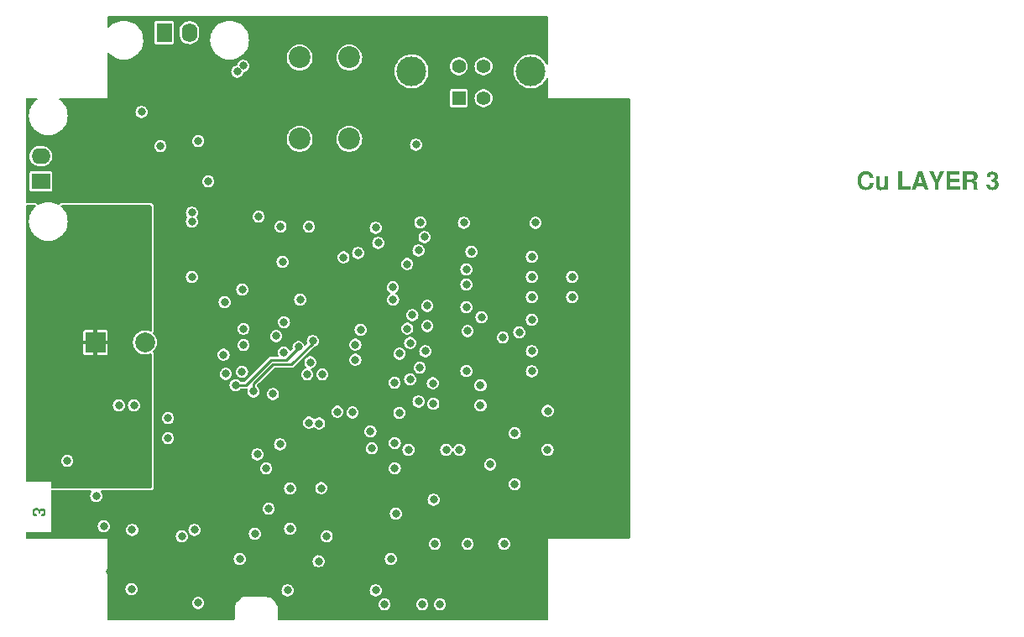
<source format=gbr>
%TF.GenerationSoftware,KiCad,Pcbnew,7.0.7-7.0.7~ubuntu20.04.1*%
%TF.CreationDate,2023-08-17T20:41:31-07:00*%
%TF.ProjectId,IMU-2X,494d552d-3258-42e6-9b69-6361645f7063,1.0*%
%TF.SameCoordinates,Original*%
%TF.FileFunction,Copper,L3,Inr*%
%TF.FilePolarity,Positive*%
%FSLAX46Y46*%
G04 Gerber Fmt 4.6, Leading zero omitted, Abs format (unit mm)*
G04 Created by KiCad (PCBNEW 7.0.7-7.0.7~ubuntu20.04.1) date 2023-08-17 20:41:31*
%MOMM*%
%LPD*%
G01*
G04 APERTURE LIST*
%ADD10C,0.300000*%
%TA.AperFunction,NonConductor*%
%ADD11C,0.300000*%
%TD*%
%TA.AperFunction,ComponentPad*%
%ADD12C,2.200000*%
%TD*%
%TA.AperFunction,ComponentPad*%
%ADD13R,1.905000X1.600200*%
%TD*%
%TA.AperFunction,ComponentPad*%
%ADD14O,1.905000X1.600200*%
%TD*%
%TA.AperFunction,ComponentPad*%
%ADD15R,1.600200X1.905000*%
%TD*%
%TA.AperFunction,ComponentPad*%
%ADD16O,1.600200X1.905000*%
%TD*%
%TA.AperFunction,ComponentPad*%
%ADD17R,1.400000X1.400000*%
%TD*%
%TA.AperFunction,ComponentPad*%
%ADD18C,1.400000*%
%TD*%
%TA.AperFunction,ComponentPad*%
%ADD19C,3.000000*%
%TD*%
%TA.AperFunction,ComponentPad*%
%ADD20R,2.000000X2.000000*%
%TD*%
%TA.AperFunction,ComponentPad*%
%ADD21C,2.000000*%
%TD*%
%TA.AperFunction,ViaPad*%
%ADD22C,0.812800*%
%TD*%
%TA.AperFunction,Conductor*%
%ADD23C,0.254000*%
%TD*%
G04 APERTURE END LIST*
D10*
D11*
G36*
X214698400Y-88027224D02*
G01*
X214693760Y-88007053D01*
X214688631Y-87987521D01*
X214683015Y-87968630D01*
X214676911Y-87950380D01*
X214670320Y-87932770D01*
X214663240Y-87915800D01*
X214655673Y-87899471D01*
X214647619Y-87883781D01*
X214630046Y-87854324D01*
X214610523Y-87827429D01*
X214589049Y-87803095D01*
X214565624Y-87781322D01*
X214540249Y-87762111D01*
X214512922Y-87745462D01*
X214483645Y-87731374D01*
X214452417Y-87719847D01*
X214419238Y-87710882D01*
X214401917Y-87707360D01*
X214384109Y-87704478D01*
X214365813Y-87702237D01*
X214347028Y-87700636D01*
X214327757Y-87699675D01*
X214307997Y-87699355D01*
X214280532Y-87700020D01*
X214253830Y-87702015D01*
X214227891Y-87705340D01*
X214202716Y-87709995D01*
X214178303Y-87715979D01*
X214154655Y-87723294D01*
X214131769Y-87731938D01*
X214109647Y-87741913D01*
X214088289Y-87753217D01*
X214067693Y-87765852D01*
X214047861Y-87779816D01*
X214028793Y-87795110D01*
X214010488Y-87811734D01*
X213992946Y-87829689D01*
X213976167Y-87848973D01*
X213960152Y-87869586D01*
X213945007Y-87891330D01*
X213930839Y-87914112D01*
X213917648Y-87937932D01*
X213905435Y-87962790D01*
X213894198Y-87988687D01*
X213883939Y-88015621D01*
X213874656Y-88043594D01*
X213866351Y-88072605D01*
X213859023Y-88102654D01*
X213852672Y-88133741D01*
X213847298Y-88165866D01*
X213842901Y-88199030D01*
X213839481Y-88233232D01*
X213838137Y-88250722D01*
X213837038Y-88268471D01*
X213836183Y-88286481D01*
X213835573Y-88304749D01*
X213835206Y-88323278D01*
X213835084Y-88342065D01*
X213835202Y-88360557D01*
X213835557Y-88378795D01*
X213836149Y-88396778D01*
X213836977Y-88414506D01*
X213838042Y-88431980D01*
X213840882Y-88466165D01*
X213844668Y-88499332D01*
X213849401Y-88531481D01*
X213855080Y-88562612D01*
X213861706Y-88592726D01*
X213869279Y-88621821D01*
X213877798Y-88649899D01*
X213887263Y-88676959D01*
X213897675Y-88703001D01*
X213909034Y-88728026D01*
X213921339Y-88752033D01*
X213934591Y-88775021D01*
X213948790Y-88796992D01*
X213956244Y-88807596D01*
X213971818Y-88827895D01*
X213988142Y-88846884D01*
X214005215Y-88864563D01*
X214023039Y-88880933D01*
X214041612Y-88895993D01*
X214060935Y-88909743D01*
X214081008Y-88922184D01*
X214101831Y-88933316D01*
X214123403Y-88943137D01*
X214145725Y-88951650D01*
X214168797Y-88958852D01*
X214192619Y-88964745D01*
X214217190Y-88969329D01*
X214242512Y-88972603D01*
X214268583Y-88974567D01*
X214295404Y-88975222D01*
X214317007Y-88974851D01*
X214338063Y-88973736D01*
X214358574Y-88971879D01*
X214378538Y-88969278D01*
X214397956Y-88965935D01*
X214416828Y-88961848D01*
X214435154Y-88957019D01*
X214452933Y-88951446D01*
X214470166Y-88945131D01*
X214486853Y-88938072D01*
X214502994Y-88930271D01*
X214518588Y-88921726D01*
X214533636Y-88912439D01*
X214548138Y-88902408D01*
X214562094Y-88891635D01*
X214575504Y-88880118D01*
X214588299Y-88867918D01*
X214600413Y-88855094D01*
X214611845Y-88841645D01*
X214622594Y-88827572D01*
X214632662Y-88812875D01*
X214642048Y-88797554D01*
X214650752Y-88781608D01*
X214658774Y-88765038D01*
X214666114Y-88747844D01*
X214672772Y-88730026D01*
X214678748Y-88711583D01*
X214684043Y-88692516D01*
X214688655Y-88672825D01*
X214692585Y-88652510D01*
X214695834Y-88631570D01*
X214698400Y-88610006D01*
X215063616Y-88610006D01*
X215062316Y-88629422D01*
X215060639Y-88648586D01*
X215058587Y-88667498D01*
X215056159Y-88686158D01*
X215053356Y-88704567D01*
X215050176Y-88722723D01*
X215046621Y-88740628D01*
X215042690Y-88758280D01*
X215038384Y-88775681D01*
X215033701Y-88792830D01*
X215028643Y-88809726D01*
X215023209Y-88826371D01*
X215017400Y-88842764D01*
X215004654Y-88874795D01*
X214990404Y-88905817D01*
X214974652Y-88935833D01*
X214957397Y-88964840D01*
X214938639Y-88992840D01*
X214918378Y-89019832D01*
X214896613Y-89045817D01*
X214873346Y-89070794D01*
X214848576Y-89094763D01*
X214835628Y-89106370D01*
X214822391Y-89117671D01*
X214808899Y-89128614D01*
X214781148Y-89149423D01*
X214752376Y-89168797D01*
X214737608Y-89177946D01*
X214722584Y-89186736D01*
X214707304Y-89195167D01*
X214691769Y-89203239D01*
X214675979Y-89210953D01*
X214659934Y-89218308D01*
X214643634Y-89225304D01*
X214627078Y-89231942D01*
X214610267Y-89238220D01*
X214593200Y-89244140D01*
X214575878Y-89249701D01*
X214558301Y-89254903D01*
X214540469Y-89259747D01*
X214522381Y-89264231D01*
X214504038Y-89268357D01*
X214485440Y-89272124D01*
X214466586Y-89275533D01*
X214447477Y-89278582D01*
X214428113Y-89281273D01*
X214408494Y-89283605D01*
X214388619Y-89285579D01*
X214368489Y-89287193D01*
X214348104Y-89288449D01*
X214327463Y-89289346D01*
X214306567Y-89289884D01*
X214285416Y-89290063D01*
X214261820Y-89289813D01*
X214238532Y-89289062D01*
X214215551Y-89287811D01*
X214192877Y-89286060D01*
X214170510Y-89283808D01*
X214148450Y-89281056D01*
X214126696Y-89277803D01*
X214105250Y-89274050D01*
X214084111Y-89269796D01*
X214063280Y-89265042D01*
X214042755Y-89259788D01*
X214022537Y-89254033D01*
X214002626Y-89247778D01*
X213983022Y-89241022D01*
X213963725Y-89233766D01*
X213944736Y-89226009D01*
X213926053Y-89217752D01*
X213907677Y-89208995D01*
X213889609Y-89199737D01*
X213871847Y-89189979D01*
X213854393Y-89179720D01*
X213837245Y-89168961D01*
X213820405Y-89157702D01*
X213803871Y-89145942D01*
X213787645Y-89133682D01*
X213771726Y-89120921D01*
X213756113Y-89107660D01*
X213740808Y-89093898D01*
X213725810Y-89079636D01*
X213711119Y-89064874D01*
X213696735Y-89049611D01*
X213682657Y-89033848D01*
X213668951Y-89017654D01*
X213655681Y-89001101D01*
X213642845Y-88984189D01*
X213630444Y-88966917D01*
X213618478Y-88949285D01*
X213606948Y-88931294D01*
X213595853Y-88912943D01*
X213585192Y-88894232D01*
X213574967Y-88875162D01*
X213565177Y-88855732D01*
X213555822Y-88835942D01*
X213546903Y-88815793D01*
X213538418Y-88795284D01*
X213530368Y-88774416D01*
X213522754Y-88753188D01*
X213515575Y-88731600D01*
X213508830Y-88709653D01*
X213502521Y-88687346D01*
X213496647Y-88664679D01*
X213491208Y-88641653D01*
X213486204Y-88618267D01*
X213481636Y-88594522D01*
X213477502Y-88570417D01*
X213473804Y-88545952D01*
X213470540Y-88521128D01*
X213467712Y-88495944D01*
X213465319Y-88470401D01*
X213463361Y-88444497D01*
X213461838Y-88418235D01*
X213460750Y-88391612D01*
X213460098Y-88364630D01*
X213459880Y-88337289D01*
X213460100Y-88309785D01*
X213460759Y-88282644D01*
X213461857Y-88255865D01*
X213463395Y-88229449D01*
X213465372Y-88203394D01*
X213467789Y-88177702D01*
X213470644Y-88152372D01*
X213473939Y-88127403D01*
X213477674Y-88102798D01*
X213481848Y-88078554D01*
X213486461Y-88054672D01*
X213491514Y-88031153D01*
X213497005Y-88007996D01*
X213502937Y-87985201D01*
X213509307Y-87962768D01*
X213516117Y-87940697D01*
X213523367Y-87918989D01*
X213531055Y-87897642D01*
X213539183Y-87876658D01*
X213547751Y-87856036D01*
X213556757Y-87835776D01*
X213566204Y-87815879D01*
X213576089Y-87796343D01*
X213586414Y-87777170D01*
X213597178Y-87758359D01*
X213608381Y-87739910D01*
X213620024Y-87721823D01*
X213632106Y-87704098D01*
X213644628Y-87686736D01*
X213657589Y-87669735D01*
X213670989Y-87653097D01*
X213684829Y-87636821D01*
X213699071Y-87620978D01*
X213713626Y-87605637D01*
X213728493Y-87590800D01*
X213743672Y-87576465D01*
X213759163Y-87562634D01*
X213774966Y-87549305D01*
X213791081Y-87536479D01*
X213807508Y-87524157D01*
X213824248Y-87512337D01*
X213841299Y-87501020D01*
X213858663Y-87490207D01*
X213876339Y-87479896D01*
X213894327Y-87470088D01*
X213912627Y-87460783D01*
X213931240Y-87451981D01*
X213950164Y-87443682D01*
X213969401Y-87435886D01*
X213988949Y-87428593D01*
X214008810Y-87421803D01*
X214028983Y-87415516D01*
X214049468Y-87409732D01*
X214070265Y-87404451D01*
X214091374Y-87399673D01*
X214112796Y-87395398D01*
X214134529Y-87391625D01*
X214156575Y-87388356D01*
X214178933Y-87385590D01*
X214201603Y-87383326D01*
X214224585Y-87381566D01*
X214247879Y-87380309D01*
X214271485Y-87379554D01*
X214295404Y-87379303D01*
X214315456Y-87379471D01*
X214335281Y-87379978D01*
X214354879Y-87380822D01*
X214374250Y-87382003D01*
X214393393Y-87383522D01*
X214412309Y-87385379D01*
X214430997Y-87387573D01*
X214449459Y-87390105D01*
X214467693Y-87392974D01*
X214485699Y-87396181D01*
X214503479Y-87399726D01*
X214521031Y-87403608D01*
X214538356Y-87407828D01*
X214555453Y-87412385D01*
X214572323Y-87417280D01*
X214588966Y-87422512D01*
X214621570Y-87433989D01*
X214653264Y-87446817D01*
X214684049Y-87460995D01*
X214713925Y-87476523D01*
X214742892Y-87493402D01*
X214770950Y-87511631D01*
X214798098Y-87531210D01*
X214824337Y-87552140D01*
X214849465Y-87574199D01*
X214873171Y-87597276D01*
X214895456Y-87621371D01*
X214916319Y-87646483D01*
X214935761Y-87672614D01*
X214953782Y-87699762D01*
X214970380Y-87727928D01*
X214985557Y-87757112D01*
X214999313Y-87787314D01*
X215011647Y-87818533D01*
X215022560Y-87850771D01*
X215032051Y-87884026D01*
X215036263Y-87901035D01*
X215040120Y-87918299D01*
X215043622Y-87935817D01*
X215046768Y-87953589D01*
X215049559Y-87971616D01*
X215051995Y-87989898D01*
X215054075Y-88008434D01*
X215055800Y-88027224D01*
X214698400Y-88027224D01*
G37*
G36*
X216524914Y-89232741D02*
G01*
X216174897Y-89232741D01*
X216174897Y-89072497D01*
X216156317Y-89098843D01*
X216136838Y-89123489D01*
X216116460Y-89146436D01*
X216095183Y-89167682D01*
X216073007Y-89187229D01*
X216049931Y-89205077D01*
X216025957Y-89221224D01*
X216001083Y-89235672D01*
X215975311Y-89248420D01*
X215948639Y-89259468D01*
X215921068Y-89268817D01*
X215892599Y-89276465D01*
X215863230Y-89282415D01*
X215832962Y-89286664D01*
X215801795Y-89289213D01*
X215769729Y-89290063D01*
X215743234Y-89289585D01*
X215717489Y-89288150D01*
X215692493Y-89285758D01*
X215668247Y-89282409D01*
X215644751Y-89278104D01*
X215622005Y-89272842D01*
X215600008Y-89266623D01*
X215578762Y-89259448D01*
X215558265Y-89251315D01*
X215538518Y-89242226D01*
X215519520Y-89232181D01*
X215501273Y-89221178D01*
X215483775Y-89209219D01*
X215467027Y-89196303D01*
X215451029Y-89182430D01*
X215435780Y-89167601D01*
X215421372Y-89151901D01*
X215407893Y-89135418D01*
X215395343Y-89118151D01*
X215383723Y-89100100D01*
X215373033Y-89081266D01*
X215363272Y-89061647D01*
X215354441Y-89041245D01*
X215346539Y-89020060D01*
X215339567Y-88998090D01*
X215333525Y-88975337D01*
X215328412Y-88951801D01*
X215324229Y-88927480D01*
X215320975Y-88902376D01*
X215318651Y-88876488D01*
X215317257Y-88849817D01*
X215316792Y-88822361D01*
X215316792Y-87882180D01*
X215667243Y-87882180D01*
X215667243Y-88749839D01*
X215668122Y-88779235D01*
X215670758Y-88806735D01*
X215675151Y-88832337D01*
X215681302Y-88856044D01*
X215689211Y-88877854D01*
X215698876Y-88897767D01*
X215710300Y-88915784D01*
X215723480Y-88931904D01*
X215738418Y-88946128D01*
X215755114Y-88958455D01*
X215773566Y-88968886D01*
X215793777Y-88977421D01*
X215815744Y-88984058D01*
X215839469Y-88988800D01*
X215864952Y-88991644D01*
X215892192Y-88992593D01*
X215915688Y-88991955D01*
X215938298Y-88990043D01*
X215960023Y-88986856D01*
X215980863Y-88982394D01*
X216000817Y-88976658D01*
X216019886Y-88969646D01*
X216038069Y-88961360D01*
X216055366Y-88951799D01*
X216071778Y-88940963D01*
X216087305Y-88928853D01*
X216097164Y-88920071D01*
X216111056Y-88906053D01*
X216123581Y-88891195D01*
X216134740Y-88875498D01*
X216144533Y-88858962D01*
X216152959Y-88841585D01*
X216160019Y-88823369D01*
X216165712Y-88804313D01*
X216170039Y-88784417D01*
X216173000Y-88763682D01*
X216174594Y-88742107D01*
X216174897Y-88727257D01*
X216174897Y-87882180D01*
X216524914Y-87882180D01*
X216524914Y-89232741D01*
G37*
G36*
X217946259Y-87409267D02*
G01*
X217946259Y-88920071D01*
X218819130Y-88920071D01*
X218819130Y-89232741D01*
X217571055Y-89232741D01*
X217571055Y-87409267D01*
X217946259Y-87409267D01*
G37*
G36*
X220630009Y-89232741D02*
G01*
X220244818Y-89232741D01*
X220124961Y-88864919D01*
X219441864Y-88864919D01*
X219319401Y-89232741D01*
X218936815Y-89232741D01*
X219178447Y-88552249D01*
X219546956Y-88552249D01*
X220022040Y-88552249D01*
X219784498Y-87839622D01*
X219546956Y-88552249D01*
X219178447Y-88552249D01*
X219584302Y-87409267D01*
X219999893Y-87409267D01*
X220630009Y-89232741D01*
G37*
G36*
X221650964Y-88557460D02*
G01*
X221650964Y-89232741D01*
X221275760Y-89232741D01*
X221275760Y-88557460D01*
X220670396Y-87409267D01*
X221088158Y-87409267D01*
X221460756Y-88214826D01*
X221808167Y-87409267D01*
X222228534Y-87409267D01*
X221650964Y-88557460D01*
G37*
G36*
X222820436Y-88447157D02*
G01*
X222820436Y-88920071D01*
X223808386Y-88920071D01*
X223808386Y-89232741D01*
X222445232Y-89232741D01*
X222445232Y-87409267D01*
X223763223Y-87409267D01*
X223763223Y-87721937D01*
X222820436Y-87721937D01*
X222820436Y-88134487D01*
X223693306Y-88134487D01*
X223693306Y-88447157D01*
X222820436Y-88447157D01*
G37*
G36*
X225095988Y-87409453D02*
G01*
X225121487Y-87410433D01*
X225146299Y-87412252D01*
X225170423Y-87414911D01*
X225193861Y-87418410D01*
X225216611Y-87422749D01*
X225238675Y-87427927D01*
X225260051Y-87433944D01*
X225280740Y-87440802D01*
X225300743Y-87448499D01*
X225320058Y-87457036D01*
X225338591Y-87466178D01*
X225356246Y-87475855D01*
X225373024Y-87486066D01*
X225388923Y-87496812D01*
X225403945Y-87508092D01*
X225418088Y-87519906D01*
X225431354Y-87532254D01*
X225443742Y-87545137D01*
X225455252Y-87558554D01*
X225465884Y-87572506D01*
X225472485Y-87582104D01*
X225484848Y-87601456D01*
X225496315Y-87620862D01*
X225506887Y-87640322D01*
X225516563Y-87659837D01*
X225525343Y-87679406D01*
X225533228Y-87699029D01*
X225540216Y-87718707D01*
X225546310Y-87738439D01*
X225551602Y-87758191D01*
X225556189Y-87778147D01*
X225560070Y-87798306D01*
X225563246Y-87818669D01*
X225565716Y-87839236D01*
X225567480Y-87860006D01*
X225568539Y-87880979D01*
X225568891Y-87902156D01*
X225568591Y-87922579D01*
X225567689Y-87942590D01*
X225566185Y-87962192D01*
X225564081Y-87981382D01*
X225561375Y-88000162D01*
X225558067Y-88018532D01*
X225554158Y-88036491D01*
X225549648Y-88054040D01*
X225544537Y-88071178D01*
X225538824Y-88087906D01*
X225532510Y-88104223D01*
X225518077Y-88135626D01*
X225501239Y-88165386D01*
X225481996Y-88193505D01*
X225460347Y-88219981D01*
X225436293Y-88244816D01*
X225423364Y-88256617D01*
X225409833Y-88268008D01*
X225395702Y-88278989D01*
X225380968Y-88289559D01*
X225365634Y-88299718D01*
X225349698Y-88309467D01*
X225333161Y-88318805D01*
X225316022Y-88327733D01*
X225298282Y-88336250D01*
X225279941Y-88344357D01*
X225260998Y-88352054D01*
X225277385Y-88358825D01*
X225296323Y-88366794D01*
X225313543Y-88374211D01*
X225331940Y-88382384D01*
X225347863Y-88389763D01*
X225361313Y-88396348D01*
X225377653Y-88405739D01*
X225392038Y-88416183D01*
X225406507Y-88428704D01*
X225418975Y-88441091D01*
X225427321Y-88450197D01*
X225439230Y-88463943D01*
X225451116Y-88479323D01*
X225460841Y-88493997D01*
X225469309Y-88509902D01*
X225472485Y-88517508D01*
X225478130Y-88535611D01*
X225482364Y-88553286D01*
X225485893Y-88570696D01*
X225489421Y-88590546D01*
X225492244Y-88608181D01*
X225495067Y-88627377D01*
X225497747Y-88647319D01*
X225500142Y-88667193D01*
X225502252Y-88687000D01*
X225504078Y-88706738D01*
X225505618Y-88726409D01*
X225506873Y-88746012D01*
X225507843Y-88765547D01*
X225508529Y-88785015D01*
X225509180Y-88805615D01*
X225509832Y-88828549D01*
X225510320Y-88847282D01*
X225510809Y-88867328D01*
X225511297Y-88888687D01*
X225511786Y-88911358D01*
X225512274Y-88935343D01*
X225512763Y-88960640D01*
X225513089Y-88978235D01*
X225513414Y-88996413D01*
X225513740Y-89015174D01*
X225514446Y-89034349D01*
X225516564Y-89052462D01*
X225520095Y-89069514D01*
X225526999Y-89090599D01*
X225536414Y-89109798D01*
X225548339Y-89127111D01*
X225562775Y-89142538D01*
X225579721Y-89156078D01*
X225594079Y-89164995D01*
X225594079Y-89232741D01*
X225191082Y-89232741D01*
X225182763Y-89216537D01*
X225175177Y-89200496D01*
X225166725Y-89180675D01*
X225159418Y-89161107D01*
X225153256Y-89141794D01*
X225148239Y-89122736D01*
X225145050Y-89107673D01*
X225141797Y-89087291D01*
X225139592Y-89068604D01*
X225137740Y-89047800D01*
X225136240Y-89024879D01*
X225135347Y-89006299D01*
X225134652Y-88986528D01*
X225134156Y-88965566D01*
X225133858Y-88943414D01*
X225133759Y-88920071D01*
X225133793Y-88901798D01*
X225133931Y-88880388D01*
X225134175Y-88860568D01*
X225134525Y-88842339D01*
X225135084Y-88822563D01*
X225135797Y-88805077D01*
X225135930Y-88802385D01*
X225136946Y-88784244D01*
X225137801Y-88764682D01*
X225138330Y-88746368D01*
X225138536Y-88727257D01*
X225138051Y-88706319D01*
X225136597Y-88686494D01*
X225134173Y-88667785D01*
X225130780Y-88650189D01*
X225124748Y-88628462D01*
X225116993Y-88608717D01*
X225107513Y-88590953D01*
X225096311Y-88575170D01*
X225083385Y-88561369D01*
X225068647Y-88549257D01*
X225051792Y-88538760D01*
X225032820Y-88529878D01*
X225011731Y-88522611D01*
X224994525Y-88518220D01*
X224976128Y-88514738D01*
X224956541Y-88512164D01*
X224935762Y-88510499D01*
X224913793Y-88509742D01*
X224906205Y-88509691D01*
X224475850Y-88509691D01*
X224475850Y-89232741D01*
X224100646Y-89232741D01*
X224100646Y-87721937D01*
X224475850Y-87721937D01*
X224475850Y-88197021D01*
X224928352Y-88197021D01*
X224952680Y-88196605D01*
X224975833Y-88195357D01*
X224997810Y-88193277D01*
X225018611Y-88190365D01*
X225038237Y-88186621D01*
X225056688Y-88182044D01*
X225073962Y-88176636D01*
X225095167Y-88168131D01*
X225114281Y-88158146D01*
X225127245Y-88149687D01*
X225142818Y-88136191D01*
X225156314Y-88119587D01*
X225167734Y-88099875D01*
X225174936Y-88083052D01*
X225180970Y-88064481D01*
X225185836Y-88044162D01*
X225189535Y-88022094D01*
X225192065Y-87998279D01*
X225193428Y-87972716D01*
X225193688Y-87954702D01*
X225193115Y-87929230D01*
X225191398Y-87905415D01*
X225188535Y-87883256D01*
X225184527Y-87862754D01*
X225179375Y-87843908D01*
X225173077Y-87826718D01*
X225162899Y-87806376D01*
X225150685Y-87788978D01*
X225136436Y-87774525D01*
X225128548Y-87768403D01*
X225111171Y-87757513D01*
X225091608Y-87748074D01*
X225069861Y-87740088D01*
X225052117Y-87735051D01*
X225033144Y-87730831D01*
X225012942Y-87727427D01*
X224991511Y-87724841D01*
X224968850Y-87723071D01*
X224944961Y-87722118D01*
X224928352Y-87721937D01*
X224475850Y-87721937D01*
X224100646Y-87721937D01*
X224100646Y-87409267D01*
X225078608Y-87409267D01*
X225095988Y-87409453D01*
G37*
G36*
X226483017Y-87987272D02*
G01*
X226483356Y-87961747D01*
X226484376Y-87936794D01*
X226486074Y-87912414D01*
X226488452Y-87888606D01*
X226491509Y-87865371D01*
X226495246Y-87842708D01*
X226499662Y-87820618D01*
X226504757Y-87799100D01*
X226510532Y-87778155D01*
X226516986Y-87757782D01*
X226521666Y-87744519D01*
X226529089Y-87725211D01*
X226536862Y-87706697D01*
X226544987Y-87688977D01*
X226553462Y-87672051D01*
X226562289Y-87655919D01*
X226571467Y-87640580D01*
X226580997Y-87626036D01*
X226594248Y-87607878D01*
X226608125Y-87591132D01*
X226618941Y-87579498D01*
X226634032Y-87564788D01*
X226649774Y-87550837D01*
X226666167Y-87537646D01*
X226683212Y-87525215D01*
X226700909Y-87513544D01*
X226719256Y-87502634D01*
X226738255Y-87492483D01*
X226757906Y-87483092D01*
X226777848Y-87474352D01*
X226797505Y-87466373D01*
X226816877Y-87459153D01*
X226835965Y-87452693D01*
X226854767Y-87446994D01*
X226873284Y-87442054D01*
X226891516Y-87437874D01*
X226909464Y-87434454D01*
X226927370Y-87431503D01*
X226945481Y-87428944D01*
X226963794Y-87426780D01*
X226982312Y-87425009D01*
X227001032Y-87423632D01*
X227019957Y-87422648D01*
X227039085Y-87422057D01*
X227058416Y-87421861D01*
X227090196Y-87422375D01*
X227121154Y-87423916D01*
X227151291Y-87426486D01*
X227180607Y-87430084D01*
X227209102Y-87434710D01*
X227236777Y-87440364D01*
X227263630Y-87447046D01*
X227289662Y-87454756D01*
X227314873Y-87463494D01*
X227339263Y-87473260D01*
X227362832Y-87484054D01*
X227385580Y-87495875D01*
X227407507Y-87508725D01*
X227428613Y-87522603D01*
X227448897Y-87537509D01*
X227468361Y-87553442D01*
X227486872Y-87570182D01*
X227504188Y-87587614D01*
X227520310Y-87605737D01*
X227535238Y-87624553D01*
X227548971Y-87644061D01*
X227561511Y-87664261D01*
X227572856Y-87685153D01*
X227583007Y-87706738D01*
X227591964Y-87729014D01*
X227599726Y-87751982D01*
X227606294Y-87775643D01*
X227611668Y-87799996D01*
X227615848Y-87825041D01*
X227618834Y-87850777D01*
X227620625Y-87877206D01*
X227621222Y-87904328D01*
X227620737Y-87927073D01*
X227619283Y-87949223D01*
X227616860Y-87970778D01*
X227613466Y-87991737D01*
X227609104Y-88012100D01*
X227603772Y-88031869D01*
X227597470Y-88051042D01*
X227590199Y-88069619D01*
X227581959Y-88087601D01*
X227572749Y-88104988D01*
X227566071Y-88116248D01*
X227555138Y-88132760D01*
X227543022Y-88149073D01*
X227529723Y-88165187D01*
X227515241Y-88181103D01*
X227499576Y-88196820D01*
X227482728Y-88212339D01*
X227464696Y-88227660D01*
X227445481Y-88242782D01*
X227425083Y-88257706D01*
X227403502Y-88272431D01*
X227388457Y-88282137D01*
X227406925Y-88291335D01*
X227424765Y-88300797D01*
X227441978Y-88310524D01*
X227458563Y-88320515D01*
X227474521Y-88330771D01*
X227489851Y-88341292D01*
X227504553Y-88352077D01*
X227518627Y-88363127D01*
X227532074Y-88374442D01*
X227551068Y-88391910D01*
X227568649Y-88409973D01*
X227584818Y-88428632D01*
X227599575Y-88447887D01*
X227608628Y-88461054D01*
X227621123Y-88481430D01*
X227632389Y-88502662D01*
X227642426Y-88524748D01*
X227651234Y-88547689D01*
X227658813Y-88571486D01*
X227665162Y-88596137D01*
X227670283Y-88621643D01*
X227673014Y-88639122D01*
X227675199Y-88656981D01*
X227676838Y-88675220D01*
X227677930Y-88693840D01*
X227678477Y-88712839D01*
X227678545Y-88722481D01*
X227677885Y-88754580D01*
X227675905Y-88785849D01*
X227672606Y-88816287D01*
X227667987Y-88845893D01*
X227662048Y-88874668D01*
X227654789Y-88902612D01*
X227646211Y-88929724D01*
X227636313Y-88956006D01*
X227625095Y-88981456D01*
X227612557Y-89006075D01*
X227598700Y-89029863D01*
X227583523Y-89052820D01*
X227567026Y-89074945D01*
X227549209Y-89096239D01*
X227530073Y-89116702D01*
X227509616Y-89136334D01*
X227488108Y-89154950D01*
X227465708Y-89172364D01*
X227442416Y-89188578D01*
X227418231Y-89203591D01*
X227393154Y-89217402D01*
X227367185Y-89230013D01*
X227340323Y-89241422D01*
X227312569Y-89251631D01*
X227283923Y-89260639D01*
X227254385Y-89268445D01*
X227223954Y-89275051D01*
X227192631Y-89280455D01*
X227160416Y-89284659D01*
X227127308Y-89287661D01*
X227093308Y-89289463D01*
X227058416Y-89290063D01*
X227024761Y-89289453D01*
X226991974Y-89287621D01*
X226960056Y-89284567D01*
X226929006Y-89280292D01*
X226898824Y-89274796D01*
X226869512Y-89268079D01*
X226841067Y-89260140D01*
X226813491Y-89250980D01*
X226786784Y-89240598D01*
X226760946Y-89228995D01*
X226735975Y-89216171D01*
X226711874Y-89202125D01*
X226688641Y-89186858D01*
X226666276Y-89170369D01*
X226644780Y-89152660D01*
X226624152Y-89133728D01*
X226604633Y-89113762D01*
X226586351Y-89092948D01*
X226569308Y-89071286D01*
X226553503Y-89048776D01*
X226538937Y-89025417D01*
X226525609Y-89001210D01*
X226513519Y-88976155D01*
X226502667Y-88950252D01*
X226493054Y-88923501D01*
X226484679Y-88895901D01*
X226477543Y-88867453D01*
X226471644Y-88838158D01*
X226466985Y-88808014D01*
X226463563Y-88777021D01*
X226461380Y-88745181D01*
X226460435Y-88712492D01*
X226800464Y-88712492D01*
X226803281Y-88746095D01*
X226807934Y-88777530D01*
X226814423Y-88806797D01*
X226822747Y-88833896D01*
X226832906Y-88858828D01*
X226844901Y-88881591D01*
X226858731Y-88902186D01*
X226874397Y-88920613D01*
X226891898Y-88936873D01*
X226911235Y-88950964D01*
X226932407Y-88962888D01*
X226955414Y-88972644D01*
X226980257Y-88980231D01*
X227006936Y-88985651D01*
X227035449Y-88988903D01*
X227065799Y-88989987D01*
X227087014Y-88989331D01*
X227107503Y-88987361D01*
X227127268Y-88984079D01*
X227146307Y-88979483D01*
X227164621Y-88973575D01*
X227182210Y-88966354D01*
X227199074Y-88957819D01*
X227215213Y-88947972D01*
X227230626Y-88936812D01*
X227245314Y-88924339D01*
X227254703Y-88915294D01*
X227267897Y-88900833D01*
X227279792Y-88885625D01*
X227290390Y-88869668D01*
X227299690Y-88852963D01*
X227307693Y-88835510D01*
X227314398Y-88817310D01*
X227319805Y-88798361D01*
X227323914Y-88778663D01*
X227326726Y-88758218D01*
X227328240Y-88737025D01*
X227328528Y-88722481D01*
X227328066Y-88704393D01*
X227326681Y-88686771D01*
X227323397Y-88663999D01*
X227318471Y-88642055D01*
X227311902Y-88620939D01*
X227303692Y-88600651D01*
X227293840Y-88581190D01*
X227282345Y-88562558D01*
X227275982Y-88553552D01*
X227262296Y-88536466D01*
X227247511Y-88520819D01*
X227231626Y-88506611D01*
X227214643Y-88493841D01*
X227196560Y-88482509D01*
X227177377Y-88472616D01*
X227157096Y-88464161D01*
X227135715Y-88457145D01*
X227117218Y-88453074D01*
X227096686Y-88449546D01*
X227074118Y-88446560D01*
X227055856Y-88444677D01*
X227036449Y-88443100D01*
X227015897Y-88441827D01*
X226994199Y-88440860D01*
X226971357Y-88440199D01*
X226947370Y-88439843D01*
X226930743Y-88439775D01*
X226930743Y-88204838D01*
X226960707Y-88204838D01*
X226979783Y-88204576D01*
X226998254Y-88203791D01*
X227016119Y-88202483D01*
X227050032Y-88198297D01*
X227081523Y-88192017D01*
X227110592Y-88183644D01*
X227137238Y-88173177D01*
X227161461Y-88160617D01*
X227183263Y-88145964D01*
X227202642Y-88129218D01*
X227219599Y-88110379D01*
X227234133Y-88089446D01*
X227246245Y-88066420D01*
X227255934Y-88041300D01*
X227263201Y-88014087D01*
X227268046Y-87984781D01*
X227270468Y-87953382D01*
X227270771Y-87936897D01*
X227270264Y-87916724D01*
X227268741Y-87897407D01*
X227266203Y-87878944D01*
X227262649Y-87861335D01*
X227256332Y-87839188D01*
X227248210Y-87818560D01*
X227238283Y-87799453D01*
X227226551Y-87781865D01*
X227213014Y-87765797D01*
X227197937Y-87751446D01*
X227181367Y-87739009D01*
X227163305Y-87728485D01*
X227143749Y-87719874D01*
X227122701Y-87713177D01*
X227100160Y-87708393D01*
X227082274Y-87706061D01*
X227063549Y-87704805D01*
X227050600Y-87704566D01*
X227025633Y-87705249D01*
X227002193Y-87707299D01*
X226980279Y-87710715D01*
X226959893Y-87715497D01*
X226941033Y-87721646D01*
X226923699Y-87729162D01*
X226907893Y-87738043D01*
X226893613Y-87748291D01*
X226876948Y-87764081D01*
X226862998Y-87782299D01*
X226854031Y-87797499D01*
X226845858Y-87814111D01*
X226838479Y-87832135D01*
X226831893Y-87851571D01*
X226826102Y-87872420D01*
X226821105Y-87894680D01*
X226816901Y-87918353D01*
X226813491Y-87943438D01*
X226811659Y-87960946D01*
X226810180Y-87979082D01*
X226809054Y-87997845D01*
X226808280Y-88017236D01*
X226483017Y-88017236D01*
X226483017Y-87987272D01*
G37*
D10*
D11*
G36*
X131153520Y-122204707D02*
G01*
X131171752Y-122204465D01*
X131189576Y-122203737D01*
X131206990Y-122202523D01*
X131223996Y-122200825D01*
X131240592Y-122198641D01*
X131256780Y-122195972D01*
X131272559Y-122192818D01*
X131287928Y-122189178D01*
X131302889Y-122185054D01*
X131317441Y-122180443D01*
X131326915Y-122177100D01*
X131340706Y-122171799D01*
X131353931Y-122166246D01*
X131366588Y-122160443D01*
X131378678Y-122154389D01*
X131390201Y-122148084D01*
X131401157Y-122141528D01*
X131411546Y-122134722D01*
X131424516Y-122125256D01*
X131436477Y-122115344D01*
X131444787Y-122107618D01*
X131455294Y-122096839D01*
X131465259Y-122085595D01*
X131474681Y-122073885D01*
X131483560Y-122061710D01*
X131491897Y-122049070D01*
X131499690Y-122035965D01*
X131506941Y-122022394D01*
X131513649Y-122008358D01*
X131519891Y-121994114D01*
X131525591Y-121980073D01*
X131530748Y-121966235D01*
X131535362Y-121952602D01*
X131539433Y-121939171D01*
X131542961Y-121925945D01*
X131545947Y-121912922D01*
X131548390Y-121900102D01*
X131550498Y-121887312D01*
X131552325Y-121874376D01*
X131553871Y-121861295D01*
X131555136Y-121848068D01*
X131556120Y-121834696D01*
X131556823Y-121821179D01*
X131557245Y-121807516D01*
X131557385Y-121793708D01*
X131557018Y-121771008D01*
X131555917Y-121748895D01*
X131554081Y-121727368D01*
X131551511Y-121706428D01*
X131548207Y-121686075D01*
X131544168Y-121666307D01*
X131539395Y-121647127D01*
X131533888Y-121628532D01*
X131527647Y-121610524D01*
X131520671Y-121593103D01*
X131512962Y-121576268D01*
X131504517Y-121560019D01*
X131495339Y-121544357D01*
X131485426Y-121529282D01*
X131474779Y-121514792D01*
X131463398Y-121500890D01*
X131451441Y-121487668D01*
X131438990Y-121475299D01*
X131426045Y-121463783D01*
X131412605Y-121453121D01*
X131398671Y-121443311D01*
X131384242Y-121434354D01*
X131369319Y-121426251D01*
X131353902Y-121419000D01*
X131337990Y-121412602D01*
X131321584Y-121407058D01*
X131304683Y-121402366D01*
X131287289Y-121398528D01*
X131269399Y-121395542D01*
X131251016Y-121393409D01*
X131232138Y-121392130D01*
X131212766Y-121391703D01*
X131196519Y-121392050D01*
X131180698Y-121393088D01*
X131165302Y-121394820D01*
X131150331Y-121397243D01*
X131135785Y-121400359D01*
X131121665Y-121404168D01*
X131107970Y-121408669D01*
X131094700Y-121413862D01*
X131081856Y-121419748D01*
X131069437Y-121426327D01*
X131061394Y-121431097D01*
X131049600Y-121438906D01*
X131037948Y-121447560D01*
X131026438Y-121457060D01*
X131015069Y-121467404D01*
X131003842Y-121478593D01*
X130992757Y-121490628D01*
X130981814Y-121503508D01*
X130971013Y-121517233D01*
X130960353Y-121531803D01*
X130949835Y-121547218D01*
X130942902Y-121557964D01*
X130936332Y-121544773D01*
X130929574Y-121532030D01*
X130922626Y-121519735D01*
X130915489Y-121507888D01*
X130908163Y-121496490D01*
X130900648Y-121485540D01*
X130892945Y-121475039D01*
X130885052Y-121464985D01*
X130876970Y-121455380D01*
X130864493Y-121441814D01*
X130851590Y-121429256D01*
X130838262Y-121417706D01*
X130824509Y-121407166D01*
X130815104Y-121400699D01*
X130800550Y-121391774D01*
X130785384Y-121383727D01*
X130769608Y-121376558D01*
X130753222Y-121370266D01*
X130736224Y-121364853D01*
X130718616Y-121360317D01*
X130700398Y-121356660D01*
X130687913Y-121354709D01*
X130675156Y-121353148D01*
X130662128Y-121351978D01*
X130648829Y-121351197D01*
X130635258Y-121350807D01*
X130628371Y-121350759D01*
X130605442Y-121351230D01*
X130583108Y-121352644D01*
X130561367Y-121355001D01*
X130540219Y-121358300D01*
X130519666Y-121362542D01*
X130499706Y-121367727D01*
X130480340Y-121373854D01*
X130461567Y-121380924D01*
X130443388Y-121388937D01*
X130425803Y-121397893D01*
X130408812Y-121407791D01*
X130392414Y-121418632D01*
X130376611Y-121430415D01*
X130361400Y-121443141D01*
X130346784Y-121456810D01*
X130332761Y-121471422D01*
X130319464Y-121486785D01*
X130307025Y-121502785D01*
X130295444Y-121519422D01*
X130284721Y-121536697D01*
X130274855Y-121554609D01*
X130265848Y-121573159D01*
X130257698Y-121592346D01*
X130250406Y-121612170D01*
X130243972Y-121632631D01*
X130238396Y-121653730D01*
X130233678Y-121675466D01*
X130229818Y-121697840D01*
X130226815Y-121720851D01*
X130224670Y-121744499D01*
X130223384Y-121768785D01*
X130222955Y-121793708D01*
X130223391Y-121817747D01*
X130224699Y-121841166D01*
X130226880Y-121863965D01*
X130229934Y-121886144D01*
X130233860Y-121907702D01*
X130238658Y-121928640D01*
X130244329Y-121948957D01*
X130250872Y-121968654D01*
X130258287Y-121987730D01*
X130266575Y-122006187D01*
X130275735Y-122024022D01*
X130285768Y-122041238D01*
X130296673Y-122057833D01*
X130308450Y-122073808D01*
X130321100Y-122089162D01*
X130334622Y-122103896D01*
X130348884Y-122117839D01*
X130363751Y-122130897D01*
X130379224Y-122143071D01*
X130395303Y-122154360D01*
X130411988Y-122164764D01*
X130429278Y-122174285D01*
X130447175Y-122182920D01*
X130465677Y-122190671D01*
X130484785Y-122197538D01*
X130504499Y-122203520D01*
X130524819Y-122208617D01*
X130545744Y-122212830D01*
X130567276Y-122216159D01*
X130589413Y-122218603D01*
X130612156Y-122220162D01*
X130635505Y-122220837D01*
X130635505Y-121977960D01*
X130611503Y-121975947D01*
X130589050Y-121972623D01*
X130568145Y-121967989D01*
X130548788Y-121962043D01*
X130530980Y-121954786D01*
X130514721Y-121946219D01*
X130500010Y-121936340D01*
X130486847Y-121925150D01*
X130475234Y-121912649D01*
X130465168Y-121898837D01*
X130456651Y-121883714D01*
X130449683Y-121867280D01*
X130444263Y-121849535D01*
X130440392Y-121830479D01*
X130438069Y-121810112D01*
X130437295Y-121788434D01*
X130437764Y-121773281D01*
X130439170Y-121758645D01*
X130441515Y-121744528D01*
X130444798Y-121730928D01*
X130449018Y-121717847D01*
X130454176Y-121705283D01*
X130460272Y-121693238D01*
X130467306Y-121681710D01*
X130475277Y-121670701D01*
X130484187Y-121660209D01*
X130490647Y-121653502D01*
X130500976Y-121644079D01*
X130511839Y-121635582D01*
X130523237Y-121628012D01*
X130535169Y-121621369D01*
X130547635Y-121615653D01*
X130560636Y-121610864D01*
X130574171Y-121607001D01*
X130588240Y-121604066D01*
X130602844Y-121602058D01*
X130617982Y-121600976D01*
X130628371Y-121600770D01*
X130641291Y-121601100D01*
X130653878Y-121602090D01*
X130670143Y-121604436D01*
X130685818Y-121607954D01*
X130700900Y-121612646D01*
X130715392Y-121618511D01*
X130729292Y-121625548D01*
X130742601Y-121633758D01*
X130749034Y-121638303D01*
X130761238Y-121648079D01*
X130772415Y-121658640D01*
X130782564Y-121669986D01*
X130791685Y-121682117D01*
X130799779Y-121695034D01*
X130806846Y-121708735D01*
X130812885Y-121723222D01*
X130817896Y-121738494D01*
X130820804Y-121751706D01*
X130823324Y-121766372D01*
X130825457Y-121782492D01*
X130826802Y-121795537D01*
X130827929Y-121809399D01*
X130828837Y-121824079D01*
X130829528Y-121839577D01*
X130830001Y-121855892D01*
X130830255Y-121873026D01*
X130830304Y-121884903D01*
X130998115Y-121884903D01*
X130998115Y-121863500D01*
X130998302Y-121849874D01*
X130998863Y-121836681D01*
X130999798Y-121823920D01*
X131002788Y-121799696D01*
X131007274Y-121777203D01*
X131013254Y-121756440D01*
X131020730Y-121737407D01*
X131029702Y-121720104D01*
X131040168Y-121704531D01*
X131052130Y-121690689D01*
X131065587Y-121678577D01*
X131080539Y-121668196D01*
X131096986Y-121659544D01*
X131114928Y-121652623D01*
X131134366Y-121647433D01*
X131155299Y-121643972D01*
X131177727Y-121642242D01*
X131189502Y-121642025D01*
X131203911Y-121642388D01*
X131217709Y-121643476D01*
X131230897Y-121645289D01*
X131243475Y-121647827D01*
X131259294Y-121652339D01*
X131274028Y-121658141D01*
X131287676Y-121665231D01*
X131300239Y-121673611D01*
X131311716Y-121683281D01*
X131321967Y-121694050D01*
X131330851Y-121705885D01*
X131338368Y-121718787D01*
X131344518Y-121732756D01*
X131349302Y-121747790D01*
X131352719Y-121763891D01*
X131354385Y-121776666D01*
X131355282Y-121790041D01*
X131355453Y-121799291D01*
X131354965Y-121817124D01*
X131353501Y-121833867D01*
X131351061Y-121849520D01*
X131347645Y-121864082D01*
X131343252Y-121877553D01*
X131337884Y-121889934D01*
X131331540Y-121901224D01*
X131324220Y-121911424D01*
X131312942Y-121923328D01*
X131299929Y-121933292D01*
X131289072Y-121939697D01*
X131277206Y-121945535D01*
X131264332Y-121950806D01*
X131250449Y-121955510D01*
X131235557Y-121959646D01*
X131219657Y-121963216D01*
X131202747Y-121966218D01*
X131184830Y-121968654D01*
X131172324Y-121969962D01*
X131159370Y-121971019D01*
X131145968Y-121971824D01*
X131132117Y-121972376D01*
X131132117Y-122204707D01*
X131153520Y-122204707D01*
G37*
D12*
%TO.N,/V_{BAT}*%
%TO.C,J2*%
X162178500Y-75910500D03*
%TO.N,GND*%
X157178500Y-75910500D03*
%TO.N,/V_{BAT}*%
X162178500Y-84110500D03*
%TO.N,GND*%
X157178500Y-84110500D03*
%TD*%
D13*
%TO.N,/CAN_H*%
%TO.C,J4*%
X131064000Y-88392000D03*
D14*
%TO.N,/CAN_L*%
X131064000Y-85852000D03*
%TD*%
D15*
%TO.N,/CAN_H*%
%TO.C,J1*%
X143510000Y-73406000D03*
D16*
%TO.N,/CAN_L*%
X146050000Y-73406000D03*
%TD*%
D17*
%TO.N,Net-(J3-VBUS)*%
%TO.C,J3*%
X173228000Y-80010000D03*
D18*
%TO.N,/USB_D-*%
X175728000Y-80010000D03*
%TO.N,/USB_D+*%
X175728000Y-76810000D03*
%TO.N,GND*%
X173228000Y-76810000D03*
D19*
X180498000Y-77300000D03*
X168458000Y-77300000D03*
%TD*%
D20*
%TO.N,/Power Supply/V_{BAT_MON}*%
%TO.C,C5*%
X136570323Y-104648000D03*
D21*
%TO.N,GND*%
X141570323Y-104648000D03*
%TD*%
D22*
%TO.N,+3V3*%
X178435000Y-131064000D03*
X159131509Y-125717029D03*
X169895020Y-99060000D03*
X161290000Y-119400900D03*
X145669000Y-102235000D03*
X170815000Y-123444000D03*
X144272000Y-125730000D03*
X145669000Y-100584000D03*
X184658000Y-101600000D03*
X161671000Y-90170000D03*
X166624000Y-125476000D03*
X184658000Y-103124000D03*
X155524200Y-100304600D03*
X160959800Y-107873800D03*
X162814000Y-100634800D03*
X176657000Y-131064000D03*
X152908000Y-111252000D03*
X161671000Y-89154000D03*
X167670000Y-118900000D03*
X155092400Y-107619800D03*
X177800000Y-123444000D03*
X138016480Y-127762000D03*
X143383000Y-109728000D03*
X150368000Y-124968000D03*
X138430000Y-82423000D03*
X138500000Y-89450000D03*
X143383000Y-108839000D03*
X182245000Y-120142000D03*
X169926000Y-97536000D03*
X162483800Y-107899200D03*
X153289000Y-128651000D03*
%TO.N,GND*%
X143129000Y-84836000D03*
X143891000Y-112268000D03*
X173990000Y-101092000D03*
X162788600Y-106400600D03*
X168910000Y-84709000D03*
X145288000Y-124206000D03*
X173736000Y-92583000D03*
X180975000Y-92583000D03*
X170815000Y-124968000D03*
X175420000Y-108990000D03*
X138938000Y-110998000D03*
X173294877Y-115473980D03*
X162788600Y-104876600D03*
X168148000Y-115473980D03*
X151130000Y-126492000D03*
X174000900Y-107548920D03*
X180594000Y-100076000D03*
X158115000Y-92964000D03*
X180594000Y-96012000D03*
X169545000Y-131064000D03*
X178880000Y-113820000D03*
X133731000Y-116586000D03*
X171323000Y-131064000D03*
X166370000Y-126492000D03*
X143891000Y-114300000D03*
X175420000Y-110998000D03*
X171958000Y-115473980D03*
X170688000Y-120523000D03*
X149606000Y-100584000D03*
X151358600Y-107619800D03*
X160985200Y-111655772D03*
X166598600Y-100330000D03*
X182190000Y-115470000D03*
X180594000Y-98044000D03*
X155244800Y-92964000D03*
X182200000Y-111570000D03*
X152908000Y-115951000D03*
X159091887Y-126726674D03*
X141224000Y-81407000D03*
X162509200Y-111709200D03*
X136652000Y-120142000D03*
X173990000Y-97282000D03*
X177800000Y-124968000D03*
X149504753Y-105892953D03*
X151384000Y-99314000D03*
X180594000Y-102362000D03*
X173990000Y-98806000D03*
X166573200Y-99085400D03*
X178860000Y-118950000D03*
X174117000Y-103505000D03*
X180594000Y-107569000D03*
X146304000Y-98044000D03*
X155448000Y-96520000D03*
X159370000Y-119354600D03*
X158267400Y-106654600D03*
%TO.N,+5V*%
X146939000Y-84328000D03*
X147955000Y-88392000D03*
%TO.N,Net-(U10-VDD)*%
X167246210Y-111747210D03*
%TO.N,/V_{BAT}*%
X151474497Y-76744503D03*
X150876000Y-77343000D03*
X146304000Y-92456000D03*
X146304000Y-91567000D03*
%TO.N,/Power Supply/V_{BAT_MON}*%
X133731000Y-115062000D03*
X139192000Y-98044000D03*
X138938000Y-116586000D03*
X139192000Y-98890403D03*
%TO.N,Net-(D3-KA)*%
X140208000Y-129540000D03*
%TO.N,Net-(D3-AK)*%
X146939000Y-130937000D03*
%TO.N,Net-(D4-KA)*%
X155956000Y-129667000D03*
%TO.N,Net-(D4-AK)*%
X164846000Y-129667000D03*
%TO.N,/T_SWDIO*%
X152527000Y-109601000D03*
X159901910Y-124214910D03*
X158496000Y-104521000D03*
%TO.N,/T_SWCLK*%
X157061502Y-105118502D03*
X150718020Y-108966000D03*
%TO.N,/~{T_NRST}*%
X156210000Y-119380000D03*
X156209486Y-123444000D03*
X155591490Y-102599510D03*
X155194000Y-114935000D03*
%TO.N,/T_VCP_RX*%
X153797000Y-117348000D03*
X159132678Y-112826193D03*
%TO.N,/T_VCP_TX*%
X154051000Y-121412000D03*
X158115000Y-112744520D03*
%TO.N,/SCK_TDK*%
X170650000Y-110850000D03*
%TO.N,/~{CS_TDK}*%
X170612037Y-108763037D03*
%TO.N,/TDK_PWR_EN*%
X169291353Y-107188353D03*
%TO.N,/LED1_RED*%
X154813000Y-104013000D03*
X140284200Y-123571000D03*
%TO.N,/LED1_GRN*%
X151511000Y-103275900D03*
X146558000Y-123571000D03*
%TO.N,/LED2_RED*%
X149733000Y-107823000D03*
X152654000Y-123952000D03*
%TO.N,/LED2_GRN*%
X151511000Y-104902000D03*
X165735000Y-131064000D03*
%TO.N,/MOSI_TDK*%
X169174008Y-110606992D03*
%TO.N,/MISO_TDK*%
X164320000Y-113639600D03*
%TO.N,/INT_TDK*%
X155569004Y-105652177D03*
%TO.N,/FSYNC_TDK*%
X168325800Y-108387380D03*
%TO.N,/MOSI_DUE*%
X164846000Y-93091000D03*
X169350000Y-92552020D03*
%TO.N,/~{CS_DUE}*%
X169775000Y-94025000D03*
X165100000Y-94615000D03*
%TO.N,/SCK_DUE*%
X169164000Y-95377000D03*
X163068000Y-95631000D03*
%TO.N,/MISO_DUE*%
X161598590Y-96066590D03*
X168021000Y-96743520D03*
%TO.N,/~{RESET_UNO}*%
X169849300Y-105537000D03*
X154482300Y-109855000D03*
%TO.N,/MOSI_UNO*%
X168029910Y-103259910D03*
X175514000Y-102108000D03*
%TO.N,/~{CS_UNO}*%
X180594000Y-105537000D03*
X166751000Y-108712000D03*
%TO.N,/SCK_UNO*%
X177673000Y-104140000D03*
X168329590Y-104702590D03*
%TO.N,/MISO_UNO*%
X179324000Y-103632000D03*
X167250090Y-105782090D03*
%TO.N,/~{RESET_DUE}*%
X168550000Y-101900000D03*
X174498000Y-95504000D03*
%TO.N,/~{CS_TDK_ST}*%
X176403000Y-116967000D03*
X164456090Y-115345980D03*
%TO.N,/MOSI_TDK_ST*%
X166770000Y-117346480D03*
X166770000Y-114800000D03*
%TO.N,Net-(U3-VOUT)*%
X153035000Y-91948000D03*
%TO.N,Net-(U4-VDDA-DUE)*%
X184658000Y-98044000D03*
%TO.N,Net-(U6-PB8{slash}BOOT0)*%
X157226000Y-100330000D03*
%TO.N,Net-(U4-VDDD-UNO)*%
X184658000Y-100076000D03*
%TO.N,Net-(U4-VDDD-DUE)*%
X170053000Y-100965000D03*
%TO.N,Net-(U4-VDDA-UNO)*%
X170053000Y-102997000D03*
%TO.N,Net-(U6-PA8{slash}ADC5_IN1)*%
X163322000Y-103378000D03*
%TO.N,Net-(U6-VREF+{slash}VREFBUF_OUT)*%
X157937200Y-107873800D03*
X159461200Y-107873800D03*
%TO.N,Net-(C39-Pad2)*%
X174117000Y-124968000D03*
%TO.N,Net-(C40-Pad1)*%
X166878000Y-121920000D03*
%TO.N,Net-(U8-FB)*%
X140462000Y-110998000D03*
%TO.N,Net-(D5-KA)*%
X137414000Y-123190000D03*
%TD*%
D23*
%TO.N,/T_SWDIO*%
X156335703Y-106878120D02*
X154455106Y-106878120D01*
X152527000Y-108806226D02*
X152527000Y-109601000D01*
X158496000Y-104521000D02*
X158496000Y-104717823D01*
X154455106Y-106878120D02*
X152527000Y-108806226D01*
X158496000Y-104717823D02*
X156335703Y-106878120D01*
%TO.N,/T_SWCLK*%
X155829000Y-106426000D02*
X154267832Y-106426000D01*
X151727832Y-108966000D02*
X150718020Y-108966000D01*
X154267832Y-106426000D02*
X151727832Y-108966000D01*
X157061502Y-105193498D02*
X155829000Y-106426000D01*
X157061502Y-105118502D02*
X157061502Y-105193498D01*
%TD*%
%TA.AperFunction,Conductor*%
%TO.N,/Power Supply/V_{BAT_MON}*%
G36*
X130532292Y-90824213D02*
G01*
X130568837Y-90874513D01*
X130568837Y-90936687D01*
X130544296Y-90976735D01*
X130346778Y-91174252D01*
X130179427Y-91397806D01*
X130179426Y-91397807D01*
X130045588Y-91642916D01*
X130045584Y-91642924D01*
X129947998Y-91904564D01*
X129888636Y-92177442D01*
X129888635Y-92177445D01*
X129888635Y-92177449D01*
X129868713Y-92456000D01*
X129888635Y-92734551D01*
X129888635Y-92734554D01*
X129888636Y-92734557D01*
X129947998Y-93007435D01*
X130045584Y-93269075D01*
X130045587Y-93269082D01*
X130045589Y-93269086D01*
X130112506Y-93391637D01*
X130179426Y-93514192D01*
X130179427Y-93514193D01*
X130346778Y-93737747D01*
X130544252Y-93935221D01*
X130767806Y-94102572D01*
X130767807Y-94102573D01*
X130767811Y-94102575D01*
X131012914Y-94236411D01*
X131012921Y-94236413D01*
X131012924Y-94236415D01*
X131274564Y-94334001D01*
X131274569Y-94334003D01*
X131547449Y-94393365D01*
X131738081Y-94406999D01*
X131756269Y-94408300D01*
X131756271Y-94408300D01*
X131895731Y-94408300D01*
X131913159Y-94407053D01*
X132104551Y-94393365D01*
X132377431Y-94334003D01*
X132639086Y-94236411D01*
X132884189Y-94102575D01*
X133107750Y-93935219D01*
X133305219Y-93737750D01*
X133472575Y-93514189D01*
X133606411Y-93269086D01*
X133704003Y-93007431D01*
X133763365Y-92734551D01*
X133783287Y-92456000D01*
X133763365Y-92177449D01*
X133704003Y-91904569D01*
X133606411Y-91642914D01*
X133472575Y-91397811D01*
X133472573Y-91397807D01*
X133472572Y-91397806D01*
X133305221Y-91174252D01*
X133107704Y-90976735D01*
X133079478Y-90921337D01*
X133089204Y-90859929D01*
X133133168Y-90815965D01*
X133178839Y-90805000D01*
X142099755Y-90805000D01*
X142125791Y-90808428D01*
X142150461Y-90815038D01*
X142195560Y-90841075D01*
X142203924Y-90849439D01*
X142229960Y-90894534D01*
X142236571Y-90919204D01*
X142240000Y-90945244D01*
X142240000Y-103469706D01*
X142220787Y-103528837D01*
X142170487Y-103565382D01*
X142108313Y-103565382D01*
X142103059Y-103563513D01*
X141901140Y-103485289D01*
X141901135Y-103485288D01*
X141681864Y-103444300D01*
X141681862Y-103444300D01*
X141458784Y-103444300D01*
X141458782Y-103444300D01*
X141239510Y-103485288D01*
X141239505Y-103485289D01*
X141031492Y-103565874D01*
X141031488Y-103565876D01*
X140914052Y-103638588D01*
X140841824Y-103683311D01*
X140841822Y-103683312D01*
X140841823Y-103683312D01*
X140841814Y-103683318D01*
X140676967Y-103833597D01*
X140619797Y-103909302D01*
X140542532Y-104011619D01*
X140542530Y-104011623D01*
X140542529Y-104011623D01*
X140443098Y-104211306D01*
X140443097Y-104211308D01*
X140382049Y-104425870D01*
X140382048Y-104425873D01*
X140361466Y-104647999D01*
X140382048Y-104870126D01*
X140382049Y-104870129D01*
X140443097Y-105084691D01*
X140443098Y-105084693D01*
X140542529Y-105284376D01*
X140542530Y-105284377D01*
X140542532Y-105284381D01*
X140676966Y-105462402D01*
X140676967Y-105462402D01*
X140841814Y-105612681D01*
X140841818Y-105612684D01*
X140841824Y-105612689D01*
X141031489Y-105730124D01*
X141239504Y-105810710D01*
X141293037Y-105820717D01*
X141458782Y-105851700D01*
X141458784Y-105851700D01*
X141681863Y-105851700D01*
X141764594Y-105836234D01*
X141901142Y-105810710D01*
X142103060Y-105732485D01*
X142165137Y-105729040D01*
X142217385Y-105762741D01*
X142239845Y-105820717D01*
X142240000Y-105826292D01*
X142240000Y-119239755D01*
X142236571Y-119265795D01*
X142229960Y-119290465D01*
X142203924Y-119335560D01*
X142195560Y-119343924D01*
X142150465Y-119369960D01*
X142125795Y-119376571D01*
X142099755Y-119380000D01*
X132180600Y-119380000D01*
X132121469Y-119360787D01*
X132084924Y-119310487D01*
X132080000Y-119279400D01*
X132080000Y-118745000D01*
X129640600Y-118745000D01*
X129581469Y-118725787D01*
X129544924Y-118675487D01*
X129540000Y-118644400D01*
X129540000Y-116586003D01*
X133116419Y-116586003D01*
X133134276Y-116733073D01*
X133134277Y-116733075D01*
X133134277Y-116733076D01*
X133134278Y-116733079D01*
X133186816Y-116871609D01*
X133186816Y-116871610D01*
X133186816Y-116871611D01*
X133270979Y-116993542D01*
X133270980Y-116993543D01*
X133381878Y-117091790D01*
X133513063Y-117160641D01*
X133513064Y-117160641D01*
X133513067Y-117160643D01*
X133656920Y-117196100D01*
X133656924Y-117196100D01*
X133805076Y-117196100D01*
X133805080Y-117196100D01*
X133948933Y-117160643D01*
X134080122Y-117091790D01*
X134191020Y-116993543D01*
X134275184Y-116871610D01*
X134327722Y-116733079D01*
X134345581Y-116586000D01*
X134327722Y-116438921D01*
X134275184Y-116300390D01*
X134191020Y-116178457D01*
X134191016Y-116178453D01*
X134080121Y-116080209D01*
X133948935Y-116011358D01*
X133948937Y-116011358D01*
X133805080Y-115975900D01*
X133656920Y-115975900D01*
X133656919Y-115975900D01*
X133513063Y-116011358D01*
X133381878Y-116080209D01*
X133270983Y-116178453D01*
X133270979Y-116178457D01*
X133186816Y-116300388D01*
X133186816Y-116300389D01*
X133134277Y-116438924D01*
X133134276Y-116438926D01*
X133116419Y-116585996D01*
X133116419Y-116586003D01*
X129540000Y-116586003D01*
X129540000Y-110998003D01*
X138323419Y-110998003D01*
X138341276Y-111145073D01*
X138341277Y-111145075D01*
X138341277Y-111145076D01*
X138341278Y-111145079D01*
X138393815Y-111283609D01*
X138393816Y-111283610D01*
X138393816Y-111283611D01*
X138477979Y-111405542D01*
X138477980Y-111405543D01*
X138588878Y-111503790D01*
X138720063Y-111572641D01*
X138720064Y-111572641D01*
X138720067Y-111572643D01*
X138863920Y-111608100D01*
X138863924Y-111608100D01*
X139012076Y-111608100D01*
X139012080Y-111608100D01*
X139155933Y-111572643D01*
X139287122Y-111503790D01*
X139398020Y-111405543D01*
X139482184Y-111283610D01*
X139534722Y-111145079D01*
X139552581Y-110998003D01*
X139847419Y-110998003D01*
X139865276Y-111145073D01*
X139865277Y-111145075D01*
X139865277Y-111145076D01*
X139865278Y-111145079D01*
X139917816Y-111283609D01*
X139917816Y-111283610D01*
X139917816Y-111283611D01*
X140001979Y-111405542D01*
X140001980Y-111405543D01*
X140112878Y-111503790D01*
X140244063Y-111572641D01*
X140244064Y-111572641D01*
X140244067Y-111572643D01*
X140387920Y-111608100D01*
X140387924Y-111608100D01*
X140536076Y-111608100D01*
X140536080Y-111608100D01*
X140679933Y-111572643D01*
X140811122Y-111503790D01*
X140922020Y-111405543D01*
X141006184Y-111283610D01*
X141058722Y-111145079D01*
X141076581Y-110998000D01*
X141058722Y-110850921D01*
X141006184Y-110712390D01*
X140922020Y-110590457D01*
X140922016Y-110590453D01*
X140811121Y-110492209D01*
X140679935Y-110423358D01*
X140679937Y-110423358D01*
X140536080Y-110387900D01*
X140387920Y-110387900D01*
X140387919Y-110387900D01*
X140244063Y-110423358D01*
X140112878Y-110492209D01*
X140001983Y-110590453D01*
X140001979Y-110590457D01*
X139917816Y-110712388D01*
X139917816Y-110712389D01*
X139865277Y-110850924D01*
X139865276Y-110850926D01*
X139847419Y-110997996D01*
X139847419Y-110998003D01*
X139552581Y-110998003D01*
X139552581Y-110998000D01*
X139534722Y-110850921D01*
X139482184Y-110712390D01*
X139398020Y-110590457D01*
X139398016Y-110590453D01*
X139287121Y-110492209D01*
X139155935Y-110423358D01*
X139155937Y-110423358D01*
X139012080Y-110387900D01*
X138863920Y-110387900D01*
X138863919Y-110387900D01*
X138720063Y-110423358D01*
X138588878Y-110492209D01*
X138477983Y-110590453D01*
X138477979Y-110590457D01*
X138393816Y-110712388D01*
X138393816Y-110712389D01*
X138341277Y-110850924D01*
X138341276Y-110850926D01*
X138323419Y-110997996D01*
X138323419Y-110998003D01*
X129540000Y-110998003D01*
X129540000Y-104457500D01*
X135316323Y-104457500D01*
X135971278Y-104457500D01*
X136030409Y-104476713D01*
X136066954Y-104527013D01*
X136070854Y-104572416D01*
X136070323Y-104576109D01*
X136070323Y-104719890D01*
X136070854Y-104723584D01*
X136070323Y-104726652D01*
X136070323Y-104727084D01*
X136070248Y-104727084D01*
X136060252Y-104784848D01*
X136015664Y-104828179D01*
X135971278Y-104838500D01*
X135316324Y-104838500D01*
X135316324Y-105673016D01*
X135331059Y-105747105D01*
X135387199Y-105831123D01*
X135471217Y-105887263D01*
X135545306Y-105901999D01*
X136379822Y-105901999D01*
X136379823Y-105901998D01*
X136379823Y-105241850D01*
X136399036Y-105182719D01*
X136449336Y-105146174D01*
X136494737Y-105142274D01*
X136534560Y-105148000D01*
X136534563Y-105148000D01*
X136606083Y-105148000D01*
X136606086Y-105148000D01*
X136645907Y-105142274D01*
X136707169Y-105152876D01*
X136750501Y-105197462D01*
X136760823Y-105241850D01*
X136760823Y-105901999D01*
X137595340Y-105901999D01*
X137669428Y-105887263D01*
X137753446Y-105831123D01*
X137809586Y-105747105D01*
X137824323Y-105673016D01*
X137824323Y-104838500D01*
X137169368Y-104838500D01*
X137110237Y-104819287D01*
X137073692Y-104768987D01*
X137069792Y-104723584D01*
X137070323Y-104719890D01*
X137070323Y-104576109D01*
X137069792Y-104572416D01*
X137070323Y-104569347D01*
X137070323Y-104568916D01*
X137070398Y-104568916D01*
X137080394Y-104511152D01*
X137124982Y-104467821D01*
X137169368Y-104457500D01*
X137824322Y-104457500D01*
X137824322Y-103622983D01*
X137809586Y-103548894D01*
X137753446Y-103464876D01*
X137669428Y-103408736D01*
X137595339Y-103394000D01*
X136760823Y-103394000D01*
X136760823Y-104054149D01*
X136741610Y-104113280D01*
X136691310Y-104149825D01*
X136645907Y-104153725D01*
X136615793Y-104149395D01*
X136606086Y-104148000D01*
X136534560Y-104148000D01*
X136524852Y-104149395D01*
X136494739Y-104153725D01*
X136433475Y-104143122D01*
X136390144Y-104098535D01*
X136379823Y-104054149D01*
X136379823Y-103394000D01*
X135545306Y-103394000D01*
X135471217Y-103408736D01*
X135387199Y-103464876D01*
X135331059Y-103548894D01*
X135316323Y-103622983D01*
X135316323Y-104457500D01*
X129540000Y-104457500D01*
X129540000Y-90945244D01*
X129543428Y-90919208D01*
X129550038Y-90894538D01*
X129576073Y-90849441D01*
X129584441Y-90841073D01*
X129629536Y-90815038D01*
X129654210Y-90808426D01*
X129680245Y-90805000D01*
X130473161Y-90805000D01*
X130532292Y-90824213D01*
G37*
%TD.AperFunction*%
%TD*%
%TA.AperFunction,Conductor*%
%TO.N,+3V3*%
G36*
X182130791Y-71758428D02*
G01*
X182155461Y-71765038D01*
X182200560Y-71791075D01*
X182208924Y-71799439D01*
X182234960Y-71844534D01*
X182241571Y-71869204D01*
X182245000Y-71895244D01*
X182245000Y-76556285D01*
X182225787Y-76615416D01*
X182175487Y-76651961D01*
X182113313Y-76651961D01*
X182063013Y-76615416D01*
X182050754Y-76593038D01*
X182040098Y-76565888D01*
X182037285Y-76558720D01*
X181921454Y-76358095D01*
X181909614Y-76337587D01*
X181909606Y-76337576D01*
X181909112Y-76336956D01*
X181750402Y-76137941D01*
X181750401Y-76137940D01*
X181750396Y-76137934D01*
X181563224Y-75964264D01*
X181563220Y-75964261D01*
X181563218Y-75964259D01*
X181352239Y-75820416D01*
X181352240Y-75820416D01*
X181352238Y-75820415D01*
X181352235Y-75820414D01*
X181122184Y-75709627D01*
X181122181Y-75709626D01*
X181122177Y-75709624D01*
X180878172Y-75634358D01*
X180878164Y-75634356D01*
X180625675Y-75596300D01*
X180370325Y-75596300D01*
X180117835Y-75634356D01*
X180117827Y-75634358D01*
X180028304Y-75661972D01*
X179873823Y-75709624D01*
X179873819Y-75709625D01*
X179873815Y-75709627D01*
X179643765Y-75820414D01*
X179643762Y-75820415D01*
X179432783Y-75964258D01*
X179432775Y-75964264D01*
X179245603Y-76137934D01*
X179245598Y-76137940D01*
X179086393Y-76337576D01*
X179086385Y-76337587D01*
X178958715Y-76558720D01*
X178958713Y-76558723D01*
X178865427Y-76796414D01*
X178865426Y-76796417D01*
X178808605Y-77045363D01*
X178808605Y-77045365D01*
X178789523Y-77300000D01*
X178808605Y-77554634D01*
X178808605Y-77554636D01*
X178865426Y-77803582D01*
X178865427Y-77803585D01*
X178924106Y-77953099D01*
X178958715Y-78041280D01*
X179006707Y-78124404D01*
X179086385Y-78262412D01*
X179086393Y-78262423D01*
X179245598Y-78462059D01*
X179245603Y-78462065D01*
X179432775Y-78635735D01*
X179432777Y-78635737D01*
X179432782Y-78635741D01*
X179643762Y-78779584D01*
X179873823Y-78890376D01*
X180117828Y-78965642D01*
X180370325Y-79003700D01*
X180625675Y-79003700D01*
X180878172Y-78965642D01*
X181122177Y-78890376D01*
X181352239Y-78779584D01*
X181563218Y-78635741D01*
X181750402Y-78462059D01*
X181909610Y-78262419D01*
X182037285Y-78041280D01*
X182050753Y-78006962D01*
X182090241Y-77958937D01*
X182150415Y-77943294D01*
X182208292Y-77966008D01*
X182241764Y-78018403D01*
X182245000Y-78043714D01*
X182245000Y-80010000D01*
X190359755Y-80010000D01*
X190385791Y-80013428D01*
X190410461Y-80020038D01*
X190455560Y-80046075D01*
X190463924Y-80054439D01*
X190489960Y-80099534D01*
X190496571Y-80124204D01*
X190500000Y-80150244D01*
X190500000Y-124319755D01*
X190496571Y-124345795D01*
X190489960Y-124370465D01*
X190463924Y-124415560D01*
X190455560Y-124423924D01*
X190410465Y-124449960D01*
X190385795Y-124456571D01*
X190359755Y-124460000D01*
X182245000Y-124460000D01*
X182245000Y-124586996D01*
X182245000Y-124586997D01*
X182245000Y-132574755D01*
X182241571Y-132600795D01*
X182234960Y-132625465D01*
X182208924Y-132670560D01*
X182200560Y-132678924D01*
X182155465Y-132704960D01*
X182130795Y-132711571D01*
X182104755Y-132715000D01*
X155080245Y-132715000D01*
X155054207Y-132711572D01*
X155040497Y-132707898D01*
X155029535Y-132704961D01*
X154984439Y-132678924D01*
X154976075Y-132670560D01*
X154950038Y-132625461D01*
X154943428Y-132600791D01*
X154940000Y-132574755D01*
X154940000Y-131347986D01*
X154940000Y-131347981D01*
X154940000Y-131347980D01*
X154940000Y-131318000D01*
X154813002Y-131064003D01*
X165120418Y-131064003D01*
X165138276Y-131211073D01*
X165138277Y-131211075D01*
X165138277Y-131211076D01*
X165138278Y-131211079D01*
X165142652Y-131222611D01*
X165190816Y-131349610D01*
X165190816Y-131349611D01*
X165274979Y-131471542D01*
X165274983Y-131471546D01*
X165360265Y-131547099D01*
X165385878Y-131569790D01*
X165517063Y-131638641D01*
X165517064Y-131638641D01*
X165517067Y-131638643D01*
X165660920Y-131674100D01*
X165660924Y-131674100D01*
X165809076Y-131674100D01*
X165809080Y-131674100D01*
X165952933Y-131638643D01*
X166084122Y-131569790D01*
X166195020Y-131471543D01*
X166279184Y-131349610D01*
X166331722Y-131211079D01*
X166331723Y-131211073D01*
X166349581Y-131064003D01*
X168930418Y-131064003D01*
X168948276Y-131211073D01*
X168948277Y-131211075D01*
X168948277Y-131211076D01*
X168948278Y-131211079D01*
X168952652Y-131222611D01*
X169000816Y-131349610D01*
X169000816Y-131349611D01*
X169084979Y-131471542D01*
X169084983Y-131471546D01*
X169170265Y-131547099D01*
X169195878Y-131569790D01*
X169327063Y-131638641D01*
X169327064Y-131638641D01*
X169327067Y-131638643D01*
X169470920Y-131674100D01*
X169470924Y-131674100D01*
X169619076Y-131674100D01*
X169619080Y-131674100D01*
X169762933Y-131638643D01*
X169894122Y-131569790D01*
X170005020Y-131471543D01*
X170089184Y-131349610D01*
X170141722Y-131211079D01*
X170141723Y-131211073D01*
X170159581Y-131064003D01*
X170708418Y-131064003D01*
X170726276Y-131211073D01*
X170726277Y-131211075D01*
X170726277Y-131211076D01*
X170726278Y-131211079D01*
X170730652Y-131222611D01*
X170778816Y-131349610D01*
X170778816Y-131349611D01*
X170862979Y-131471542D01*
X170862983Y-131471546D01*
X170948265Y-131547099D01*
X170973878Y-131569790D01*
X171105063Y-131638641D01*
X171105064Y-131638641D01*
X171105067Y-131638643D01*
X171248920Y-131674100D01*
X171248924Y-131674100D01*
X171397076Y-131674100D01*
X171397080Y-131674100D01*
X171540933Y-131638643D01*
X171672122Y-131569790D01*
X171783020Y-131471543D01*
X171867184Y-131349610D01*
X171919722Y-131211079D01*
X171919723Y-131211073D01*
X171937581Y-131064003D01*
X171937581Y-131063996D01*
X171919723Y-130916926D01*
X171919722Y-130916924D01*
X171919722Y-130916921D01*
X171867184Y-130778390D01*
X171783020Y-130656457D01*
X171783016Y-130656453D01*
X171672121Y-130558209D01*
X171540935Y-130489358D01*
X171540937Y-130489358D01*
X171397080Y-130453900D01*
X171248920Y-130453900D01*
X171248919Y-130453900D01*
X171105063Y-130489358D01*
X170973878Y-130558209D01*
X170862983Y-130656453D01*
X170862979Y-130656457D01*
X170778816Y-130778388D01*
X170778816Y-130778389D01*
X170726277Y-130916924D01*
X170726276Y-130916926D01*
X170708418Y-131063996D01*
X170708418Y-131064003D01*
X170159581Y-131064003D01*
X170159581Y-131063996D01*
X170141723Y-130916926D01*
X170141722Y-130916924D01*
X170141722Y-130916921D01*
X170089184Y-130778390D01*
X170005020Y-130656457D01*
X170005016Y-130656453D01*
X169894121Y-130558209D01*
X169762935Y-130489358D01*
X169762937Y-130489358D01*
X169619080Y-130453900D01*
X169470920Y-130453900D01*
X169470919Y-130453900D01*
X169327063Y-130489358D01*
X169195878Y-130558209D01*
X169084983Y-130656453D01*
X169084979Y-130656457D01*
X169000816Y-130778388D01*
X169000816Y-130778389D01*
X168948277Y-130916924D01*
X168948276Y-130916926D01*
X168930418Y-131063996D01*
X168930418Y-131064003D01*
X166349581Y-131064003D01*
X166349581Y-131063996D01*
X166331723Y-130916926D01*
X166331722Y-130916924D01*
X166331722Y-130916921D01*
X166279184Y-130778390D01*
X166195020Y-130656457D01*
X166195016Y-130656453D01*
X166084121Y-130558209D01*
X165952935Y-130489358D01*
X165952937Y-130489358D01*
X165809080Y-130453900D01*
X165660920Y-130453900D01*
X165660919Y-130453900D01*
X165517063Y-130489358D01*
X165385878Y-130558209D01*
X165274983Y-130656453D01*
X165274979Y-130656457D01*
X165190816Y-130778388D01*
X165190816Y-130778389D01*
X165138277Y-130916924D01*
X165138276Y-130916926D01*
X165120418Y-131063996D01*
X165120418Y-131064003D01*
X154813002Y-131064003D01*
X154699408Y-130836815D01*
X154699407Y-130836813D01*
X154699404Y-130836809D01*
X154686000Y-130810000D01*
X154178000Y-130429000D01*
X153987499Y-130365499D01*
X153816552Y-130308517D01*
X153816551Y-130308516D01*
X153816546Y-130308515D01*
X153816542Y-130308514D01*
X153797000Y-130302000D01*
X153776391Y-130302000D01*
X153776387Y-130302000D01*
X151658613Y-130302000D01*
X151658609Y-130302000D01*
X151638000Y-130302000D01*
X151618451Y-130308516D01*
X151618448Y-130308517D01*
X151618444Y-130308518D01*
X151618441Y-130308519D01*
X151618440Y-130308519D01*
X151285449Y-130419516D01*
X151285438Y-130419520D01*
X151285435Y-130419521D01*
X151257000Y-130429000D01*
X151235802Y-130450197D01*
X151235798Y-130450201D01*
X150890578Y-130795421D01*
X150890578Y-130795422D01*
X150876000Y-130810000D01*
X150866785Y-130828428D01*
X150866783Y-130828433D01*
X150862592Y-130836815D01*
X150622000Y-131318000D01*
X150622000Y-131347977D01*
X150622000Y-132574755D01*
X150618571Y-132600795D01*
X150611960Y-132625465D01*
X150585924Y-132670560D01*
X150577560Y-132678924D01*
X150532465Y-132704960D01*
X150507795Y-132711571D01*
X150481755Y-132715000D01*
X137935245Y-132715000D01*
X137909207Y-132711572D01*
X137895497Y-132707898D01*
X137884535Y-132704961D01*
X137839439Y-132678924D01*
X137831075Y-132670560D01*
X137805038Y-132625461D01*
X137798428Y-132600791D01*
X137795000Y-132574755D01*
X137795000Y-130937003D01*
X146324419Y-130937003D01*
X146342276Y-131084073D01*
X146342277Y-131084075D01*
X146342277Y-131084076D01*
X146342278Y-131084079D01*
X146390345Y-131210821D01*
X146394816Y-131222610D01*
X146394816Y-131222611D01*
X146478979Y-131344542D01*
X146478983Y-131344546D01*
X146486336Y-131351060D01*
X146589878Y-131442790D01*
X146721063Y-131511641D01*
X146721064Y-131511641D01*
X146721067Y-131511643D01*
X146864920Y-131547100D01*
X146864924Y-131547100D01*
X147013076Y-131547100D01*
X147013080Y-131547100D01*
X147156933Y-131511643D01*
X147288122Y-131442790D01*
X147399020Y-131344543D01*
X147483184Y-131222610D01*
X147535722Y-131084079D01*
X147541859Y-131033538D01*
X147553581Y-130937003D01*
X147553581Y-130936996D01*
X147535723Y-130789926D01*
X147535722Y-130789924D01*
X147535722Y-130789921D01*
X147483184Y-130651390D01*
X147399020Y-130529457D01*
X147399016Y-130529453D01*
X147288121Y-130431209D01*
X147156935Y-130362358D01*
X147156937Y-130362358D01*
X147013080Y-130326900D01*
X146864920Y-130326900D01*
X146864919Y-130326900D01*
X146721063Y-130362358D01*
X146589878Y-130431209D01*
X146478983Y-130529453D01*
X146478979Y-130529457D01*
X146394816Y-130651388D01*
X146394816Y-130651389D01*
X146342277Y-130789924D01*
X146342276Y-130789926D01*
X146324419Y-130936996D01*
X146324419Y-130937003D01*
X137795000Y-130937003D01*
X137795000Y-129540003D01*
X139593419Y-129540003D01*
X139611276Y-129687073D01*
X139611277Y-129687075D01*
X139611277Y-129687076D01*
X139611278Y-129687079D01*
X139632461Y-129742933D01*
X139663816Y-129825610D01*
X139663816Y-129825611D01*
X139747979Y-129947542D01*
X139747983Y-129947546D01*
X139817695Y-130009305D01*
X139858878Y-130045790D01*
X139990063Y-130114641D01*
X139990064Y-130114641D01*
X139990067Y-130114643D01*
X140133920Y-130150100D01*
X140133924Y-130150100D01*
X140282076Y-130150100D01*
X140282080Y-130150100D01*
X140425933Y-130114643D01*
X140557122Y-130045790D01*
X140668020Y-129947543D01*
X140752184Y-129825610D01*
X140804722Y-129687079D01*
X140807160Y-129667003D01*
X155341418Y-129667003D01*
X155359276Y-129814073D01*
X155359277Y-129814075D01*
X155359277Y-129814076D01*
X155359278Y-129814079D01*
X155363652Y-129825611D01*
X155411816Y-129952610D01*
X155411816Y-129952611D01*
X155495979Y-130074542D01*
X155495983Y-130074546D01*
X155566932Y-130137401D01*
X155606878Y-130172790D01*
X155738063Y-130241641D01*
X155738064Y-130241641D01*
X155738067Y-130241643D01*
X155881920Y-130277100D01*
X155881924Y-130277100D01*
X156030076Y-130277100D01*
X156030080Y-130277100D01*
X156173933Y-130241643D01*
X156305122Y-130172790D01*
X156416020Y-130074543D01*
X156500184Y-129952610D01*
X156552722Y-129814079D01*
X156568143Y-129687079D01*
X156570581Y-129667003D01*
X164231418Y-129667003D01*
X164249276Y-129814073D01*
X164249277Y-129814075D01*
X164249277Y-129814076D01*
X164249278Y-129814079D01*
X164253652Y-129825611D01*
X164301816Y-129952610D01*
X164301816Y-129952611D01*
X164385979Y-130074542D01*
X164385983Y-130074546D01*
X164456932Y-130137401D01*
X164496878Y-130172790D01*
X164628063Y-130241641D01*
X164628064Y-130241641D01*
X164628067Y-130241643D01*
X164771920Y-130277100D01*
X164771924Y-130277100D01*
X164920076Y-130277100D01*
X164920080Y-130277100D01*
X165063933Y-130241643D01*
X165195122Y-130172790D01*
X165306020Y-130074543D01*
X165390184Y-129952610D01*
X165442722Y-129814079D01*
X165458143Y-129687079D01*
X165460581Y-129667003D01*
X165460581Y-129666996D01*
X165442723Y-129519926D01*
X165442722Y-129519924D01*
X165442722Y-129519921D01*
X165390184Y-129381390D01*
X165306020Y-129259457D01*
X165306016Y-129259453D01*
X165195121Y-129161209D01*
X165063935Y-129092358D01*
X165063937Y-129092358D01*
X164920080Y-129056900D01*
X164771920Y-129056900D01*
X164771919Y-129056900D01*
X164628063Y-129092358D01*
X164496878Y-129161209D01*
X164385983Y-129259453D01*
X164385979Y-129259457D01*
X164301816Y-129381388D01*
X164301816Y-129381389D01*
X164249277Y-129519924D01*
X164249276Y-129519926D01*
X164231418Y-129666996D01*
X164231418Y-129667003D01*
X156570581Y-129667003D01*
X156570581Y-129666996D01*
X156552723Y-129519926D01*
X156552722Y-129519924D01*
X156552722Y-129519921D01*
X156500184Y-129381390D01*
X156416020Y-129259457D01*
X156416016Y-129259453D01*
X156305121Y-129161209D01*
X156173935Y-129092358D01*
X156173937Y-129092358D01*
X156030080Y-129056900D01*
X155881920Y-129056900D01*
X155881919Y-129056900D01*
X155738063Y-129092358D01*
X155606878Y-129161209D01*
X155495983Y-129259453D01*
X155495979Y-129259457D01*
X155411816Y-129381388D01*
X155411816Y-129381389D01*
X155359277Y-129519924D01*
X155359276Y-129519926D01*
X155341418Y-129666996D01*
X155341418Y-129667003D01*
X140807160Y-129667003D01*
X140822581Y-129540000D01*
X140822520Y-129539501D01*
X140804723Y-129392926D01*
X140804722Y-129392924D01*
X140804722Y-129392921D01*
X140752184Y-129254390D01*
X140668020Y-129132457D01*
X140668016Y-129132453D01*
X140557121Y-129034209D01*
X140425935Y-128965358D01*
X140425937Y-128965358D01*
X140282080Y-128929900D01*
X140133920Y-128929900D01*
X140133919Y-128929900D01*
X139990063Y-128965358D01*
X139858878Y-129034209D01*
X139747983Y-129132453D01*
X139747979Y-129132457D01*
X139663816Y-129254388D01*
X139663816Y-129254389D01*
X139611277Y-129392924D01*
X139611276Y-129392926D01*
X139593419Y-129539996D01*
X139593419Y-129540003D01*
X137795000Y-129540003D01*
X137795000Y-126492003D01*
X150515419Y-126492003D01*
X150533276Y-126639073D01*
X150533277Y-126639075D01*
X150533277Y-126639076D01*
X150533278Y-126639079D01*
X150566500Y-126726677D01*
X150585816Y-126777610D01*
X150585816Y-126777611D01*
X150669979Y-126899542D01*
X150669980Y-126899543D01*
X150780878Y-126997790D01*
X150912063Y-127066641D01*
X150912064Y-127066641D01*
X150912067Y-127066643D01*
X151055920Y-127102100D01*
X151055924Y-127102100D01*
X151204076Y-127102100D01*
X151204080Y-127102100D01*
X151347933Y-127066643D01*
X151479122Y-126997790D01*
X151590020Y-126899543D01*
X151674184Y-126777610D01*
X151693500Y-126726677D01*
X158477306Y-126726677D01*
X158495163Y-126873747D01*
X158495164Y-126873749D01*
X158495164Y-126873750D01*
X158495165Y-126873753D01*
X158504946Y-126899542D01*
X158547703Y-127012284D01*
X158547703Y-127012285D01*
X158609698Y-127102100D01*
X158631867Y-127134217D01*
X158742765Y-127232464D01*
X158873950Y-127301315D01*
X158873951Y-127301315D01*
X158873954Y-127301317D01*
X159017807Y-127336774D01*
X159017811Y-127336774D01*
X159165963Y-127336774D01*
X159165967Y-127336774D01*
X159309820Y-127301317D01*
X159441009Y-127232464D01*
X159551907Y-127134217D01*
X159636071Y-127012284D01*
X159688609Y-126873753D01*
X159706468Y-126726674D01*
X159695831Y-126639075D01*
X159688610Y-126579600D01*
X159688609Y-126579598D01*
X159688609Y-126579595D01*
X159655390Y-126492003D01*
X165755418Y-126492003D01*
X165773276Y-126639073D01*
X165773277Y-126639075D01*
X165773277Y-126639076D01*
X165773278Y-126639079D01*
X165806500Y-126726677D01*
X165825816Y-126777610D01*
X165825816Y-126777611D01*
X165909979Y-126899542D01*
X165909980Y-126899543D01*
X166020878Y-126997790D01*
X166152063Y-127066641D01*
X166152064Y-127066641D01*
X166152067Y-127066643D01*
X166295920Y-127102100D01*
X166295924Y-127102100D01*
X166444076Y-127102100D01*
X166444080Y-127102100D01*
X166587933Y-127066643D01*
X166719122Y-126997790D01*
X166830020Y-126899543D01*
X166914184Y-126777610D01*
X166966722Y-126639079D01*
X166966723Y-126639073D01*
X166984581Y-126492003D01*
X166984581Y-126491996D01*
X166966723Y-126344926D01*
X166966722Y-126344924D01*
X166966722Y-126344921D01*
X166914184Y-126206390D01*
X166830020Y-126084457D01*
X166830016Y-126084453D01*
X166719121Y-125986209D01*
X166587935Y-125917358D01*
X166587937Y-125917358D01*
X166444080Y-125881900D01*
X166295920Y-125881900D01*
X166295919Y-125881900D01*
X166152063Y-125917358D01*
X166020878Y-125986209D01*
X165909983Y-126084453D01*
X165909979Y-126084457D01*
X165825816Y-126206388D01*
X165825816Y-126206389D01*
X165773277Y-126344924D01*
X165773276Y-126344926D01*
X165755418Y-126491996D01*
X165755418Y-126492003D01*
X159655390Y-126492003D01*
X159636071Y-126441064D01*
X159569708Y-126344921D01*
X159551907Y-126319131D01*
X159551903Y-126319127D01*
X159441008Y-126220883D01*
X159309822Y-126152032D01*
X159309824Y-126152032D01*
X159165967Y-126116574D01*
X159017807Y-126116574D01*
X159017806Y-126116574D01*
X158873950Y-126152032D01*
X158742765Y-126220883D01*
X158631870Y-126319127D01*
X158631866Y-126319131D01*
X158547703Y-126441062D01*
X158547703Y-126441063D01*
X158495164Y-126579598D01*
X158495163Y-126579600D01*
X158477306Y-126726670D01*
X158477306Y-126726677D01*
X151693500Y-126726677D01*
X151726722Y-126639079D01*
X151726723Y-126639073D01*
X151744581Y-126492003D01*
X151744581Y-126491996D01*
X151726723Y-126344926D01*
X151726722Y-126344924D01*
X151726722Y-126344921D01*
X151674184Y-126206390D01*
X151590020Y-126084457D01*
X151590016Y-126084453D01*
X151479121Y-125986209D01*
X151347935Y-125917358D01*
X151347937Y-125917358D01*
X151204080Y-125881900D01*
X151055920Y-125881900D01*
X151055919Y-125881900D01*
X150912063Y-125917358D01*
X150780878Y-125986209D01*
X150669983Y-126084453D01*
X150669979Y-126084457D01*
X150585816Y-126206388D01*
X150585816Y-126206389D01*
X150533277Y-126344924D01*
X150533276Y-126344926D01*
X150515419Y-126491996D01*
X150515419Y-126492003D01*
X137795000Y-126492003D01*
X137795000Y-124968003D01*
X170200418Y-124968003D01*
X170218276Y-125115073D01*
X170218277Y-125115075D01*
X170218277Y-125115076D01*
X170218278Y-125115079D01*
X170270816Y-125253610D01*
X170270816Y-125253611D01*
X170354979Y-125375542D01*
X170354980Y-125375543D01*
X170465878Y-125473790D01*
X170597063Y-125542641D01*
X170597064Y-125542641D01*
X170597067Y-125542643D01*
X170740920Y-125578100D01*
X170740924Y-125578100D01*
X170889076Y-125578100D01*
X170889080Y-125578100D01*
X171032933Y-125542643D01*
X171164122Y-125473790D01*
X171275020Y-125375543D01*
X171359184Y-125253610D01*
X171411722Y-125115079D01*
X171429581Y-124968003D01*
X173502418Y-124968003D01*
X173520276Y-125115073D01*
X173520277Y-125115075D01*
X173520277Y-125115076D01*
X173520278Y-125115079D01*
X173572815Y-125253609D01*
X173572816Y-125253610D01*
X173572816Y-125253611D01*
X173656979Y-125375542D01*
X173656980Y-125375543D01*
X173767878Y-125473790D01*
X173899063Y-125542641D01*
X173899064Y-125542641D01*
X173899067Y-125542643D01*
X174042920Y-125578100D01*
X174042924Y-125578100D01*
X174191076Y-125578100D01*
X174191080Y-125578100D01*
X174334933Y-125542643D01*
X174466122Y-125473790D01*
X174577020Y-125375543D01*
X174661184Y-125253610D01*
X174713722Y-125115079D01*
X174731581Y-124968003D01*
X177185418Y-124968003D01*
X177203276Y-125115073D01*
X177203277Y-125115075D01*
X177203277Y-125115076D01*
X177203278Y-125115079D01*
X177255816Y-125253610D01*
X177255816Y-125253611D01*
X177339979Y-125375542D01*
X177339980Y-125375543D01*
X177450878Y-125473790D01*
X177582063Y-125542641D01*
X177582064Y-125542641D01*
X177582067Y-125542643D01*
X177725920Y-125578100D01*
X177725924Y-125578100D01*
X177874076Y-125578100D01*
X177874080Y-125578100D01*
X178017933Y-125542643D01*
X178149122Y-125473790D01*
X178260020Y-125375543D01*
X178344184Y-125253610D01*
X178396722Y-125115079D01*
X178414581Y-124968000D01*
X178397218Y-124825009D01*
X178396723Y-124820926D01*
X178396722Y-124820924D01*
X178396722Y-124820921D01*
X178344184Y-124682390D01*
X178278338Y-124586996D01*
X178260020Y-124560457D01*
X178260016Y-124560453D01*
X178149121Y-124462209D01*
X178017935Y-124393358D01*
X178017937Y-124393358D01*
X177874080Y-124357900D01*
X177725920Y-124357900D01*
X177725919Y-124357900D01*
X177582063Y-124393358D01*
X177450878Y-124462209D01*
X177339983Y-124560453D01*
X177339979Y-124560457D01*
X177255816Y-124682388D01*
X177255816Y-124682389D01*
X177203277Y-124820924D01*
X177203276Y-124820926D01*
X177185418Y-124967996D01*
X177185418Y-124968003D01*
X174731581Y-124968003D01*
X174731581Y-124968000D01*
X174714218Y-124825009D01*
X174713723Y-124820926D01*
X174713722Y-124820924D01*
X174713722Y-124820921D01*
X174661184Y-124682390D01*
X174595338Y-124586996D01*
X174577020Y-124560457D01*
X174577016Y-124560453D01*
X174466121Y-124462209D01*
X174334935Y-124393358D01*
X174334937Y-124393358D01*
X174191080Y-124357900D01*
X174042920Y-124357900D01*
X174042919Y-124357900D01*
X173899063Y-124393358D01*
X173767878Y-124462209D01*
X173656983Y-124560453D01*
X173656979Y-124560457D01*
X173572816Y-124682388D01*
X173572816Y-124682389D01*
X173520277Y-124820924D01*
X173520276Y-124820926D01*
X173502418Y-124967996D01*
X173502418Y-124968003D01*
X171429581Y-124968003D01*
X171429581Y-124968000D01*
X171412218Y-124825009D01*
X171411723Y-124820926D01*
X171411722Y-124820924D01*
X171411722Y-124820921D01*
X171359184Y-124682390D01*
X171293338Y-124586996D01*
X171275020Y-124560457D01*
X171275016Y-124560453D01*
X171164121Y-124462209D01*
X171032935Y-124393358D01*
X171032937Y-124393358D01*
X170889080Y-124357900D01*
X170740920Y-124357900D01*
X170740919Y-124357900D01*
X170597063Y-124393358D01*
X170465878Y-124462209D01*
X170354983Y-124560453D01*
X170354979Y-124560457D01*
X170270816Y-124682388D01*
X170270816Y-124682389D01*
X170218277Y-124820924D01*
X170218276Y-124820926D01*
X170200418Y-124967996D01*
X170200418Y-124968003D01*
X137795000Y-124968003D01*
X137795000Y-124587001D01*
X137795000Y-124586999D01*
X137795000Y-124460000D01*
X137668002Y-124460000D01*
X129680245Y-124460000D01*
X129654207Y-124456572D01*
X129640497Y-124452898D01*
X129629535Y-124449961D01*
X129584439Y-124423924D01*
X129576075Y-124415560D01*
X129550038Y-124370461D01*
X129543428Y-124345791D01*
X129540000Y-124319755D01*
X129540000Y-124206003D01*
X144673419Y-124206003D01*
X144691276Y-124353073D01*
X144691277Y-124353075D01*
X144691277Y-124353076D01*
X144691278Y-124353079D01*
X144730528Y-124456572D01*
X144743816Y-124491610D01*
X144743816Y-124491611D01*
X144827979Y-124613542D01*
X144827983Y-124613546D01*
X144905690Y-124682388D01*
X144938878Y-124711790D01*
X145070063Y-124780641D01*
X145070064Y-124780641D01*
X145070067Y-124780643D01*
X145213920Y-124816100D01*
X145213924Y-124816100D01*
X145362076Y-124816100D01*
X145362080Y-124816100D01*
X145505933Y-124780643D01*
X145637122Y-124711790D01*
X145748020Y-124613543D01*
X145832184Y-124491610D01*
X145884722Y-124353079D01*
X145884723Y-124353073D01*
X145902581Y-124206003D01*
X145902581Y-124205996D01*
X145884723Y-124058926D01*
X145884722Y-124058924D01*
X145884722Y-124058921D01*
X145850801Y-123969481D01*
X145848800Y-123928099D01*
X145846003Y-123927338D01*
X145818342Y-123900337D01*
X145802000Y-123876662D01*
X145748020Y-123798457D01*
X145748016Y-123798453D01*
X145637121Y-123700209D01*
X145505935Y-123631358D01*
X145505937Y-123631358D01*
X145362080Y-123595900D01*
X145213920Y-123595900D01*
X145213919Y-123595900D01*
X145070063Y-123631358D01*
X144938878Y-123700209D01*
X144827983Y-123798453D01*
X144827979Y-123798457D01*
X144743816Y-123920388D01*
X144743816Y-123920389D01*
X144691277Y-124058924D01*
X144691276Y-124058926D01*
X144673419Y-124205996D01*
X144673419Y-124206003D01*
X129540000Y-124206003D01*
X129540000Y-123925600D01*
X129559213Y-123866469D01*
X129609513Y-123829924D01*
X129640600Y-123825000D01*
X132080000Y-123825000D01*
X132080000Y-123190003D01*
X136799419Y-123190003D01*
X136817276Y-123337073D01*
X136817277Y-123337075D01*
X136817277Y-123337076D01*
X136817278Y-123337079D01*
X136832554Y-123377358D01*
X136869816Y-123475610D01*
X136869816Y-123475611D01*
X136953979Y-123597542D01*
X136953983Y-123597546D01*
X137031690Y-123666388D01*
X137064878Y-123695790D01*
X137196063Y-123764641D01*
X137196064Y-123764641D01*
X137196067Y-123764643D01*
X137339920Y-123800100D01*
X137339924Y-123800100D01*
X137488076Y-123800100D01*
X137488080Y-123800100D01*
X137631933Y-123764643D01*
X137763122Y-123695790D01*
X137874020Y-123597543D01*
X137892339Y-123571003D01*
X139669619Y-123571003D01*
X139687476Y-123718073D01*
X139687477Y-123718075D01*
X139687477Y-123718076D01*
X139687478Y-123718079D01*
X139718584Y-123800099D01*
X139740016Y-123856610D01*
X139740016Y-123856611D01*
X139824179Y-123978542D01*
X139824183Y-123978546D01*
X139909465Y-124054099D01*
X139935078Y-124076790D01*
X140066263Y-124145641D01*
X140066264Y-124145641D01*
X140066267Y-124145643D01*
X140210120Y-124181100D01*
X140210124Y-124181100D01*
X140358276Y-124181100D01*
X140358280Y-124181100D01*
X140502133Y-124145643D01*
X140633322Y-124076790D01*
X140744220Y-123978543D01*
X140828384Y-123856610D01*
X140880922Y-123718079D01*
X140883092Y-123700209D01*
X140898781Y-123571003D01*
X145943419Y-123571003D01*
X145961276Y-123718073D01*
X145961278Y-123718078D01*
X145995197Y-123807518D01*
X145997198Y-123848898D01*
X145999995Y-123849660D01*
X146027656Y-123876661D01*
X146050460Y-123909699D01*
X146097979Y-123978542D01*
X146097983Y-123978546D01*
X146183265Y-124054099D01*
X146208878Y-124076790D01*
X146340063Y-124145641D01*
X146340064Y-124145641D01*
X146340067Y-124145643D01*
X146483920Y-124181100D01*
X146483924Y-124181100D01*
X146632076Y-124181100D01*
X146632080Y-124181100D01*
X146775933Y-124145643D01*
X146907122Y-124076790D01*
X147018020Y-123978543D01*
X147036339Y-123952003D01*
X152039419Y-123952003D01*
X152057276Y-124099073D01*
X152057277Y-124099075D01*
X152057277Y-124099076D01*
X152057278Y-124099079D01*
X152101207Y-124214910D01*
X152109816Y-124237610D01*
X152109816Y-124237611D01*
X152184490Y-124345795D01*
X152193980Y-124359543D01*
X152304878Y-124457790D01*
X152436063Y-124526641D01*
X152436064Y-124526641D01*
X152436067Y-124526643D01*
X152579920Y-124562100D01*
X152579924Y-124562100D01*
X152728076Y-124562100D01*
X152728080Y-124562100D01*
X152871933Y-124526643D01*
X153003122Y-124457790D01*
X153114020Y-124359543D01*
X153198184Y-124237610D01*
X153206792Y-124214913D01*
X159287329Y-124214913D01*
X159305186Y-124361983D01*
X159305187Y-124361985D01*
X159305187Y-124361986D01*
X159305188Y-124361989D01*
X159339665Y-124452898D01*
X159357726Y-124500520D01*
X159357726Y-124500521D01*
X159417418Y-124586999D01*
X159441890Y-124622453D01*
X159552788Y-124720700D01*
X159683973Y-124789551D01*
X159683974Y-124789551D01*
X159683977Y-124789553D01*
X159827830Y-124825010D01*
X159827834Y-124825010D01*
X159975986Y-124825010D01*
X159975990Y-124825010D01*
X160119843Y-124789553D01*
X160251032Y-124720700D01*
X160361930Y-124622453D01*
X160446094Y-124500520D01*
X160498632Y-124361989D01*
X160499715Y-124353075D01*
X160503976Y-124317975D01*
X160516491Y-124214910D01*
X160498632Y-124067831D01*
X160446094Y-123929300D01*
X160439943Y-123920389D01*
X160361930Y-123807367D01*
X160361926Y-123807363D01*
X160251031Y-123709119D01*
X160119845Y-123640268D01*
X160119847Y-123640268D01*
X159975990Y-123604810D01*
X159827830Y-123604810D01*
X159827829Y-123604810D01*
X159683973Y-123640268D01*
X159552788Y-123709119D01*
X159441893Y-123807363D01*
X159441889Y-123807367D01*
X159357726Y-123929298D01*
X159357726Y-123929299D01*
X159339049Y-123978546D01*
X159310396Y-124054100D01*
X159305187Y-124067834D01*
X159305186Y-124067836D01*
X159287329Y-124214906D01*
X159287329Y-124214913D01*
X153206792Y-124214913D01*
X153250722Y-124099079D01*
X153250723Y-124099073D01*
X153268581Y-123952003D01*
X153268581Y-123951996D01*
X153250723Y-123804926D01*
X153250722Y-123804924D01*
X153250722Y-123804921D01*
X153198184Y-123666390D01*
X153180153Y-123640268D01*
X153114020Y-123544457D01*
X153114016Y-123544453D01*
X153003121Y-123446209D01*
X152998918Y-123444003D01*
X155594905Y-123444003D01*
X155612762Y-123591073D01*
X155612763Y-123591075D01*
X155612763Y-123591076D01*
X155612764Y-123591079D01*
X155660929Y-123718079D01*
X155665302Y-123729610D01*
X155665302Y-123729611D01*
X155749465Y-123851542D01*
X155749469Y-123851546D01*
X155860363Y-123949790D01*
X155860364Y-123949790D01*
X155991549Y-124018641D01*
X155991550Y-124018641D01*
X155991553Y-124018643D01*
X156135406Y-124054100D01*
X156135410Y-124054100D01*
X156283562Y-124054100D01*
X156283566Y-124054100D01*
X156427419Y-124018643D01*
X156558608Y-123949790D01*
X156669506Y-123851543D01*
X156753670Y-123729610D01*
X156806208Y-123591079D01*
X156824067Y-123444000D01*
X156811084Y-123337075D01*
X156806209Y-123296926D01*
X156806208Y-123296924D01*
X156806208Y-123296921D01*
X156753670Y-123158390D01*
X156669506Y-123036457D01*
X156669502Y-123036453D01*
X156558607Y-122938209D01*
X156427421Y-122869358D01*
X156427423Y-122869358D01*
X156283566Y-122833900D01*
X156135406Y-122833900D01*
X156135405Y-122833900D01*
X155991549Y-122869358D01*
X155860364Y-122938209D01*
X155749469Y-123036453D01*
X155749465Y-123036457D01*
X155665302Y-123158388D01*
X155665302Y-123158389D01*
X155612763Y-123296924D01*
X155612762Y-123296926D01*
X155594905Y-123443996D01*
X155594905Y-123444003D01*
X152998918Y-123444003D01*
X152871935Y-123377358D01*
X152871937Y-123377358D01*
X152728080Y-123341900D01*
X152579920Y-123341900D01*
X152579919Y-123341900D01*
X152436063Y-123377358D01*
X152304878Y-123446209D01*
X152193983Y-123544453D01*
X152193979Y-123544457D01*
X152109816Y-123666388D01*
X152109816Y-123666389D01*
X152090215Y-123718073D01*
X152059730Y-123798457D01*
X152057277Y-123804924D01*
X152057276Y-123804926D01*
X152039419Y-123951996D01*
X152039419Y-123952003D01*
X147036339Y-123952003D01*
X147102184Y-123856610D01*
X147154722Y-123718079D01*
X147156892Y-123700209D01*
X147172581Y-123571003D01*
X147172581Y-123570996D01*
X147154723Y-123423926D01*
X147154722Y-123423924D01*
X147154722Y-123423921D01*
X147102184Y-123285390D01*
X147036338Y-123189996D01*
X147018020Y-123163457D01*
X147018016Y-123163453D01*
X146907121Y-123065209D01*
X146775935Y-122996358D01*
X146775937Y-122996358D01*
X146632080Y-122960900D01*
X146483920Y-122960900D01*
X146483919Y-122960900D01*
X146340063Y-122996358D01*
X146208878Y-123065209D01*
X146097983Y-123163453D01*
X146097979Y-123163457D01*
X146013816Y-123285388D01*
X146013816Y-123285389D01*
X145961277Y-123423924D01*
X145961276Y-123423926D01*
X145943419Y-123570996D01*
X145943419Y-123571003D01*
X140898781Y-123571003D01*
X140898781Y-123570996D01*
X140880923Y-123423926D01*
X140880922Y-123423924D01*
X140880922Y-123423921D01*
X140828384Y-123285390D01*
X140762538Y-123189996D01*
X140744220Y-123163457D01*
X140744216Y-123163453D01*
X140633321Y-123065209D01*
X140502135Y-122996358D01*
X140502137Y-122996358D01*
X140358280Y-122960900D01*
X140210120Y-122960900D01*
X140210119Y-122960900D01*
X140066263Y-122996358D01*
X139935078Y-123065209D01*
X139824183Y-123163453D01*
X139824179Y-123163457D01*
X139740016Y-123285388D01*
X139740016Y-123285389D01*
X139687477Y-123423924D01*
X139687476Y-123423926D01*
X139669619Y-123570996D01*
X139669619Y-123571003D01*
X137892339Y-123571003D01*
X137958184Y-123475610D01*
X138010722Y-123337079D01*
X138015598Y-123296921D01*
X138028581Y-123190003D01*
X138028581Y-123189996D01*
X138010723Y-123042926D01*
X138010722Y-123042924D01*
X138010722Y-123042921D01*
X137958184Y-122904390D01*
X137934003Y-122869358D01*
X137874020Y-122782457D01*
X137874016Y-122782453D01*
X137763121Y-122684209D01*
X137631935Y-122615358D01*
X137631937Y-122615358D01*
X137488080Y-122579900D01*
X137339920Y-122579900D01*
X137339919Y-122579900D01*
X137196063Y-122615358D01*
X137064878Y-122684209D01*
X136953983Y-122782453D01*
X136953979Y-122782457D01*
X136869816Y-122904388D01*
X136869816Y-122904389D01*
X136834937Y-122996357D01*
X136819730Y-123036457D01*
X136817277Y-123042924D01*
X136817276Y-123042926D01*
X136799419Y-123189996D01*
X136799419Y-123190003D01*
X132080000Y-123190003D01*
X132080000Y-121412003D01*
X153436418Y-121412003D01*
X153454276Y-121559073D01*
X153454277Y-121559075D01*
X153454277Y-121559076D01*
X153454278Y-121559079D01*
X153482840Y-121634390D01*
X153506816Y-121697610D01*
X153506816Y-121697611D01*
X153590979Y-121819542D01*
X153590980Y-121819543D01*
X153701878Y-121917790D01*
X153833063Y-121986641D01*
X153833064Y-121986641D01*
X153833067Y-121986643D01*
X153976920Y-122022100D01*
X153976924Y-122022100D01*
X154125076Y-122022100D01*
X154125080Y-122022100D01*
X154268933Y-121986643D01*
X154395905Y-121920003D01*
X166263418Y-121920003D01*
X166281276Y-122067073D01*
X166281277Y-122067075D01*
X166281277Y-122067076D01*
X166281278Y-122067079D01*
X166333816Y-122205610D01*
X166333816Y-122205611D01*
X166417979Y-122327542D01*
X166417980Y-122327543D01*
X166528878Y-122425790D01*
X166660063Y-122494641D01*
X166660064Y-122494641D01*
X166660067Y-122494643D01*
X166803920Y-122530100D01*
X166803924Y-122530100D01*
X166952076Y-122530100D01*
X166952080Y-122530100D01*
X167095933Y-122494643D01*
X167227122Y-122425790D01*
X167338020Y-122327543D01*
X167422184Y-122205610D01*
X167474722Y-122067079D01*
X167492581Y-121920000D01*
X167480383Y-121819546D01*
X167474723Y-121772926D01*
X167474722Y-121772924D01*
X167474722Y-121772921D01*
X167422184Y-121634390D01*
X167338020Y-121512457D01*
X167338016Y-121512453D01*
X167227121Y-121414209D01*
X167095935Y-121345358D01*
X167095937Y-121345358D01*
X166952080Y-121309900D01*
X166803920Y-121309900D01*
X166803919Y-121309900D01*
X166660063Y-121345358D01*
X166528878Y-121414209D01*
X166417983Y-121512453D01*
X166417979Y-121512457D01*
X166333816Y-121634388D01*
X166333816Y-121634389D01*
X166281277Y-121772924D01*
X166281276Y-121772926D01*
X166263418Y-121919996D01*
X166263418Y-121920003D01*
X154395905Y-121920003D01*
X154400122Y-121917790D01*
X154511020Y-121819543D01*
X154595184Y-121697610D01*
X154647722Y-121559079D01*
X154665581Y-121412000D01*
X154647722Y-121264921D01*
X154595184Y-121126390D01*
X154575341Y-121097643D01*
X154511020Y-121004457D01*
X154511016Y-121004453D01*
X154400121Y-120906209D01*
X154268935Y-120837358D01*
X154268937Y-120837358D01*
X154125080Y-120801900D01*
X153976920Y-120801900D01*
X153976919Y-120801900D01*
X153833063Y-120837358D01*
X153701878Y-120906209D01*
X153590983Y-121004453D01*
X153590979Y-121004457D01*
X153506816Y-121126388D01*
X153506816Y-121126389D01*
X153454277Y-121264924D01*
X153454276Y-121264926D01*
X153436418Y-121411996D01*
X153436418Y-121412003D01*
X132080000Y-121412003D01*
X132080000Y-119689300D01*
X132099213Y-119630169D01*
X132149513Y-119593624D01*
X132180600Y-119588700D01*
X136100912Y-119588700D01*
X136160043Y-119607913D01*
X136196588Y-119658213D01*
X136196588Y-119720387D01*
X136183704Y-119746447D01*
X136107816Y-119856388D01*
X136107816Y-119856389D01*
X136055277Y-119994924D01*
X136055276Y-119994926D01*
X136037419Y-120141996D01*
X136037419Y-120142003D01*
X136055276Y-120289073D01*
X136055277Y-120289075D01*
X136055277Y-120289076D01*
X136055278Y-120289079D01*
X136088213Y-120375921D01*
X136107816Y-120427610D01*
X136107816Y-120427611D01*
X136191979Y-120549542D01*
X136191980Y-120549543D01*
X136302878Y-120647790D01*
X136434063Y-120716641D01*
X136434064Y-120716641D01*
X136434067Y-120716643D01*
X136577920Y-120752100D01*
X136577924Y-120752100D01*
X136726076Y-120752100D01*
X136726080Y-120752100D01*
X136869933Y-120716643D01*
X137001122Y-120647790D01*
X137112020Y-120549543D01*
X137130339Y-120523003D01*
X170073418Y-120523003D01*
X170091276Y-120670073D01*
X170091277Y-120670075D01*
X170091277Y-120670076D01*
X170091278Y-120670079D01*
X170122384Y-120752099D01*
X170143816Y-120808610D01*
X170143816Y-120808611D01*
X170211184Y-120906210D01*
X170227980Y-120930543D01*
X170338878Y-121028790D01*
X170470063Y-121097641D01*
X170470064Y-121097641D01*
X170470067Y-121097643D01*
X170613920Y-121133100D01*
X170613924Y-121133100D01*
X170762076Y-121133100D01*
X170762080Y-121133100D01*
X170905933Y-121097643D01*
X171037122Y-121028790D01*
X171148020Y-120930543D01*
X171232184Y-120808610D01*
X171284722Y-120670079D01*
X171284723Y-120670073D01*
X171302581Y-120523003D01*
X171302581Y-120522996D01*
X171284723Y-120375926D01*
X171284722Y-120375924D01*
X171284722Y-120375921D01*
X171232184Y-120237390D01*
X171166338Y-120141996D01*
X171148020Y-120115457D01*
X171148016Y-120115453D01*
X171037121Y-120017209D01*
X170905935Y-119948358D01*
X170905937Y-119948358D01*
X170762080Y-119912900D01*
X170613920Y-119912900D01*
X170613919Y-119912900D01*
X170470063Y-119948358D01*
X170338878Y-120017209D01*
X170227983Y-120115453D01*
X170227979Y-120115457D01*
X170143816Y-120237388D01*
X170143816Y-120237389D01*
X170091277Y-120375924D01*
X170091276Y-120375926D01*
X170073418Y-120522996D01*
X170073418Y-120523003D01*
X137130339Y-120523003D01*
X137196184Y-120427610D01*
X137248722Y-120289079D01*
X137248723Y-120289073D01*
X137266581Y-120142003D01*
X137266581Y-120141996D01*
X137248723Y-119994926D01*
X137248722Y-119994924D01*
X137248722Y-119994921D01*
X137196184Y-119856390D01*
X137120295Y-119746446D01*
X137102517Y-119686869D01*
X137123153Y-119628219D01*
X137174322Y-119592900D01*
X137203088Y-119588700D01*
X142106587Y-119588700D01*
X142106589Y-119588700D01*
X142120227Y-119587806D01*
X142159815Y-119582593D01*
X142173217Y-119579927D01*
X142185092Y-119576744D01*
X142204476Y-119571550D01*
X142204480Y-119571548D01*
X142204486Y-119571547D01*
X142254816Y-119550699D01*
X142299911Y-119524663D01*
X142343133Y-119491497D01*
X142351497Y-119483133D01*
X142384663Y-119439911D01*
X142410699Y-119394816D01*
X142416835Y-119380003D01*
X155595418Y-119380003D01*
X155613276Y-119527073D01*
X155613277Y-119527075D01*
X155613277Y-119527076D01*
X155613278Y-119527079D01*
X155663011Y-119658213D01*
X155665816Y-119665610D01*
X155665816Y-119665611D01*
X155749979Y-119787542D01*
X155749980Y-119787543D01*
X155860878Y-119885790D01*
X155992063Y-119954641D01*
X155992064Y-119954641D01*
X155992067Y-119954643D01*
X156135920Y-119990100D01*
X156135924Y-119990100D01*
X156284076Y-119990100D01*
X156284080Y-119990100D01*
X156427933Y-119954643D01*
X156559122Y-119885790D01*
X156670020Y-119787543D01*
X156754184Y-119665610D01*
X156806722Y-119527079D01*
X156806723Y-119527073D01*
X156824581Y-119380003D01*
X156824581Y-119379996D01*
X156821498Y-119354603D01*
X158755418Y-119354603D01*
X158773276Y-119501673D01*
X158773277Y-119501675D01*
X158773277Y-119501676D01*
X158773278Y-119501679D01*
X158803965Y-119582593D01*
X158825816Y-119640210D01*
X158825816Y-119640211D01*
X158909979Y-119762142D01*
X158909983Y-119762146D01*
X158938654Y-119787546D01*
X159020878Y-119860390D01*
X159152063Y-119929241D01*
X159152064Y-119929241D01*
X159152067Y-119929243D01*
X159295920Y-119964700D01*
X159295924Y-119964700D01*
X159444076Y-119964700D01*
X159444080Y-119964700D01*
X159587933Y-119929243D01*
X159719122Y-119860390D01*
X159830020Y-119762143D01*
X159914184Y-119640210D01*
X159966722Y-119501679D01*
X159966723Y-119501673D01*
X159984581Y-119354603D01*
X159984581Y-119354596D01*
X159966723Y-119207526D01*
X159966722Y-119207524D01*
X159966722Y-119207521D01*
X159914184Y-119068990D01*
X159832053Y-118950003D01*
X178245418Y-118950003D01*
X178263276Y-119097073D01*
X178263277Y-119097075D01*
X178263277Y-119097076D01*
X178263278Y-119097079D01*
X178305163Y-119207521D01*
X178315816Y-119235610D01*
X178315816Y-119235611D01*
X178399979Y-119357542D01*
X178399983Y-119357546D01*
X178492952Y-119439909D01*
X178510878Y-119455790D01*
X178642063Y-119524641D01*
X178642064Y-119524641D01*
X178642067Y-119524643D01*
X178785920Y-119560100D01*
X178785924Y-119560100D01*
X178934076Y-119560100D01*
X178934080Y-119560100D01*
X179077933Y-119524643D01*
X179209122Y-119455790D01*
X179320020Y-119357543D01*
X179404184Y-119235610D01*
X179456722Y-119097079D01*
X179460133Y-119068988D01*
X179474581Y-118950003D01*
X179474581Y-118949996D01*
X179456723Y-118802926D01*
X179456722Y-118802924D01*
X179456722Y-118802921D01*
X179404184Y-118664390D01*
X179320020Y-118542457D01*
X179320016Y-118542453D01*
X179209121Y-118444209D01*
X179077935Y-118375358D01*
X179077937Y-118375358D01*
X178934080Y-118339900D01*
X178785920Y-118339900D01*
X178785919Y-118339900D01*
X178642063Y-118375358D01*
X178510878Y-118444209D01*
X178399983Y-118542453D01*
X178399979Y-118542457D01*
X178315816Y-118664388D01*
X178315816Y-118664389D01*
X178263277Y-118802924D01*
X178263276Y-118802926D01*
X178245418Y-118949996D01*
X178245418Y-118950003D01*
X159832053Y-118950003D01*
X159830020Y-118947057D01*
X159830016Y-118947053D01*
X159719121Y-118848809D01*
X159587935Y-118779958D01*
X159587937Y-118779958D01*
X159444080Y-118744500D01*
X159295920Y-118744500D01*
X159295919Y-118744500D01*
X159152063Y-118779958D01*
X159020878Y-118848809D01*
X158909983Y-118947053D01*
X158909979Y-118947057D01*
X158825816Y-119068988D01*
X158825816Y-119068989D01*
X158773277Y-119207524D01*
X158773276Y-119207526D01*
X158755418Y-119354596D01*
X158755418Y-119354603D01*
X156821498Y-119354603D01*
X156806723Y-119232926D01*
X156806722Y-119232924D01*
X156806722Y-119232921D01*
X156754184Y-119094390D01*
X156736650Y-119068988D01*
X156670020Y-118972457D01*
X156670016Y-118972453D01*
X156559121Y-118874209D01*
X156427935Y-118805358D01*
X156427937Y-118805358D01*
X156284080Y-118769900D01*
X156135920Y-118769900D01*
X156135919Y-118769900D01*
X155992063Y-118805358D01*
X155860878Y-118874209D01*
X155749983Y-118972453D01*
X155749979Y-118972457D01*
X155665816Y-119094388D01*
X155665816Y-119094389D01*
X155613277Y-119232924D01*
X155613276Y-119232926D01*
X155595418Y-119379996D01*
X155595418Y-119380003D01*
X142416835Y-119380003D01*
X142431547Y-119344486D01*
X142439927Y-119313217D01*
X142442593Y-119299815D01*
X142447806Y-119260227D01*
X142448700Y-119246589D01*
X142448700Y-117348003D01*
X153182419Y-117348003D01*
X153200276Y-117495073D01*
X153200277Y-117495075D01*
X153200277Y-117495076D01*
X153200278Y-117495079D01*
X153231384Y-117577099D01*
X153252816Y-117633610D01*
X153252816Y-117633611D01*
X153335930Y-117754022D01*
X153336980Y-117755543D01*
X153447878Y-117853790D01*
X153579063Y-117922641D01*
X153579064Y-117922641D01*
X153579067Y-117922643D01*
X153722920Y-117958100D01*
X153722924Y-117958100D01*
X153871076Y-117958100D01*
X153871080Y-117958100D01*
X154014933Y-117922643D01*
X154146122Y-117853790D01*
X154257020Y-117755543D01*
X154341184Y-117633610D01*
X154393722Y-117495079D01*
X154393907Y-117493555D01*
X154411581Y-117348003D01*
X154411581Y-117347996D01*
X154411397Y-117346483D01*
X166155418Y-117346483D01*
X166173276Y-117493553D01*
X166173277Y-117493555D01*
X166173277Y-117493556D01*
X166173278Y-117493559D01*
X166191513Y-117541641D01*
X166225816Y-117632090D01*
X166225816Y-117632091D01*
X166309979Y-117754022D01*
X166309983Y-117754026D01*
X166311699Y-117755546D01*
X166420878Y-117852270D01*
X166552063Y-117921121D01*
X166552064Y-117921121D01*
X166552067Y-117921123D01*
X166695920Y-117956580D01*
X166695924Y-117956580D01*
X166844076Y-117956580D01*
X166844080Y-117956580D01*
X166987933Y-117921123D01*
X167119122Y-117852270D01*
X167230020Y-117754023D01*
X167314184Y-117632090D01*
X167366722Y-117493559D01*
X167381173Y-117374546D01*
X167384581Y-117346483D01*
X167384581Y-117346476D01*
X167366723Y-117199406D01*
X167366722Y-117199404D01*
X167366722Y-117199401D01*
X167314184Y-117060870D01*
X167249392Y-116967003D01*
X175788418Y-116967003D01*
X175806276Y-117114073D01*
X175806277Y-117114075D01*
X175806277Y-117114076D01*
X175806278Y-117114079D01*
X175839213Y-117200921D01*
X175858816Y-117252610D01*
X175858816Y-117252611D01*
X175942979Y-117374542D01*
X175942980Y-117374543D01*
X176053878Y-117472790D01*
X176185063Y-117541641D01*
X176185064Y-117541641D01*
X176185067Y-117541643D01*
X176328920Y-117577100D01*
X176328924Y-117577100D01*
X176477076Y-117577100D01*
X176477080Y-117577100D01*
X176620933Y-117541643D01*
X176752122Y-117472790D01*
X176863020Y-117374543D01*
X176947184Y-117252610D01*
X176999722Y-117114079D01*
X176999723Y-117114073D01*
X177017581Y-116967003D01*
X177017581Y-116966996D01*
X176999723Y-116819926D01*
X176999722Y-116819924D01*
X176999722Y-116819921D01*
X176947184Y-116681390D01*
X176863020Y-116559457D01*
X176863016Y-116559453D01*
X176752121Y-116461209D01*
X176620935Y-116392358D01*
X176620937Y-116392358D01*
X176477080Y-116356900D01*
X176328920Y-116356900D01*
X176328919Y-116356900D01*
X176185063Y-116392358D01*
X176053878Y-116461209D01*
X175942983Y-116559453D01*
X175942979Y-116559457D01*
X175858816Y-116681388D01*
X175858816Y-116681389D01*
X175806277Y-116819924D01*
X175806276Y-116819926D01*
X175788418Y-116966996D01*
X175788418Y-116967003D01*
X167249392Y-116967003D01*
X167230020Y-116938937D01*
X167230016Y-116938933D01*
X167119121Y-116840689D01*
X166987935Y-116771838D01*
X166987937Y-116771838D01*
X166844080Y-116736380D01*
X166695920Y-116736380D01*
X166695919Y-116736380D01*
X166552063Y-116771838D01*
X166420878Y-116840689D01*
X166309983Y-116938933D01*
X166309979Y-116938937D01*
X166225816Y-117060868D01*
X166225816Y-117060869D01*
X166173277Y-117199404D01*
X166173276Y-117199406D01*
X166155418Y-117346476D01*
X166155418Y-117346483D01*
X154411397Y-117346483D01*
X154393723Y-117200926D01*
X154393722Y-117200924D01*
X154393722Y-117200921D01*
X154341184Y-117062390D01*
X154340134Y-117060869D01*
X154257020Y-116940457D01*
X154257016Y-116940453D01*
X154146121Y-116842209D01*
X154014935Y-116773358D01*
X154014937Y-116773358D01*
X153871080Y-116737900D01*
X153722920Y-116737900D01*
X153722919Y-116737900D01*
X153579063Y-116773358D01*
X153447878Y-116842209D01*
X153336983Y-116940453D01*
X153336979Y-116940457D01*
X153252816Y-117062388D01*
X153252816Y-117062389D01*
X153252816Y-117062390D01*
X153200855Y-117199401D01*
X153200277Y-117200924D01*
X153200276Y-117200926D01*
X153182419Y-117347996D01*
X153182419Y-117348003D01*
X142448700Y-117348003D01*
X142448700Y-115951003D01*
X152293419Y-115951003D01*
X152311276Y-116098073D01*
X152311277Y-116098075D01*
X152311277Y-116098076D01*
X152311278Y-116098079D01*
X152363815Y-116236610D01*
X152363816Y-116236610D01*
X152363816Y-116236611D01*
X152446846Y-116356900D01*
X152447980Y-116358543D01*
X152558878Y-116456790D01*
X152690063Y-116525641D01*
X152690064Y-116525641D01*
X152690067Y-116525643D01*
X152833920Y-116561100D01*
X152833924Y-116561100D01*
X152982076Y-116561100D01*
X152982080Y-116561100D01*
X153125933Y-116525643D01*
X153257122Y-116456790D01*
X153368020Y-116358543D01*
X153452184Y-116236610D01*
X153504722Y-116098079D01*
X153510727Y-116048623D01*
X153522581Y-115951003D01*
X153522581Y-115950996D01*
X153504723Y-115803926D01*
X153504722Y-115803924D01*
X153504722Y-115803921D01*
X153452184Y-115665390D01*
X153428854Y-115631591D01*
X153368020Y-115543457D01*
X153368016Y-115543453D01*
X153257121Y-115445209D01*
X153125935Y-115376358D01*
X153125937Y-115376358D01*
X152982080Y-115340900D01*
X152833920Y-115340900D01*
X152833919Y-115340900D01*
X152690063Y-115376358D01*
X152558878Y-115445209D01*
X152447983Y-115543453D01*
X152447979Y-115543457D01*
X152363816Y-115665388D01*
X152363816Y-115665389D01*
X152311277Y-115803924D01*
X152311276Y-115803926D01*
X152293419Y-115950996D01*
X152293419Y-115951003D01*
X142448700Y-115951003D01*
X142448700Y-114935003D01*
X154579418Y-114935003D01*
X154597276Y-115082073D01*
X154597277Y-115082075D01*
X154597277Y-115082076D01*
X154597278Y-115082079D01*
X154649816Y-115220609D01*
X154649816Y-115220610D01*
X154649816Y-115220611D01*
X154733979Y-115342542D01*
X154733983Y-115342546D01*
X154737863Y-115345983D01*
X154844878Y-115440790D01*
X154976063Y-115509641D01*
X154976064Y-115509641D01*
X154976067Y-115509643D01*
X155119920Y-115545100D01*
X155119924Y-115545100D01*
X155268076Y-115545100D01*
X155268080Y-115545100D01*
X155411933Y-115509643D01*
X155543122Y-115440790D01*
X155650137Y-115345983D01*
X163841509Y-115345983D01*
X163859366Y-115493053D01*
X163859367Y-115493055D01*
X163859367Y-115493056D01*
X163859368Y-115493059D01*
X163879105Y-115545100D01*
X163911906Y-115631590D01*
X163911906Y-115631591D01*
X163996069Y-115753522D01*
X163996073Y-115753526D01*
X164052961Y-115803924D01*
X164106968Y-115851770D01*
X164238153Y-115920621D01*
X164238154Y-115920621D01*
X164238157Y-115920623D01*
X164382010Y-115956080D01*
X164382014Y-115956080D01*
X164530166Y-115956080D01*
X164530170Y-115956080D01*
X164674023Y-115920623D01*
X164805212Y-115851770D01*
X164916110Y-115753523D01*
X165000274Y-115631590D01*
X165052812Y-115493059D01*
X165055129Y-115473983D01*
X167533418Y-115473983D01*
X167551276Y-115621053D01*
X167551277Y-115621055D01*
X167551277Y-115621056D01*
X167551278Y-115621059D01*
X167601515Y-115753522D01*
X167603816Y-115759590D01*
X167603816Y-115759591D01*
X167687979Y-115881522D01*
X167687983Y-115881526D01*
X167798878Y-115979770D01*
X167930063Y-116048621D01*
X167930064Y-116048621D01*
X167930067Y-116048623D01*
X168073920Y-116084080D01*
X168073924Y-116084080D01*
X168222076Y-116084080D01*
X168222080Y-116084080D01*
X168365933Y-116048623D01*
X168497122Y-115979770D01*
X168608020Y-115881523D01*
X168692184Y-115759590D01*
X168744722Y-115621059D01*
X168744723Y-115621053D01*
X168762581Y-115473983D01*
X171343418Y-115473983D01*
X171361276Y-115621053D01*
X171361277Y-115621055D01*
X171361277Y-115621056D01*
X171361278Y-115621059D01*
X171411515Y-115753522D01*
X171413816Y-115759590D01*
X171413816Y-115759591D01*
X171497979Y-115881522D01*
X171497983Y-115881526D01*
X171608878Y-115979770D01*
X171740063Y-116048621D01*
X171740064Y-116048621D01*
X171740067Y-116048623D01*
X171883920Y-116084080D01*
X171883924Y-116084080D01*
X172032076Y-116084080D01*
X172032080Y-116084080D01*
X172175933Y-116048623D01*
X172307122Y-115979770D01*
X172418020Y-115881523D01*
X172502184Y-115759590D01*
X172532376Y-115679979D01*
X172571307Y-115631505D01*
X172631297Y-115615170D01*
X172689431Y-115637217D01*
X172720501Y-115679980D01*
X172750693Y-115759590D01*
X172750693Y-115759591D01*
X172834856Y-115881522D01*
X172834860Y-115881526D01*
X172945754Y-115979770D01*
X172945755Y-115979770D01*
X173076940Y-116048621D01*
X173076941Y-116048621D01*
X173076944Y-116048623D01*
X173220797Y-116084080D01*
X173220801Y-116084080D01*
X173368953Y-116084080D01*
X173368957Y-116084080D01*
X173512810Y-116048623D01*
X173643999Y-115979770D01*
X173754897Y-115881523D01*
X173839061Y-115759590D01*
X173891599Y-115621059D01*
X173891600Y-115621053D01*
X173909458Y-115473983D01*
X173909458Y-115473976D01*
X173908976Y-115470003D01*
X181575418Y-115470003D01*
X181593276Y-115617073D01*
X181593277Y-115617075D01*
X181593277Y-115617076D01*
X181593278Y-115617079D01*
X181617134Y-115679981D01*
X181645816Y-115755610D01*
X181645816Y-115755611D01*
X181712190Y-115851770D01*
X181729980Y-115877543D01*
X181840878Y-115975790D01*
X181972063Y-116044641D01*
X181972064Y-116044641D01*
X181972067Y-116044643D01*
X182115920Y-116080100D01*
X182115924Y-116080100D01*
X182264076Y-116080100D01*
X182264080Y-116080100D01*
X182407933Y-116044643D01*
X182539122Y-115975790D01*
X182650020Y-115877543D01*
X182734184Y-115755610D01*
X182786722Y-115617079D01*
X182795662Y-115543453D01*
X182804581Y-115470003D01*
X182804581Y-115469996D01*
X182786723Y-115322926D01*
X182786722Y-115322924D01*
X182786722Y-115322921D01*
X182734184Y-115184390D01*
X182650020Y-115062457D01*
X182650016Y-115062453D01*
X182539121Y-114964209D01*
X182407935Y-114895358D01*
X182407937Y-114895358D01*
X182264080Y-114859900D01*
X182115920Y-114859900D01*
X182115919Y-114859900D01*
X181972063Y-114895358D01*
X181840878Y-114964209D01*
X181729983Y-115062453D01*
X181729979Y-115062457D01*
X181645816Y-115184388D01*
X181645816Y-115184389D01*
X181593277Y-115322924D01*
X181593276Y-115322926D01*
X181575418Y-115469996D01*
X181575418Y-115470003D01*
X173908976Y-115470003D01*
X173891600Y-115326906D01*
X173891599Y-115326904D01*
X173891599Y-115326901D01*
X173839061Y-115188370D01*
X173836312Y-115184388D01*
X173754897Y-115066437D01*
X173754893Y-115066433D01*
X173643998Y-114968189D01*
X173512812Y-114899338D01*
X173512814Y-114899338D01*
X173368957Y-114863880D01*
X173220797Y-114863880D01*
X173220796Y-114863880D01*
X173076940Y-114899338D01*
X172945755Y-114968189D01*
X172834860Y-115066433D01*
X172834856Y-115066437D01*
X172750694Y-115188367D01*
X172720501Y-115267980D01*
X172681568Y-115316455D01*
X172621577Y-115332789D01*
X172563443Y-115310741D01*
X172532376Y-115267980D01*
X172502184Y-115188370D01*
X172499435Y-115184388D01*
X172418020Y-115066437D01*
X172418016Y-115066433D01*
X172307121Y-114968189D01*
X172175935Y-114899338D01*
X172175937Y-114899338D01*
X172032080Y-114863880D01*
X171883920Y-114863880D01*
X171883919Y-114863880D01*
X171740063Y-114899338D01*
X171608878Y-114968189D01*
X171497983Y-115066433D01*
X171497979Y-115066437D01*
X171413816Y-115188368D01*
X171413816Y-115188369D01*
X171383624Y-115267979D01*
X171362788Y-115322921D01*
X171361277Y-115326904D01*
X171361276Y-115326906D01*
X171343418Y-115473976D01*
X171343418Y-115473983D01*
X168762581Y-115473983D01*
X168762581Y-115473976D01*
X168744723Y-115326906D01*
X168744722Y-115326904D01*
X168744722Y-115326901D01*
X168692184Y-115188370D01*
X168689435Y-115184388D01*
X168608020Y-115066437D01*
X168608016Y-115066433D01*
X168497121Y-114968189D01*
X168365935Y-114899338D01*
X168365937Y-114899338D01*
X168222080Y-114863880D01*
X168073920Y-114863880D01*
X168073919Y-114863880D01*
X167930063Y-114899338D01*
X167798878Y-114968189D01*
X167687983Y-115066433D01*
X167687979Y-115066437D01*
X167603816Y-115188368D01*
X167603816Y-115188369D01*
X167573624Y-115267979D01*
X167552788Y-115322921D01*
X167551277Y-115326904D01*
X167551276Y-115326906D01*
X167533418Y-115473976D01*
X167533418Y-115473983D01*
X165055129Y-115473983D01*
X165055613Y-115469996D01*
X165066982Y-115376357D01*
X165070671Y-115345980D01*
X165053862Y-115207546D01*
X165052813Y-115198906D01*
X165052812Y-115198904D01*
X165052812Y-115198901D01*
X165000274Y-115060370D01*
X164916110Y-114938437D01*
X164916106Y-114938433D01*
X164805211Y-114840189D01*
X164728642Y-114800003D01*
X166155418Y-114800003D01*
X166173276Y-114947073D01*
X166173277Y-114947075D01*
X166173277Y-114947076D01*
X166173278Y-114947079D01*
X166216243Y-115060368D01*
X166225816Y-115085610D01*
X166225816Y-115085611D01*
X166309979Y-115207542D01*
X166309983Y-115207546D01*
X166378198Y-115267979D01*
X166420878Y-115305790D01*
X166552063Y-115374641D01*
X166552064Y-115374641D01*
X166552067Y-115374643D01*
X166695920Y-115410100D01*
X166695924Y-115410100D01*
X166844076Y-115410100D01*
X166844080Y-115410100D01*
X166987933Y-115374643D01*
X167119122Y-115305790D01*
X167230020Y-115207543D01*
X167314184Y-115085610D01*
X167366722Y-114947079D01*
X167366723Y-114947073D01*
X167384581Y-114800003D01*
X167384581Y-114799996D01*
X167366723Y-114652926D01*
X167366722Y-114652924D01*
X167366722Y-114652921D01*
X167314184Y-114514390D01*
X167230020Y-114392457D01*
X167230016Y-114392453D01*
X167119121Y-114294209D01*
X166987935Y-114225358D01*
X166987937Y-114225358D01*
X166844080Y-114189900D01*
X166695920Y-114189900D01*
X166695919Y-114189900D01*
X166552063Y-114225358D01*
X166420878Y-114294209D01*
X166309983Y-114392453D01*
X166309979Y-114392457D01*
X166225816Y-114514388D01*
X166225816Y-114514389D01*
X166173277Y-114652924D01*
X166173276Y-114652926D01*
X166155418Y-114799996D01*
X166155418Y-114800003D01*
X164728642Y-114800003D01*
X164674025Y-114771338D01*
X164674027Y-114771338D01*
X164530170Y-114735880D01*
X164382010Y-114735880D01*
X164382009Y-114735880D01*
X164238153Y-114771338D01*
X164106968Y-114840189D01*
X163996073Y-114938433D01*
X163996069Y-114938437D01*
X163911906Y-115060368D01*
X163911906Y-115060369D01*
X163859367Y-115198904D01*
X163859366Y-115198906D01*
X163841509Y-115345976D01*
X163841509Y-115345983D01*
X155650137Y-115345983D01*
X155654020Y-115342543D01*
X155738184Y-115220610D01*
X155790722Y-115082079D01*
X155790723Y-115082073D01*
X155808581Y-114935003D01*
X155808581Y-114934996D01*
X155790723Y-114787926D01*
X155790722Y-114787924D01*
X155790722Y-114787921D01*
X155738184Y-114649390D01*
X155654020Y-114527457D01*
X155654016Y-114527453D01*
X155543121Y-114429209D01*
X155411935Y-114360358D01*
X155411937Y-114360358D01*
X155268080Y-114324900D01*
X155119920Y-114324900D01*
X155119919Y-114324900D01*
X154976063Y-114360358D01*
X154844878Y-114429209D01*
X154733983Y-114527453D01*
X154733979Y-114527457D01*
X154649816Y-114649388D01*
X154649816Y-114649389D01*
X154648475Y-114652926D01*
X154603568Y-114771337D01*
X154597277Y-114787924D01*
X154597276Y-114787926D01*
X154579418Y-114934996D01*
X154579418Y-114935003D01*
X142448700Y-114935003D01*
X142448700Y-114300003D01*
X143276419Y-114300003D01*
X143294276Y-114447073D01*
X143294277Y-114447075D01*
X143294277Y-114447076D01*
X143294278Y-114447079D01*
X143346816Y-114585610D01*
X143346816Y-114585611D01*
X143430979Y-114707542D01*
X143430983Y-114707546D01*
X143502990Y-114771338D01*
X143541878Y-114805790D01*
X143673063Y-114874641D01*
X143673064Y-114874641D01*
X143673067Y-114874643D01*
X143816920Y-114910100D01*
X143816924Y-114910100D01*
X143965076Y-114910100D01*
X143965080Y-114910100D01*
X144108933Y-114874643D01*
X144240122Y-114805790D01*
X144351020Y-114707543D01*
X144435184Y-114585610D01*
X144487722Y-114447079D01*
X144494089Y-114394643D01*
X144505581Y-114300003D01*
X144505581Y-114299996D01*
X144487723Y-114152926D01*
X144487722Y-114152924D01*
X144487722Y-114152921D01*
X144435184Y-114014390D01*
X144351020Y-113892457D01*
X144351016Y-113892453D01*
X144240121Y-113794209D01*
X144108935Y-113725358D01*
X144108937Y-113725358D01*
X143965080Y-113689900D01*
X143816920Y-113689900D01*
X143816919Y-113689900D01*
X143673063Y-113725358D01*
X143541878Y-113794209D01*
X143430983Y-113892453D01*
X143430979Y-113892457D01*
X143346816Y-114014388D01*
X143346816Y-114014389D01*
X143294277Y-114152924D01*
X143294276Y-114152926D01*
X143276419Y-114299996D01*
X143276419Y-114300003D01*
X142448700Y-114300003D01*
X142448700Y-113639603D01*
X163705418Y-113639603D01*
X163723276Y-113786673D01*
X163723277Y-113786675D01*
X163723277Y-113786676D01*
X163723278Y-113786679D01*
X163775816Y-113925209D01*
X163775816Y-113925210D01*
X163775816Y-113925211D01*
X163859979Y-114047142D01*
X163859983Y-114047146D01*
X163925977Y-114105611D01*
X163970878Y-114145390D01*
X164102063Y-114214241D01*
X164102064Y-114214241D01*
X164102067Y-114214243D01*
X164245920Y-114249700D01*
X164245924Y-114249700D01*
X164394076Y-114249700D01*
X164394080Y-114249700D01*
X164537933Y-114214243D01*
X164669122Y-114145390D01*
X164780020Y-114047143D01*
X164864184Y-113925210D01*
X164904084Y-113820003D01*
X178265418Y-113820003D01*
X178283276Y-113967073D01*
X178283277Y-113967075D01*
X178283277Y-113967076D01*
X178283278Y-113967079D01*
X178335816Y-114105609D01*
X178335816Y-114105610D01*
X178335816Y-114105611D01*
X178419979Y-114227542D01*
X178419983Y-114227546D01*
X178501767Y-114300000D01*
X178530878Y-114325790D01*
X178662063Y-114394641D01*
X178662064Y-114394641D01*
X178662067Y-114394643D01*
X178805920Y-114430100D01*
X178805924Y-114430100D01*
X178954076Y-114430100D01*
X178954080Y-114430100D01*
X179097933Y-114394643D01*
X179229122Y-114325790D01*
X179340020Y-114227543D01*
X179424184Y-114105610D01*
X179476722Y-113967079D01*
X179485783Y-113892457D01*
X179494581Y-113820003D01*
X179494581Y-113819996D01*
X179476723Y-113672926D01*
X179476722Y-113672924D01*
X179476722Y-113672921D01*
X179424184Y-113534390D01*
X179395287Y-113492526D01*
X179340020Y-113412457D01*
X179340016Y-113412453D01*
X179229121Y-113314209D01*
X179097935Y-113245358D01*
X179097937Y-113245358D01*
X179006542Y-113222831D01*
X178954080Y-113209900D01*
X178805920Y-113209900D01*
X178805919Y-113209900D01*
X178662063Y-113245358D01*
X178530878Y-113314209D01*
X178419983Y-113412453D01*
X178419979Y-113412457D01*
X178335816Y-113534388D01*
X178335816Y-113534389D01*
X178283277Y-113672924D01*
X178283276Y-113672926D01*
X178265418Y-113819996D01*
X178265418Y-113820003D01*
X164904084Y-113820003D01*
X164916722Y-113786679D01*
X164924168Y-113725357D01*
X164934581Y-113639603D01*
X164934581Y-113639596D01*
X164916723Y-113492526D01*
X164916722Y-113492524D01*
X164916722Y-113492521D01*
X164864184Y-113353990D01*
X164840143Y-113319161D01*
X164780020Y-113232057D01*
X164780016Y-113232053D01*
X164669121Y-113133809D01*
X164537935Y-113064958D01*
X164537937Y-113064958D01*
X164394080Y-113029500D01*
X164245920Y-113029500D01*
X164245919Y-113029500D01*
X164102063Y-113064958D01*
X163970878Y-113133809D01*
X163859983Y-113232053D01*
X163859979Y-113232057D01*
X163775816Y-113353988D01*
X163775816Y-113353989D01*
X163723277Y-113492524D01*
X163723276Y-113492526D01*
X163705418Y-113639596D01*
X163705418Y-113639603D01*
X142448700Y-113639603D01*
X142448700Y-112268003D01*
X143276419Y-112268003D01*
X143294276Y-112415073D01*
X143294277Y-112415075D01*
X143294277Y-112415076D01*
X143294278Y-112415079D01*
X143346816Y-112553609D01*
X143346816Y-112553610D01*
X143346816Y-112553611D01*
X143430979Y-112675542D01*
X143430983Y-112675546D01*
X143435014Y-112679117D01*
X143541878Y-112773790D01*
X143673063Y-112842641D01*
X143673064Y-112842641D01*
X143673067Y-112842643D01*
X143816920Y-112878100D01*
X143816924Y-112878100D01*
X143965076Y-112878100D01*
X143965080Y-112878100D01*
X144108933Y-112842643D01*
X144240122Y-112773790D01*
X144273158Y-112744523D01*
X157500418Y-112744523D01*
X157518276Y-112891593D01*
X157518277Y-112891595D01*
X157518277Y-112891596D01*
X157518278Y-112891599D01*
X157549250Y-112973266D01*
X157570816Y-113030130D01*
X157570816Y-113030131D01*
X157654979Y-113152062D01*
X157654983Y-113152066D01*
X157745270Y-113232053D01*
X157765878Y-113250310D01*
X157897063Y-113319161D01*
X157897064Y-113319161D01*
X157897067Y-113319163D01*
X158040920Y-113354620D01*
X158040924Y-113354620D01*
X158189076Y-113354620D01*
X158189080Y-113354620D01*
X158332933Y-113319163D01*
X158464122Y-113250310D01*
X158515630Y-113204677D01*
X158572629Y-113179848D01*
X158633339Y-113193264D01*
X158665131Y-113222831D01*
X158672657Y-113233735D01*
X158672661Y-113233739D01*
X158691366Y-113250310D01*
X158783556Y-113331983D01*
X158914741Y-113400834D01*
X158914742Y-113400834D01*
X158914745Y-113400836D01*
X159058598Y-113436293D01*
X159058602Y-113436293D01*
X159206754Y-113436293D01*
X159206758Y-113436293D01*
X159350611Y-113400836D01*
X159481800Y-113331983D01*
X159592698Y-113233736D01*
X159676862Y-113111803D01*
X159729400Y-112973272D01*
X159747259Y-112826193D01*
X159729400Y-112679114D01*
X159676862Y-112540583D01*
X159620487Y-112458910D01*
X159592698Y-112418650D01*
X159592694Y-112418646D01*
X159481799Y-112320402D01*
X159350613Y-112251551D01*
X159350615Y-112251551D01*
X159206758Y-112216093D01*
X159058598Y-112216093D01*
X159058597Y-112216093D01*
X158914741Y-112251551D01*
X158783559Y-112320401D01*
X158783557Y-112320402D01*
X158783556Y-112320403D01*
X158732047Y-112366035D01*
X158675048Y-112390864D01*
X158614338Y-112377448D01*
X158582546Y-112347880D01*
X158575020Y-112336976D01*
X158464121Y-112238729D01*
X158332935Y-112169878D01*
X158332937Y-112169878D01*
X158189080Y-112134420D01*
X158040920Y-112134420D01*
X158040919Y-112134420D01*
X157897063Y-112169878D01*
X157765878Y-112238729D01*
X157654983Y-112336973D01*
X157654979Y-112336977D01*
X157570816Y-112458908D01*
X157570816Y-112458909D01*
X157518277Y-112597444D01*
X157518276Y-112597446D01*
X157500418Y-112744516D01*
X157500418Y-112744523D01*
X144273158Y-112744523D01*
X144351020Y-112675543D01*
X144435184Y-112553610D01*
X144487722Y-112415079D01*
X144487723Y-112415073D01*
X144505581Y-112268003D01*
X144505581Y-112267996D01*
X144487723Y-112120926D01*
X144487722Y-112120924D01*
X144487722Y-112120921D01*
X144435184Y-111982390D01*
X144431840Y-111977546D01*
X144351020Y-111860457D01*
X144351016Y-111860453D01*
X144240121Y-111762209D01*
X144108935Y-111693358D01*
X144108937Y-111693358D01*
X143965080Y-111657900D01*
X143816920Y-111657900D01*
X143816919Y-111657900D01*
X143673063Y-111693358D01*
X143541878Y-111762209D01*
X143430983Y-111860453D01*
X143430979Y-111860457D01*
X143346816Y-111982388D01*
X143346816Y-111982389D01*
X143294277Y-112120924D01*
X143294276Y-112120926D01*
X143276419Y-112267996D01*
X143276419Y-112268003D01*
X142448700Y-112268003D01*
X142448700Y-111655775D01*
X160370618Y-111655775D01*
X160388476Y-111802845D01*
X160388477Y-111802847D01*
X160388477Y-111802848D01*
X160388478Y-111802851D01*
X160423156Y-111894289D01*
X160441016Y-111941382D01*
X160441016Y-111941383D01*
X160525179Y-112063314D01*
X160525183Y-112063318D01*
X160585488Y-112116743D01*
X160636078Y-112161562D01*
X160767263Y-112230413D01*
X160767264Y-112230413D01*
X160767267Y-112230415D01*
X160911120Y-112265872D01*
X160911124Y-112265872D01*
X161059276Y-112265872D01*
X161059280Y-112265872D01*
X161203133Y-112230415D01*
X161334322Y-112161562D01*
X161445220Y-112063315D01*
X161529384Y-111941382D01*
X161581922Y-111802851D01*
X161592337Y-111717079D01*
X161593293Y-111709203D01*
X161894618Y-111709203D01*
X161912476Y-111856273D01*
X161912477Y-111856275D01*
X161912477Y-111856276D01*
X161912478Y-111856279D01*
X161958469Y-111977546D01*
X161965016Y-111994810D01*
X161965016Y-111994811D01*
X162049179Y-112116742D01*
X162049183Y-112116746D01*
X162092083Y-112154752D01*
X162160078Y-112214990D01*
X162291263Y-112283841D01*
X162291264Y-112283841D01*
X162291267Y-112283843D01*
X162435120Y-112319300D01*
X162435124Y-112319300D01*
X162583276Y-112319300D01*
X162583280Y-112319300D01*
X162727133Y-112283843D01*
X162858322Y-112214990D01*
X162969220Y-112116743D01*
X163053384Y-111994810D01*
X163105922Y-111856279D01*
X163106003Y-111855611D01*
X163119166Y-111747213D01*
X166631629Y-111747213D01*
X166649486Y-111894283D01*
X166649487Y-111894285D01*
X166649487Y-111894286D01*
X166649488Y-111894289D01*
X166687611Y-111994810D01*
X166702026Y-112032820D01*
X166702026Y-112032821D01*
X166786189Y-112154752D01*
X166786193Y-112154756D01*
X166871595Y-112230415D01*
X166897088Y-112253000D01*
X167028273Y-112321851D01*
X167028274Y-112321851D01*
X167028277Y-112321853D01*
X167172130Y-112357310D01*
X167172134Y-112357310D01*
X167320286Y-112357310D01*
X167320290Y-112357310D01*
X167464143Y-112321853D01*
X167595332Y-112253000D01*
X167706230Y-112154753D01*
X167790394Y-112032820D01*
X167842932Y-111894289D01*
X167860791Y-111747210D01*
X167842932Y-111600131D01*
X167790394Y-111461600D01*
X167764156Y-111423588D01*
X167706230Y-111339667D01*
X167706226Y-111339663D01*
X167595331Y-111241419D01*
X167464145Y-111172568D01*
X167464147Y-111172568D01*
X167320290Y-111137110D01*
X167172130Y-111137110D01*
X167172129Y-111137110D01*
X167028273Y-111172568D01*
X166897088Y-111241419D01*
X166786193Y-111339663D01*
X166786189Y-111339667D01*
X166702026Y-111461598D01*
X166702026Y-111461599D01*
X166649487Y-111600134D01*
X166649486Y-111600136D01*
X166631629Y-111747206D01*
X166631629Y-111747213D01*
X163119166Y-111747213D01*
X163123781Y-111709203D01*
X163123781Y-111709196D01*
X163105923Y-111562126D01*
X163105922Y-111562124D01*
X163105922Y-111562121D01*
X163053384Y-111423590D01*
X163052924Y-111422924D01*
X162969220Y-111301657D01*
X162969216Y-111301653D01*
X162858321Y-111203409D01*
X162727135Y-111134558D01*
X162727137Y-111134558D01*
X162583280Y-111099100D01*
X162435120Y-111099100D01*
X162435119Y-111099100D01*
X162291263Y-111134558D01*
X162160078Y-111203409D01*
X162049183Y-111301653D01*
X162049179Y-111301657D01*
X161965016Y-111423588D01*
X161965016Y-111423589D01*
X161912477Y-111562124D01*
X161912476Y-111562126D01*
X161894618Y-111709196D01*
X161894618Y-111709203D01*
X161593293Y-111709203D01*
X161599781Y-111655775D01*
X161599781Y-111655768D01*
X161581923Y-111508698D01*
X161581922Y-111508696D01*
X161581922Y-111508693D01*
X161529384Y-111370162D01*
X161445220Y-111248229D01*
X161445216Y-111248225D01*
X161334321Y-111149981D01*
X161203135Y-111081130D01*
X161203137Y-111081130D01*
X161059280Y-111045672D01*
X160911120Y-111045672D01*
X160911119Y-111045672D01*
X160767263Y-111081130D01*
X160636078Y-111149981D01*
X160525183Y-111248225D01*
X160525179Y-111248229D01*
X160441016Y-111370160D01*
X160441016Y-111370161D01*
X160421007Y-111422921D01*
X160390338Y-111503790D01*
X160388477Y-111508696D01*
X160388476Y-111508698D01*
X160370618Y-111655768D01*
X160370618Y-111655775D01*
X142448700Y-111655775D01*
X142448700Y-110606995D01*
X168559426Y-110606995D01*
X168577284Y-110754065D01*
X168577285Y-110754067D01*
X168577285Y-110754068D01*
X168577286Y-110754071D01*
X168614018Y-110850924D01*
X168629824Y-110892602D01*
X168629824Y-110892603D01*
X168713987Y-111014534D01*
X168713991Y-111014538D01*
X168789157Y-111081129D01*
X168824886Y-111112782D01*
X168956071Y-111181633D01*
X168956072Y-111181633D01*
X168956075Y-111181635D01*
X169099928Y-111217092D01*
X169099932Y-111217092D01*
X169248084Y-111217092D01*
X169248088Y-111217092D01*
X169391941Y-111181635D01*
X169523130Y-111112782D01*
X169634028Y-111014535D01*
X169718192Y-110892602D01*
X169734348Y-110850003D01*
X170035418Y-110850003D01*
X170053276Y-110997073D01*
X170053277Y-110997075D01*
X170053277Y-110997076D01*
X170053278Y-110997079D01*
X170105417Y-111134557D01*
X170105816Y-111135610D01*
X170105816Y-111135611D01*
X170189979Y-111257542D01*
X170189983Y-111257546D01*
X170220283Y-111284389D01*
X170300878Y-111355790D01*
X170432063Y-111424641D01*
X170432064Y-111424641D01*
X170432067Y-111424643D01*
X170575920Y-111460100D01*
X170575924Y-111460100D01*
X170724076Y-111460100D01*
X170724080Y-111460100D01*
X170867933Y-111424643D01*
X170999122Y-111355790D01*
X171110020Y-111257543D01*
X171194184Y-111135610D01*
X171246372Y-110998003D01*
X174805418Y-110998003D01*
X174823276Y-111145073D01*
X174823277Y-111145075D01*
X174823277Y-111145076D01*
X174823278Y-111145079D01*
X174862396Y-111248225D01*
X174875816Y-111283610D01*
X174875816Y-111283611D01*
X174959979Y-111405542D01*
X174959983Y-111405546D01*
X174980351Y-111423590D01*
X175070878Y-111503790D01*
X175202063Y-111572641D01*
X175202064Y-111572641D01*
X175202067Y-111572643D01*
X175345920Y-111608100D01*
X175345924Y-111608100D01*
X175494076Y-111608100D01*
X175494080Y-111608100D01*
X175637933Y-111572643D01*
X175642963Y-111570003D01*
X181585418Y-111570003D01*
X181603276Y-111717073D01*
X181603277Y-111717075D01*
X181603277Y-111717076D01*
X181603278Y-111717079D01*
X181620394Y-111762209D01*
X181655816Y-111855610D01*
X181655816Y-111855611D01*
X181739979Y-111977542D01*
X181739983Y-111977546D01*
X181802375Y-112032820D01*
X181850878Y-112075790D01*
X181982063Y-112144641D01*
X181982064Y-112144641D01*
X181982067Y-112144643D01*
X182125920Y-112180100D01*
X182125924Y-112180100D01*
X182274076Y-112180100D01*
X182274080Y-112180100D01*
X182417933Y-112144643D01*
X182549122Y-112075790D01*
X182660020Y-111977543D01*
X182744184Y-111855610D01*
X182796722Y-111717079D01*
X182796723Y-111717073D01*
X182814581Y-111570003D01*
X182814581Y-111569996D01*
X182796723Y-111422926D01*
X182796722Y-111422924D01*
X182796722Y-111422921D01*
X182744184Y-111284390D01*
X182743646Y-111283611D01*
X182660020Y-111162457D01*
X182660016Y-111162453D01*
X182549121Y-111064209D01*
X182417935Y-110995358D01*
X182417937Y-110995358D01*
X182274080Y-110959900D01*
X182125920Y-110959900D01*
X182125919Y-110959900D01*
X181982063Y-110995358D01*
X181850878Y-111064209D01*
X181739983Y-111162453D01*
X181739979Y-111162457D01*
X181655816Y-111284388D01*
X181655816Y-111284389D01*
X181634852Y-111339667D01*
X181609868Y-111405546D01*
X181603277Y-111422924D01*
X181603276Y-111422926D01*
X181585418Y-111569996D01*
X181585418Y-111570003D01*
X175642963Y-111570003D01*
X175769122Y-111503790D01*
X175880020Y-111405543D01*
X175964184Y-111283610D01*
X176016722Y-111145079D01*
X176024487Y-111081129D01*
X176034581Y-110998003D01*
X176034581Y-110997996D01*
X176016723Y-110850926D01*
X176016722Y-110850924D01*
X176016722Y-110850921D01*
X175964184Y-110712390D01*
X175957651Y-110702926D01*
X175880020Y-110590457D01*
X175880016Y-110590453D01*
X175769121Y-110492209D01*
X175637935Y-110423358D01*
X175637937Y-110423358D01*
X175494080Y-110387900D01*
X175345920Y-110387900D01*
X175345919Y-110387900D01*
X175202063Y-110423358D01*
X175070878Y-110492209D01*
X174959983Y-110590453D01*
X174959979Y-110590457D01*
X174875816Y-110712388D01*
X174875816Y-110712389D01*
X174823277Y-110850924D01*
X174823276Y-110850926D01*
X174805418Y-110997996D01*
X174805418Y-110998003D01*
X171246372Y-110998003D01*
X171246722Y-110997079D01*
X171246931Y-110995357D01*
X171264581Y-110850003D01*
X171264581Y-110849996D01*
X171246723Y-110702926D01*
X171246722Y-110702924D01*
X171246722Y-110702921D01*
X171194184Y-110564390D01*
X171110020Y-110442457D01*
X171110016Y-110442453D01*
X170999121Y-110344209D01*
X170867935Y-110275358D01*
X170867937Y-110275358D01*
X170724080Y-110239900D01*
X170575920Y-110239900D01*
X170575919Y-110239900D01*
X170432063Y-110275358D01*
X170300878Y-110344209D01*
X170189983Y-110442453D01*
X170189979Y-110442457D01*
X170105816Y-110564388D01*
X170105816Y-110564389D01*
X170053277Y-110702924D01*
X170053276Y-110702926D01*
X170035418Y-110849996D01*
X170035418Y-110850003D01*
X169734348Y-110850003D01*
X169770730Y-110754071D01*
X169775791Y-110712390D01*
X169788589Y-110606995D01*
X169788589Y-110606988D01*
X169770731Y-110459918D01*
X169770730Y-110459916D01*
X169770730Y-110459913D01*
X169718192Y-110321382D01*
X169686423Y-110275357D01*
X169634028Y-110199449D01*
X169634024Y-110199445D01*
X169523129Y-110101201D01*
X169391943Y-110032350D01*
X169391945Y-110032350D01*
X169248088Y-109996892D01*
X169099928Y-109996892D01*
X169099927Y-109996892D01*
X168956071Y-110032350D01*
X168824886Y-110101201D01*
X168713991Y-110199445D01*
X168713987Y-110199449D01*
X168629824Y-110321380D01*
X168629824Y-110321381D01*
X168577285Y-110459916D01*
X168577284Y-110459918D01*
X168559426Y-110606988D01*
X168559426Y-110606995D01*
X142448700Y-110606995D01*
X142448700Y-108966003D01*
X150103439Y-108966003D01*
X150121296Y-109113073D01*
X150121297Y-109113075D01*
X150121297Y-109113076D01*
X150121298Y-109113079D01*
X150161010Y-109217790D01*
X150173836Y-109251610D01*
X150173836Y-109251611D01*
X150257999Y-109373542D01*
X150258000Y-109373543D01*
X150368898Y-109471790D01*
X150500083Y-109540641D01*
X150500084Y-109540641D01*
X150500087Y-109540643D01*
X150643940Y-109576100D01*
X150643944Y-109576100D01*
X150792096Y-109576100D01*
X150792100Y-109576100D01*
X150935953Y-109540643D01*
X151067142Y-109471790D01*
X151178040Y-109373543D01*
X151201088Y-109340152D01*
X151250489Y-109302403D01*
X151283879Y-109296700D01*
X151711194Y-109296700D01*
X151715564Y-109296890D01*
X151757099Y-109300524D01*
X151797359Y-109289735D01*
X151801628Y-109288788D01*
X151824143Y-109284819D01*
X151832327Y-109283377D01*
X151893896Y-109292032D01*
X151938618Y-109335224D01*
X151949412Y-109396454D01*
X151943855Y-109418122D01*
X151930277Y-109453923D01*
X151930276Y-109453926D01*
X151912419Y-109600996D01*
X151912419Y-109601003D01*
X151930276Y-109748073D01*
X151930277Y-109748075D01*
X151930277Y-109748076D01*
X151930278Y-109748079D01*
X151970826Y-109854996D01*
X151982816Y-109886610D01*
X151982816Y-109886611D01*
X152066979Y-110008542D01*
X152066983Y-110008546D01*
X152171569Y-110101201D01*
X152177878Y-110106790D01*
X152309063Y-110175641D01*
X152309064Y-110175641D01*
X152309067Y-110175643D01*
X152452920Y-110211100D01*
X152452924Y-110211100D01*
X152601076Y-110211100D01*
X152601080Y-110211100D01*
X152744933Y-110175643D01*
X152876122Y-110106790D01*
X152987020Y-110008543D01*
X153071184Y-109886610D01*
X153083171Y-109855003D01*
X153867718Y-109855003D01*
X153885576Y-110002073D01*
X153885577Y-110002075D01*
X153885577Y-110002076D01*
X153885578Y-110002079D01*
X153925290Y-110106790D01*
X153938116Y-110140610D01*
X153938116Y-110140611D01*
X154022279Y-110262542D01*
X154022283Y-110262546D01*
X154114462Y-110344209D01*
X154133178Y-110360790D01*
X154264363Y-110429641D01*
X154264364Y-110429641D01*
X154264367Y-110429643D01*
X154408220Y-110465100D01*
X154408224Y-110465100D01*
X154556376Y-110465100D01*
X154556380Y-110465100D01*
X154700233Y-110429643D01*
X154831422Y-110360790D01*
X154942320Y-110262543D01*
X155026484Y-110140610D01*
X155079022Y-110002079D01*
X155096881Y-109855000D01*
X155083898Y-109748079D01*
X155079023Y-109707926D01*
X155079022Y-109707924D01*
X155079022Y-109707921D01*
X155026484Y-109569390D01*
X155023207Y-109564643D01*
X154942320Y-109447457D01*
X154942316Y-109447453D01*
X154831421Y-109349209D01*
X154700235Y-109280358D01*
X154700237Y-109280358D01*
X154653454Y-109268827D01*
X154556380Y-109244900D01*
X154408220Y-109244900D01*
X154408219Y-109244900D01*
X154264363Y-109280358D01*
X154133178Y-109349209D01*
X154022283Y-109447453D01*
X154022279Y-109447457D01*
X153938116Y-109569388D01*
X153938116Y-109569389D01*
X153885577Y-109707924D01*
X153885576Y-109707926D01*
X153867718Y-109854996D01*
X153867718Y-109855003D01*
X153083171Y-109855003D01*
X153123722Y-109748079D01*
X153141581Y-109601000D01*
X153138557Y-109576099D01*
X153123723Y-109453926D01*
X153123722Y-109453924D01*
X153123722Y-109453923D01*
X153123722Y-109453921D01*
X153071184Y-109315390D01*
X153058283Y-109296700D01*
X152987020Y-109193457D01*
X152891589Y-109108912D01*
X152860070Y-109055319D01*
X152857700Y-109033612D01*
X152857700Y-108984876D01*
X152876913Y-108925745D01*
X152887165Y-108913741D01*
X153088903Y-108712003D01*
X166136418Y-108712003D01*
X166154276Y-108859073D01*
X166154277Y-108859075D01*
X166154277Y-108859076D01*
X166154278Y-108859079D01*
X166173634Y-108910116D01*
X166206816Y-108997610D01*
X166206816Y-108997611D01*
X166290979Y-109119542D01*
X166290983Y-109119546D01*
X166310774Y-109137079D01*
X166401878Y-109217790D01*
X166533063Y-109286641D01*
X166533064Y-109286641D01*
X166533067Y-109286643D01*
X166676920Y-109322100D01*
X166676924Y-109322100D01*
X166825076Y-109322100D01*
X166825080Y-109322100D01*
X166968933Y-109286643D01*
X167100122Y-109217790D01*
X167211020Y-109119543D01*
X167295184Y-108997610D01*
X167347722Y-108859079D01*
X167347723Y-108859073D01*
X167365581Y-108712003D01*
X167365581Y-108711996D01*
X167347723Y-108564926D01*
X167347722Y-108564924D01*
X167347722Y-108564921D01*
X167295184Y-108426390D01*
X167287569Y-108415358D01*
X167268259Y-108387383D01*
X167711218Y-108387383D01*
X167729076Y-108534453D01*
X167729077Y-108534455D01*
X167729077Y-108534456D01*
X167729078Y-108534459D01*
X167766852Y-108634061D01*
X167781616Y-108672990D01*
X167781616Y-108672991D01*
X167865779Y-108794922D01*
X167865783Y-108794926D01*
X167919962Y-108842924D01*
X167976678Y-108893170D01*
X168107863Y-108962021D01*
X168107864Y-108962021D01*
X168107867Y-108962023D01*
X168251720Y-108997480D01*
X168251724Y-108997480D01*
X168399876Y-108997480D01*
X168399880Y-108997480D01*
X168543733Y-108962023D01*
X168674922Y-108893170D01*
X168785820Y-108794923D01*
X168807827Y-108763040D01*
X169997456Y-108763040D01*
X170015313Y-108910110D01*
X170015314Y-108910112D01*
X170015314Y-108910113D01*
X170015315Y-108910116D01*
X170048448Y-108997480D01*
X170067853Y-109048647D01*
X170067853Y-109048648D01*
X170152016Y-109170579D01*
X170152020Y-109170583D01*
X170177840Y-109193457D01*
X170262915Y-109268827D01*
X170394100Y-109337678D01*
X170394101Y-109337678D01*
X170394104Y-109337680D01*
X170537957Y-109373137D01*
X170537961Y-109373137D01*
X170686113Y-109373137D01*
X170686117Y-109373137D01*
X170829970Y-109337680D01*
X170961159Y-109268827D01*
X171072057Y-109170580D01*
X171156221Y-109048647D01*
X171178462Y-108990003D01*
X174805418Y-108990003D01*
X174823276Y-109137073D01*
X174823277Y-109137075D01*
X174823277Y-109137076D01*
X174823278Y-109137079D01*
X174853888Y-109217790D01*
X174875816Y-109275610D01*
X174875816Y-109275611D01*
X174959979Y-109397542D01*
X174959983Y-109397546D01*
X175070877Y-109495789D01*
X175070878Y-109495790D01*
X175202063Y-109564641D01*
X175202064Y-109564641D01*
X175202067Y-109564643D01*
X175345920Y-109600100D01*
X175345924Y-109600100D01*
X175494076Y-109600100D01*
X175494080Y-109600100D01*
X175637933Y-109564643D01*
X175769122Y-109495790D01*
X175880020Y-109397543D01*
X175964184Y-109275610D01*
X176016722Y-109137079D01*
X176018851Y-109119546D01*
X176034581Y-108990003D01*
X176034581Y-108989996D01*
X176016723Y-108842926D01*
X176016722Y-108842924D01*
X176016722Y-108842921D01*
X175964184Y-108704390D01*
X175947617Y-108680389D01*
X175880020Y-108582457D01*
X175880016Y-108582453D01*
X175769121Y-108484209D01*
X175637935Y-108415358D01*
X175637937Y-108415358D01*
X175494080Y-108379900D01*
X175345920Y-108379900D01*
X175345919Y-108379900D01*
X175202063Y-108415358D01*
X175070878Y-108484209D01*
X174959983Y-108582453D01*
X174959979Y-108582457D01*
X174875816Y-108704388D01*
X174875816Y-108704389D01*
X174823277Y-108842924D01*
X174823276Y-108842926D01*
X174805418Y-108989996D01*
X174805418Y-108990003D01*
X171178462Y-108990003D01*
X171208759Y-108910116D01*
X171219832Y-108818924D01*
X171226618Y-108763040D01*
X171226618Y-108763033D01*
X171208760Y-108615963D01*
X171208759Y-108615961D01*
X171208759Y-108615958D01*
X171156221Y-108477427D01*
X171144336Y-108460209D01*
X171072057Y-108355494D01*
X171072053Y-108355490D01*
X170961158Y-108257246D01*
X170829972Y-108188395D01*
X170829974Y-108188395D01*
X170686117Y-108152937D01*
X170537957Y-108152937D01*
X170537956Y-108152937D01*
X170394100Y-108188395D01*
X170262915Y-108257246D01*
X170152020Y-108355490D01*
X170152016Y-108355494D01*
X170067853Y-108477425D01*
X170067853Y-108477426D01*
X170015314Y-108615961D01*
X170015313Y-108615963D01*
X169997456Y-108763033D01*
X169997456Y-108763040D01*
X168807827Y-108763040D01*
X168869984Y-108672990D01*
X168922522Y-108534459D01*
X168922523Y-108534453D01*
X168940381Y-108387383D01*
X168940381Y-108387376D01*
X168922523Y-108240306D01*
X168922522Y-108240304D01*
X168922522Y-108240301D01*
X168869984Y-108101770D01*
X168814146Y-108020875D01*
X168785820Y-107979837D01*
X168785816Y-107979833D01*
X168674921Y-107881589D01*
X168543735Y-107812738D01*
X168543737Y-107812738D01*
X168399880Y-107777280D01*
X168251720Y-107777280D01*
X168251719Y-107777280D01*
X168107863Y-107812738D01*
X167976678Y-107881589D01*
X167865783Y-107979833D01*
X167865779Y-107979837D01*
X167781616Y-108101768D01*
X167781616Y-108101769D01*
X167729077Y-108240304D01*
X167729076Y-108240306D01*
X167711218Y-108387376D01*
X167711218Y-108387383D01*
X167268259Y-108387383D01*
X167211020Y-108304457D01*
X167211016Y-108304453D01*
X167100121Y-108206209D01*
X166968935Y-108137358D01*
X166968937Y-108137358D01*
X166825080Y-108101900D01*
X166676920Y-108101900D01*
X166676919Y-108101900D01*
X166533063Y-108137358D01*
X166401878Y-108206209D01*
X166290983Y-108304453D01*
X166290979Y-108304457D01*
X166206816Y-108426388D01*
X166206816Y-108426389D01*
X166185005Y-108483900D01*
X166156730Y-108558457D01*
X166154277Y-108564924D01*
X166154276Y-108564926D01*
X166136418Y-108711996D01*
X166136418Y-108712003D01*
X153088903Y-108712003D01*
X153927104Y-107873803D01*
X157322618Y-107873803D01*
X157340476Y-108020873D01*
X157340477Y-108020875D01*
X157340477Y-108020876D01*
X157340478Y-108020879D01*
X157379420Y-108123561D01*
X157393016Y-108159410D01*
X157393016Y-108159411D01*
X157477179Y-108281342D01*
X157477183Y-108281346D01*
X157588078Y-108379589D01*
X157588078Y-108379590D01*
X157719263Y-108448441D01*
X157719264Y-108448441D01*
X157719267Y-108448443D01*
X157863120Y-108483900D01*
X157863124Y-108483900D01*
X158011276Y-108483900D01*
X158011280Y-108483900D01*
X158155133Y-108448443D01*
X158286322Y-108379590D01*
X158397220Y-108281343D01*
X158481384Y-108159410D01*
X158533922Y-108020879D01*
X158539305Y-107976546D01*
X158551781Y-107873803D01*
X158846618Y-107873803D01*
X158864476Y-108020873D01*
X158864477Y-108020875D01*
X158864477Y-108020876D01*
X158864478Y-108020879D01*
X158903420Y-108123561D01*
X158917016Y-108159410D01*
X158917016Y-108159411D01*
X159001179Y-108281342D01*
X159001183Y-108281346D01*
X159112078Y-108379589D01*
X159112078Y-108379590D01*
X159243263Y-108448441D01*
X159243264Y-108448441D01*
X159243267Y-108448443D01*
X159387120Y-108483900D01*
X159387124Y-108483900D01*
X159535276Y-108483900D01*
X159535280Y-108483900D01*
X159679133Y-108448443D01*
X159810322Y-108379590D01*
X159921220Y-108281343D01*
X160005384Y-108159410D01*
X160057922Y-108020879D01*
X160063305Y-107976546D01*
X160075781Y-107873803D01*
X160075781Y-107873796D01*
X160057923Y-107726726D01*
X160057922Y-107726724D01*
X160057922Y-107726721D01*
X160005384Y-107588190D01*
X159992140Y-107569003D01*
X159921220Y-107466257D01*
X159921216Y-107466253D01*
X159810321Y-107368009D01*
X159679135Y-107299158D01*
X159679137Y-107299158D01*
X159615164Y-107283390D01*
X159535280Y-107263700D01*
X159387120Y-107263700D01*
X159387119Y-107263700D01*
X159243263Y-107299158D01*
X159112078Y-107368009D01*
X159001183Y-107466253D01*
X159001179Y-107466257D01*
X158917016Y-107588188D01*
X158917016Y-107588189D01*
X158864477Y-107726724D01*
X158864476Y-107726726D01*
X158846618Y-107873796D01*
X158846618Y-107873803D01*
X158551781Y-107873803D01*
X158551781Y-107873796D01*
X158533923Y-107726726D01*
X158533922Y-107726724D01*
X158533922Y-107726721D01*
X158481384Y-107588190D01*
X158468135Y-107568996D01*
X158446318Y-107537388D01*
X158397220Y-107466257D01*
X158350566Y-107424925D01*
X158319048Y-107371335D01*
X158325049Y-107309451D01*
X158366277Y-107262913D01*
X158393195Y-107251953D01*
X158485333Y-107229243D01*
X158563237Y-107188356D01*
X168676772Y-107188356D01*
X168694629Y-107335426D01*
X168694630Y-107335428D01*
X168694630Y-107335429D01*
X168694631Y-107335432D01*
X168744247Y-107466258D01*
X168747169Y-107473963D01*
X168747169Y-107473964D01*
X168831332Y-107595895D01*
X168831336Y-107595899D01*
X168858315Y-107619800D01*
X168942231Y-107694143D01*
X169073416Y-107762994D01*
X169073417Y-107762994D01*
X169073420Y-107762996D01*
X169217273Y-107798453D01*
X169217277Y-107798453D01*
X169365429Y-107798453D01*
X169365433Y-107798453D01*
X169509286Y-107762996D01*
X169640475Y-107694143D01*
X169751373Y-107595896D01*
X169783796Y-107548923D01*
X173386318Y-107548923D01*
X173404176Y-107695993D01*
X173404177Y-107695995D01*
X173404177Y-107695996D01*
X173404178Y-107695999D01*
X173443034Y-107798453D01*
X173456716Y-107834530D01*
X173456716Y-107834531D01*
X173540879Y-107956462D01*
X173540883Y-107956466D01*
X173563549Y-107976546D01*
X173651778Y-108054710D01*
X173782963Y-108123561D01*
X173782964Y-108123561D01*
X173782967Y-108123563D01*
X173926820Y-108159020D01*
X173926824Y-108159020D01*
X174074976Y-108159020D01*
X174074980Y-108159020D01*
X174218833Y-108123563D01*
X174350022Y-108054710D01*
X174460920Y-107956463D01*
X174545084Y-107834530D01*
X174597622Y-107695999D01*
X174597623Y-107695993D01*
X174613043Y-107569003D01*
X179979418Y-107569003D01*
X179997276Y-107716073D01*
X179997277Y-107716075D01*
X179997277Y-107716076D01*
X179997278Y-107716079D01*
X180033936Y-107812737D01*
X180049816Y-107854610D01*
X180049816Y-107854611D01*
X180133979Y-107976542D01*
X180133983Y-107976546D01*
X180184025Y-108020879D01*
X180244878Y-108074790D01*
X180376063Y-108143641D01*
X180376064Y-108143641D01*
X180376067Y-108143643D01*
X180519920Y-108179100D01*
X180519924Y-108179100D01*
X180668076Y-108179100D01*
X180668080Y-108179100D01*
X180811933Y-108143643D01*
X180943122Y-108074790D01*
X181054020Y-107976543D01*
X181138184Y-107854610D01*
X181190722Y-107716079D01*
X181195598Y-107675921D01*
X181208581Y-107569003D01*
X181208581Y-107568996D01*
X181190723Y-107421926D01*
X181190722Y-107421924D01*
X181190722Y-107421921D01*
X181138184Y-107283390D01*
X181125283Y-107264700D01*
X181054020Y-107161457D01*
X181054016Y-107161453D01*
X180943121Y-107063209D01*
X180811935Y-106994358D01*
X180811937Y-106994358D01*
X180668080Y-106958900D01*
X180519920Y-106958900D01*
X180519919Y-106958900D01*
X180376063Y-106994358D01*
X180244878Y-107063209D01*
X180133983Y-107161453D01*
X180133979Y-107161457D01*
X180049816Y-107283388D01*
X180049816Y-107283389D01*
X180030079Y-107335432D01*
X179999730Y-107415457D01*
X179997277Y-107421924D01*
X179997276Y-107421926D01*
X179979418Y-107568996D01*
X179979418Y-107569003D01*
X174613043Y-107569003D01*
X174615481Y-107548923D01*
X174615481Y-107548916D01*
X174597623Y-107401846D01*
X174597622Y-107401844D01*
X174597622Y-107401841D01*
X174545084Y-107263310D01*
X174534763Y-107248358D01*
X174460920Y-107141377D01*
X174460916Y-107141373D01*
X174350021Y-107043129D01*
X174218835Y-106974278D01*
X174218837Y-106974278D01*
X174074980Y-106938820D01*
X173926820Y-106938820D01*
X173926819Y-106938820D01*
X173782963Y-106974278D01*
X173651778Y-107043129D01*
X173540883Y-107141373D01*
X173540879Y-107141377D01*
X173456716Y-107263308D01*
X173456716Y-107263309D01*
X173404177Y-107401844D01*
X173404176Y-107401846D01*
X173386318Y-107548916D01*
X173386318Y-107548923D01*
X169783796Y-107548923D01*
X169835537Y-107473963D01*
X169888075Y-107335432D01*
X169894394Y-107283390D01*
X169905934Y-107188356D01*
X169905934Y-107188349D01*
X169888076Y-107041279D01*
X169888075Y-107041277D01*
X169888075Y-107041274D01*
X169835537Y-106902743D01*
X169751373Y-106780810D01*
X169751369Y-106780806D01*
X169640474Y-106682562D01*
X169509288Y-106613711D01*
X169509290Y-106613711D01*
X169365433Y-106578253D01*
X169217273Y-106578253D01*
X169217272Y-106578253D01*
X169073416Y-106613711D01*
X168942231Y-106682562D01*
X168831336Y-106780806D01*
X168831332Y-106780810D01*
X168747169Y-106902741D01*
X168747169Y-106902742D01*
X168694630Y-107041277D01*
X168694629Y-107041279D01*
X168676772Y-107188349D01*
X168676772Y-107188356D01*
X158563237Y-107188356D01*
X158616522Y-107160390D01*
X158727420Y-107062143D01*
X158811584Y-106940210D01*
X158864122Y-106801679D01*
X158866656Y-106780810D01*
X158881981Y-106654603D01*
X158881981Y-106654596D01*
X158864123Y-106507526D01*
X158864122Y-106507524D01*
X158864122Y-106507521D01*
X158823573Y-106400603D01*
X162174018Y-106400603D01*
X162191876Y-106547673D01*
X162191877Y-106547675D01*
X162191877Y-106547676D01*
X162191878Y-106547679D01*
X162243033Y-106682563D01*
X162244416Y-106686210D01*
X162244416Y-106686211D01*
X162309713Y-106780810D01*
X162328580Y-106808143D01*
X162439478Y-106906390D01*
X162570663Y-106975241D01*
X162570664Y-106975241D01*
X162570667Y-106975243D01*
X162714520Y-107010700D01*
X162714524Y-107010700D01*
X162862676Y-107010700D01*
X162862680Y-107010700D01*
X163006533Y-106975243D01*
X163137722Y-106906390D01*
X163248620Y-106808143D01*
X163332784Y-106686210D01*
X163385322Y-106547679D01*
X163385323Y-106547673D01*
X163403181Y-106400603D01*
X163403181Y-106400596D01*
X163385323Y-106253526D01*
X163385322Y-106253524D01*
X163385322Y-106253521D01*
X163332784Y-106114990D01*
X163330472Y-106111641D01*
X163248620Y-105993057D01*
X163248616Y-105993053D01*
X163137721Y-105894809D01*
X163006535Y-105825958D01*
X163006537Y-105825958D01*
X162996126Y-105823392D01*
X162862680Y-105790500D01*
X162714520Y-105790500D01*
X162714519Y-105790500D01*
X162570663Y-105825958D01*
X162439478Y-105894809D01*
X162328583Y-105993053D01*
X162328579Y-105993057D01*
X162244416Y-106114988D01*
X162244416Y-106114989D01*
X162216106Y-106189636D01*
X162194330Y-106247057D01*
X162191877Y-106253524D01*
X162191876Y-106253526D01*
X162174018Y-106400596D01*
X162174018Y-106400603D01*
X158823573Y-106400603D01*
X158811584Y-106368990D01*
X158803122Y-106356731D01*
X158727420Y-106247057D01*
X158727416Y-106247053D01*
X158616521Y-106148809D01*
X158485335Y-106079958D01*
X158485337Y-106079958D01*
X158341480Y-106044500D01*
X158193320Y-106044500D01*
X158193319Y-106044500D01*
X158049463Y-106079958D01*
X157918278Y-106148809D01*
X157807383Y-106247053D01*
X157807379Y-106247057D01*
X157723216Y-106368988D01*
X157723216Y-106368989D01*
X157685820Y-106467594D01*
X157672373Y-106503053D01*
X157670677Y-106507524D01*
X157670676Y-106507526D01*
X157652818Y-106654596D01*
X157652818Y-106654603D01*
X157670676Y-106801673D01*
X157670677Y-106801675D01*
X157670677Y-106801676D01*
X157670678Y-106801679D01*
X157673131Y-106808146D01*
X157723216Y-106940210D01*
X157723216Y-106940211D01*
X157771181Y-107009700D01*
X157807380Y-107062143D01*
X157854032Y-107103473D01*
X157885551Y-107157064D01*
X157879551Y-107218948D01*
X157838322Y-107265486D01*
X157811398Y-107276448D01*
X157719267Y-107299157D01*
X157719263Y-107299158D01*
X157588078Y-107368009D01*
X157477183Y-107466253D01*
X157477179Y-107466257D01*
X157393016Y-107588188D01*
X157393016Y-107588189D01*
X157340477Y-107726724D01*
X157340476Y-107726726D01*
X157322618Y-107873796D01*
X157322618Y-107873803D01*
X153927104Y-107873803D01*
X154562622Y-107238285D01*
X154618020Y-107210059D01*
X154633757Y-107208820D01*
X156319065Y-107208820D01*
X156323435Y-107209010D01*
X156364970Y-107212644D01*
X156405230Y-107201855D01*
X156409499Y-107200908D01*
X156443794Y-107194862D01*
X156450549Y-107193672D01*
X156450549Y-107193671D01*
X156450554Y-107193671D01*
X156451874Y-107192908D01*
X156476148Y-107182853D01*
X156477619Y-107182460D01*
X156511767Y-107158547D01*
X156515454Y-107156199D01*
X156551552Y-107135359D01*
X156578351Y-107103420D01*
X156581301Y-107100200D01*
X157899409Y-105782093D01*
X166635509Y-105782093D01*
X166653366Y-105929163D01*
X166653367Y-105929165D01*
X166653367Y-105929166D01*
X166653368Y-105929169D01*
X166702880Y-106059720D01*
X166705906Y-106067700D01*
X166705906Y-106067701D01*
X166790069Y-106189632D01*
X166790070Y-106189633D01*
X166900968Y-106287880D01*
X167032153Y-106356731D01*
X167032154Y-106356731D01*
X167032157Y-106356733D01*
X167176010Y-106392190D01*
X167176014Y-106392190D01*
X167324166Y-106392190D01*
X167324170Y-106392190D01*
X167468023Y-106356733D01*
X167599212Y-106287880D01*
X167710110Y-106189633D01*
X167794274Y-106067700D01*
X167846812Y-105929169D01*
X167864671Y-105782090D01*
X167852769Y-105684073D01*
X167846813Y-105635016D01*
X167846812Y-105635014D01*
X167846812Y-105635011D01*
X167809642Y-105537003D01*
X169234718Y-105537003D01*
X169252576Y-105684073D01*
X169252577Y-105684075D01*
X169252577Y-105684076D01*
X169252578Y-105684079D01*
X169296259Y-105799256D01*
X169305116Y-105822610D01*
X169305116Y-105822611D01*
X169389279Y-105944542D01*
X169389283Y-105944546D01*
X169444041Y-105993057D01*
X169500178Y-106042790D01*
X169631363Y-106111641D01*
X169631364Y-106111641D01*
X169631367Y-106111643D01*
X169775220Y-106147100D01*
X169775224Y-106147100D01*
X169923376Y-106147100D01*
X169923380Y-106147100D01*
X170067233Y-106111643D01*
X170198422Y-106042790D01*
X170309320Y-105944543D01*
X170393484Y-105822610D01*
X170446022Y-105684079D01*
X170449697Y-105653815D01*
X170463881Y-105537003D01*
X179979418Y-105537003D01*
X179997276Y-105684073D01*
X179997277Y-105684075D01*
X179997277Y-105684076D01*
X179997278Y-105684079D01*
X180040959Y-105799256D01*
X180049816Y-105822610D01*
X180049816Y-105822611D01*
X180133979Y-105944542D01*
X180133983Y-105944546D01*
X180188741Y-105993057D01*
X180244878Y-106042790D01*
X180376063Y-106111641D01*
X180376064Y-106111641D01*
X180376067Y-106111643D01*
X180519920Y-106147100D01*
X180519924Y-106147100D01*
X180668076Y-106147100D01*
X180668080Y-106147100D01*
X180811933Y-106111643D01*
X180943122Y-106042790D01*
X181054020Y-105944543D01*
X181138184Y-105822610D01*
X181190722Y-105684079D01*
X181194397Y-105653815D01*
X181208581Y-105537003D01*
X181208581Y-105536996D01*
X181190723Y-105389926D01*
X181190722Y-105389924D01*
X181190722Y-105389921D01*
X181138184Y-105251390D01*
X181108496Y-105208380D01*
X181054020Y-105129457D01*
X181054016Y-105129453D01*
X180943121Y-105031209D01*
X180811935Y-104962358D01*
X180811937Y-104962358D01*
X180668080Y-104926900D01*
X180519920Y-104926900D01*
X180519919Y-104926900D01*
X180376063Y-104962358D01*
X180244878Y-105031209D01*
X180133983Y-105129453D01*
X180133979Y-105129457D01*
X180049816Y-105251388D01*
X180049816Y-105251389D01*
X179997277Y-105389924D01*
X179997276Y-105389926D01*
X179979418Y-105536996D01*
X179979418Y-105537003D01*
X170463881Y-105537003D01*
X170463881Y-105536996D01*
X170446023Y-105389926D01*
X170446022Y-105389924D01*
X170446022Y-105389921D01*
X170393484Y-105251390D01*
X170363796Y-105208380D01*
X170309320Y-105129457D01*
X170309316Y-105129453D01*
X170198421Y-105031209D01*
X170067235Y-104962358D01*
X170067237Y-104962358D01*
X169923380Y-104926900D01*
X169775220Y-104926900D01*
X169775219Y-104926900D01*
X169631363Y-104962358D01*
X169500178Y-105031209D01*
X169389283Y-105129453D01*
X169389279Y-105129457D01*
X169305116Y-105251388D01*
X169305116Y-105251389D01*
X169252577Y-105389924D01*
X169252576Y-105389926D01*
X169234718Y-105536996D01*
X169234718Y-105537003D01*
X167809642Y-105537003D01*
X167794274Y-105496480D01*
X167787523Y-105486700D01*
X167710110Y-105374547D01*
X167710106Y-105374543D01*
X167599211Y-105276299D01*
X167468025Y-105207448D01*
X167468027Y-105207448D01*
X167324170Y-105171990D01*
X167176010Y-105171990D01*
X167176009Y-105171990D01*
X167032153Y-105207448D01*
X166900968Y-105276299D01*
X166790073Y-105374543D01*
X166790069Y-105374547D01*
X166705906Y-105496478D01*
X166705906Y-105496479D01*
X166671999Y-105585885D01*
X166663862Y-105607342D01*
X166653367Y-105635014D01*
X166653366Y-105635016D01*
X166635509Y-105782086D01*
X166635509Y-105782093D01*
X157899409Y-105782093D01*
X158524138Y-105157364D01*
X158571193Y-105130825D01*
X158713933Y-105095643D01*
X158845122Y-105026790D01*
X158956020Y-104928543D01*
X158991871Y-104876603D01*
X162174018Y-104876603D01*
X162191876Y-105023673D01*
X162191877Y-105023675D01*
X162191877Y-105023676D01*
X162191878Y-105023679D01*
X162232513Y-105130824D01*
X162244416Y-105162210D01*
X162244416Y-105162211D01*
X162328579Y-105284142D01*
X162328583Y-105284146D01*
X162421619Y-105366568D01*
X162439478Y-105382390D01*
X162570663Y-105451241D01*
X162570664Y-105451241D01*
X162570667Y-105451243D01*
X162714520Y-105486700D01*
X162714524Y-105486700D01*
X162862676Y-105486700D01*
X162862680Y-105486700D01*
X163006533Y-105451243D01*
X163137722Y-105382390D01*
X163248620Y-105284143D01*
X163332784Y-105162210D01*
X163385322Y-105023679D01*
X163389630Y-104988200D01*
X163403181Y-104876603D01*
X163403181Y-104876596D01*
X163385323Y-104729526D01*
X163385322Y-104729524D01*
X163385322Y-104729521D01*
X163375110Y-104702593D01*
X167715009Y-104702593D01*
X167732866Y-104849663D01*
X167732867Y-104849665D01*
X167732867Y-104849666D01*
X167732868Y-104849669D01*
X167779045Y-104971428D01*
X167785406Y-104988200D01*
X167785406Y-104988201D01*
X167869569Y-105110132D01*
X167869573Y-105110136D01*
X167957025Y-105187611D01*
X167980468Y-105208380D01*
X168111653Y-105277231D01*
X168111654Y-105277231D01*
X168111657Y-105277233D01*
X168255510Y-105312690D01*
X168255514Y-105312690D01*
X168403666Y-105312690D01*
X168403670Y-105312690D01*
X168547523Y-105277233D01*
X168678712Y-105208380D01*
X168789610Y-105110133D01*
X168873774Y-104988200D01*
X168926312Y-104849669D01*
X168927038Y-104843695D01*
X168937816Y-104754924D01*
X168944171Y-104702590D01*
X168933258Y-104612712D01*
X168926313Y-104555516D01*
X168926312Y-104555514D01*
X168926312Y-104555511D01*
X168873774Y-104416980D01*
X168789610Y-104295047D01*
X168789606Y-104295043D01*
X168678711Y-104196799D01*
X168570494Y-104140003D01*
X177058418Y-104140003D01*
X177076276Y-104287073D01*
X177076277Y-104287075D01*
X177076277Y-104287076D01*
X177076278Y-104287079D01*
X177091554Y-104327358D01*
X177128816Y-104425610D01*
X177128816Y-104425611D01*
X177212979Y-104547542D01*
X177212983Y-104547546D01*
X177286541Y-104612712D01*
X177323878Y-104645790D01*
X177455063Y-104714641D01*
X177455064Y-104714641D01*
X177455067Y-104714643D01*
X177598920Y-104750100D01*
X177598924Y-104750100D01*
X177747076Y-104750100D01*
X177747080Y-104750100D01*
X177890933Y-104714643D01*
X178022122Y-104645790D01*
X178133020Y-104547543D01*
X178217184Y-104425610D01*
X178269722Y-104287079D01*
X178275184Y-104242099D01*
X178287581Y-104140003D01*
X178287581Y-104139996D01*
X178269723Y-103992926D01*
X178269722Y-103992924D01*
X178269722Y-103992921D01*
X178217184Y-103854390D01*
X178214527Y-103850541D01*
X178133020Y-103732457D01*
X178133016Y-103732453D01*
X178022121Y-103634209D01*
X178017918Y-103632003D01*
X178709418Y-103632003D01*
X178727276Y-103779073D01*
X178727277Y-103779075D01*
X178727277Y-103779076D01*
X178727278Y-103779079D01*
X178755840Y-103854390D01*
X178779816Y-103917610D01*
X178779816Y-103917611D01*
X178863979Y-104039542D01*
X178863983Y-104039546D01*
X178923745Y-104092490D01*
X178974878Y-104137790D01*
X179106063Y-104206641D01*
X179106064Y-104206641D01*
X179106067Y-104206643D01*
X179249920Y-104242100D01*
X179249924Y-104242100D01*
X179398076Y-104242100D01*
X179398080Y-104242100D01*
X179541933Y-104206643D01*
X179673122Y-104137790D01*
X179784020Y-104039543D01*
X179868184Y-103917610D01*
X179920722Y-103779079D01*
X179926384Y-103732453D01*
X179938581Y-103632003D01*
X179938581Y-103631996D01*
X179920723Y-103484926D01*
X179920722Y-103484924D01*
X179920722Y-103484921D01*
X179868184Y-103346390D01*
X179819530Y-103275903D01*
X179784020Y-103224457D01*
X179784016Y-103224453D01*
X179673121Y-103126209D01*
X179541935Y-103057358D01*
X179541937Y-103057358D01*
X179398080Y-103021900D01*
X179249920Y-103021900D01*
X179249919Y-103021900D01*
X179106063Y-103057358D01*
X178974878Y-103126209D01*
X178863983Y-103224453D01*
X178863979Y-103224457D01*
X178779816Y-103346388D01*
X178779816Y-103346389D01*
X178727277Y-103484924D01*
X178727276Y-103484926D01*
X178709418Y-103631996D01*
X178709418Y-103632003D01*
X178017918Y-103632003D01*
X177890935Y-103565358D01*
X177890937Y-103565358D01*
X177747080Y-103529900D01*
X177598920Y-103529900D01*
X177598919Y-103529900D01*
X177455063Y-103565358D01*
X177323878Y-103634209D01*
X177212983Y-103732453D01*
X177212979Y-103732457D01*
X177128816Y-103854388D01*
X177128816Y-103854389D01*
X177076277Y-103992924D01*
X177076276Y-103992926D01*
X177058418Y-104139996D01*
X177058418Y-104140003D01*
X168570494Y-104140003D01*
X168547525Y-104127948D01*
X168547527Y-104127948D01*
X168403670Y-104092490D01*
X168255510Y-104092490D01*
X168255509Y-104092490D01*
X168111653Y-104127948D01*
X167980468Y-104196799D01*
X167869573Y-104295043D01*
X167869569Y-104295047D01*
X167785406Y-104416978D01*
X167785406Y-104416979D01*
X167732867Y-104555514D01*
X167732866Y-104555516D01*
X167715009Y-104702586D01*
X167715009Y-104702593D01*
X163375110Y-104702593D01*
X163332784Y-104590990D01*
X163330472Y-104587641D01*
X163248620Y-104469057D01*
X163248616Y-104469053D01*
X163137721Y-104370809D01*
X163006535Y-104301958D01*
X163006537Y-104301958D01*
X162862680Y-104266500D01*
X162714520Y-104266500D01*
X162714519Y-104266500D01*
X162570663Y-104301958D01*
X162439478Y-104370809D01*
X162328583Y-104469053D01*
X162328579Y-104469057D01*
X162244416Y-104590988D01*
X162244416Y-104590989D01*
X162232238Y-104623100D01*
X162197521Y-104714643D01*
X162191877Y-104729524D01*
X162191876Y-104729526D01*
X162174018Y-104876596D01*
X162174018Y-104876603D01*
X158991871Y-104876603D01*
X159040184Y-104806610D01*
X159092722Y-104668079D01*
X159092723Y-104668073D01*
X159110581Y-104521003D01*
X159110581Y-104520996D01*
X159092723Y-104373926D01*
X159092722Y-104373924D01*
X159092722Y-104373921D01*
X159040184Y-104235390D01*
X159023561Y-104211308D01*
X158956020Y-104113457D01*
X158956016Y-104113453D01*
X158845121Y-104015209D01*
X158713935Y-103946358D01*
X158713937Y-103946358D01*
X158570080Y-103910900D01*
X158421920Y-103910900D01*
X158421919Y-103910900D01*
X158278063Y-103946358D01*
X158146878Y-104015209D01*
X158035983Y-104113453D01*
X158035979Y-104113457D01*
X157951816Y-104235388D01*
X157951816Y-104235389D01*
X157899277Y-104373924D01*
X157899276Y-104373926D01*
X157881418Y-104520996D01*
X157881418Y-104521003D01*
X157899276Y-104668068D01*
X157899277Y-104668073D01*
X157899278Y-104668079D01*
X157925374Y-104736889D01*
X157928377Y-104798989D01*
X157902446Y-104843695D01*
X157800278Y-104945863D01*
X157744880Y-104974089D01*
X157683472Y-104964363D01*
X157639508Y-104920399D01*
X157635086Y-104910415D01*
X157605686Y-104832892D01*
X157534336Y-104729524D01*
X157521522Y-104710959D01*
X157521518Y-104710955D01*
X157410623Y-104612711D01*
X157279437Y-104543860D01*
X157279439Y-104543860D01*
X157135582Y-104508402D01*
X156987422Y-104508402D01*
X156987421Y-104508402D01*
X156843565Y-104543860D01*
X156712380Y-104612711D01*
X156601485Y-104710955D01*
X156601481Y-104710959D01*
X156517318Y-104832890D01*
X156517318Y-104832891D01*
X156464779Y-104971426D01*
X156464778Y-104971428D01*
X156446921Y-105118497D01*
X156446921Y-105118499D01*
X156446921Y-105118502D01*
X156462236Y-105244630D01*
X156465043Y-105267746D01*
X156453097Y-105328762D01*
X156436311Y-105351007D01*
X156307780Y-105479538D01*
X156252382Y-105507764D01*
X156190974Y-105498038D01*
X156147010Y-105454074D01*
X156142588Y-105444090D01*
X156113188Y-105366567D01*
X156079879Y-105318311D01*
X156029024Y-105244634D01*
X156029020Y-105244630D01*
X155918125Y-105146386D01*
X155786939Y-105077535D01*
X155786941Y-105077535D01*
X155643084Y-105042077D01*
X155494924Y-105042077D01*
X155494923Y-105042077D01*
X155351067Y-105077535D01*
X155219882Y-105146386D01*
X155108987Y-105244630D01*
X155108983Y-105244634D01*
X155024820Y-105366565D01*
X155024820Y-105366566D01*
X154991633Y-105454074D01*
X154979260Y-105486700D01*
X154972281Y-105505101D01*
X154972280Y-105505103D01*
X154954422Y-105652173D01*
X154954422Y-105652180D01*
X154972280Y-105799250D01*
X154972281Y-105799252D01*
X154972281Y-105799253D01*
X154972282Y-105799256D01*
X154982409Y-105825958D01*
X155024820Y-105937787D01*
X155027647Y-105943173D01*
X155026513Y-105943767D01*
X155042437Y-105997135D01*
X155021798Y-106055783D01*
X154970629Y-106091101D01*
X154941866Y-106095300D01*
X154284458Y-106095300D01*
X154280089Y-106095109D01*
X154238565Y-106091477D01*
X154238564Y-106091477D01*
X154198316Y-106102260D01*
X154194034Y-106103209D01*
X154152981Y-106110448D01*
X154152978Y-106110449D01*
X154151648Y-106111218D01*
X154127401Y-106121261D01*
X154125919Y-106121657D01*
X154125913Y-106121661D01*
X154091769Y-106145568D01*
X154088068Y-106147926D01*
X154051984Y-106168759D01*
X154051981Y-106168762D01*
X154025188Y-106200691D01*
X154022223Y-106203926D01*
X151620317Y-108605835D01*
X151564919Y-108634061D01*
X151549182Y-108635300D01*
X151283879Y-108635300D01*
X151224748Y-108616087D01*
X151201087Y-108591847D01*
X151178040Y-108558457D01*
X151178036Y-108558453D01*
X151067141Y-108460209D01*
X150935955Y-108391358D01*
X150935957Y-108391358D01*
X150792100Y-108355900D01*
X150643940Y-108355900D01*
X150643939Y-108355900D01*
X150500083Y-108391358D01*
X150368898Y-108460209D01*
X150258003Y-108558453D01*
X150257999Y-108558457D01*
X150173836Y-108680388D01*
X150173836Y-108680389D01*
X150121297Y-108818924D01*
X150121296Y-108818926D01*
X150103439Y-108965996D01*
X150103439Y-108966003D01*
X142448700Y-108966003D01*
X142448700Y-107823003D01*
X149118419Y-107823003D01*
X149136276Y-107970073D01*
X149136277Y-107970075D01*
X149136277Y-107970076D01*
X149136278Y-107970079D01*
X149175990Y-108074790D01*
X149188816Y-108108610D01*
X149188816Y-108108611D01*
X149272979Y-108230542D01*
X149272983Y-108230546D01*
X149330320Y-108281342D01*
X149383878Y-108328790D01*
X149515063Y-108397641D01*
X149515064Y-108397641D01*
X149515067Y-108397643D01*
X149658920Y-108433100D01*
X149658924Y-108433100D01*
X149807076Y-108433100D01*
X149807080Y-108433100D01*
X149950933Y-108397643D01*
X150082122Y-108328790D01*
X150193020Y-108230543D01*
X150277184Y-108108610D01*
X150329722Y-107970079D01*
X150331375Y-107956466D01*
X150347581Y-107823003D01*
X150347581Y-107822996D01*
X150329723Y-107675926D01*
X150329722Y-107675924D01*
X150329722Y-107675921D01*
X150308439Y-107619803D01*
X150744019Y-107619803D01*
X150761876Y-107766873D01*
X150761877Y-107766875D01*
X150761877Y-107766876D01*
X150761878Y-107766879D01*
X150802426Y-107873796D01*
X150814416Y-107905410D01*
X150814416Y-107905411D01*
X150898579Y-108027342D01*
X150898583Y-108027346D01*
X150990313Y-108108611D01*
X151009478Y-108125590D01*
X151140663Y-108194441D01*
X151140664Y-108194441D01*
X151140667Y-108194443D01*
X151284520Y-108229900D01*
X151284524Y-108229900D01*
X151432676Y-108229900D01*
X151432680Y-108229900D01*
X151576533Y-108194443D01*
X151707722Y-108125590D01*
X151818620Y-108027343D01*
X151902784Y-107905410D01*
X151955322Y-107766879D01*
X151955323Y-107766873D01*
X151973181Y-107619803D01*
X151973181Y-107619796D01*
X151955323Y-107472726D01*
X151955322Y-107472724D01*
X151955322Y-107472721D01*
X151902784Y-107334190D01*
X151878603Y-107299158D01*
X151818620Y-107212257D01*
X151818616Y-107212253D01*
X151707721Y-107114009D01*
X151576535Y-107045158D01*
X151576537Y-107045158D01*
X151560799Y-107041279D01*
X151432680Y-107009700D01*
X151284520Y-107009700D01*
X151284519Y-107009700D01*
X151140663Y-107045158D01*
X151009478Y-107114009D01*
X150898583Y-107212253D01*
X150898579Y-107212257D01*
X150814416Y-107334188D01*
X150814416Y-107334189D01*
X150775875Y-107435812D01*
X150764330Y-107466257D01*
X150761877Y-107472724D01*
X150761876Y-107472726D01*
X150744019Y-107619796D01*
X150744019Y-107619803D01*
X150308439Y-107619803D01*
X150277184Y-107537390D01*
X150233404Y-107473964D01*
X150193020Y-107415457D01*
X150193016Y-107415453D01*
X150082121Y-107317209D01*
X149950935Y-107248358D01*
X149950937Y-107248358D01*
X149807080Y-107212900D01*
X149658920Y-107212900D01*
X149658919Y-107212900D01*
X149515063Y-107248358D01*
X149383878Y-107317209D01*
X149272983Y-107415453D01*
X149272979Y-107415457D01*
X149188816Y-107537388D01*
X149188816Y-107537389D01*
X149136277Y-107675924D01*
X149136276Y-107675926D01*
X149118419Y-107822996D01*
X149118419Y-107823003D01*
X142448700Y-107823003D01*
X142448700Y-105892956D01*
X148890172Y-105892956D01*
X148908029Y-106040026D01*
X148908030Y-106040028D01*
X148908030Y-106040029D01*
X148908031Y-106040032D01*
X148938989Y-106121661D01*
X148960569Y-106178563D01*
X148960569Y-106178564D01*
X149044732Y-106300495D01*
X149044736Y-106300499D01*
X149122046Y-106368989D01*
X149155631Y-106398743D01*
X149286816Y-106467594D01*
X149286817Y-106467594D01*
X149286820Y-106467596D01*
X149430673Y-106503053D01*
X149430677Y-106503053D01*
X149578829Y-106503053D01*
X149578833Y-106503053D01*
X149722686Y-106467596D01*
X149853875Y-106398743D01*
X149964773Y-106300496D01*
X150048937Y-106178563D01*
X150101475Y-106040032D01*
X150107179Y-105993057D01*
X150119334Y-105892956D01*
X150119334Y-105892949D01*
X150101476Y-105745879D01*
X150101475Y-105745877D01*
X150101475Y-105745874D01*
X150048937Y-105607343D01*
X149964773Y-105485410D01*
X149964769Y-105485406D01*
X149853874Y-105387162D01*
X149722688Y-105318311D01*
X149722690Y-105318311D01*
X149578833Y-105282853D01*
X149430673Y-105282853D01*
X149430672Y-105282853D01*
X149286816Y-105318311D01*
X149155631Y-105387162D01*
X149044736Y-105485406D01*
X149044732Y-105485410D01*
X148960569Y-105607341D01*
X148960569Y-105607342D01*
X148908030Y-105745877D01*
X148908029Y-105745879D01*
X148890172Y-105892949D01*
X148890172Y-105892956D01*
X142448700Y-105892956D01*
X142448700Y-105823391D01*
X142448464Y-105814917D01*
X142434452Y-105745326D01*
X142411992Y-105687350D01*
X142395402Y-105653811D01*
X142395398Y-105653807D01*
X142391222Y-105647913D01*
X142372713Y-105588557D01*
X142392627Y-105529658D01*
X142405525Y-105515414D01*
X142463679Y-105462402D01*
X142598114Y-105284381D01*
X142697549Y-105084690D01*
X142749528Y-104902003D01*
X150896419Y-104902003D01*
X150914276Y-105049073D01*
X150914277Y-105049075D01*
X150914277Y-105049076D01*
X150914278Y-105049079D01*
X150960892Y-105171990D01*
X150966816Y-105187610D01*
X150966816Y-105187611D01*
X151050979Y-105309542D01*
X151050983Y-105309546D01*
X151115346Y-105366566D01*
X151161878Y-105407790D01*
X151293063Y-105476641D01*
X151293064Y-105476641D01*
X151293067Y-105476643D01*
X151436920Y-105512100D01*
X151436924Y-105512100D01*
X151585076Y-105512100D01*
X151585080Y-105512100D01*
X151728933Y-105476643D01*
X151860122Y-105407790D01*
X151971020Y-105309543D01*
X152055184Y-105187610D01*
X152107722Y-105049079D01*
X152109892Y-105031209D01*
X152125581Y-104902003D01*
X152125581Y-104901996D01*
X152107723Y-104754926D01*
X152107722Y-104754924D01*
X152107722Y-104754921D01*
X152055184Y-104616390D01*
X152052645Y-104612712D01*
X151971020Y-104494457D01*
X151971016Y-104494453D01*
X151860121Y-104396209D01*
X151728935Y-104327358D01*
X151728937Y-104327358D01*
X151597831Y-104295043D01*
X151585080Y-104291900D01*
X151436920Y-104291900D01*
X151436919Y-104291900D01*
X151293063Y-104327358D01*
X151161878Y-104396209D01*
X151050983Y-104494453D01*
X151050979Y-104494457D01*
X150966816Y-104616388D01*
X150966816Y-104616389D01*
X150914277Y-104754924D01*
X150914276Y-104754926D01*
X150896419Y-104901996D01*
X150896419Y-104902003D01*
X142749528Y-104902003D01*
X142758597Y-104870127D01*
X142779180Y-104648000D01*
X142758597Y-104425873D01*
X142697549Y-104211310D01*
X142598803Y-104013003D01*
X154198418Y-104013003D01*
X154216276Y-104160073D01*
X154216277Y-104160075D01*
X154216277Y-104160076D01*
X154216278Y-104160079D01*
X154244840Y-104235390D01*
X154268816Y-104298610D01*
X154268816Y-104298611D01*
X154352979Y-104420542D01*
X154352983Y-104420546D01*
X154407741Y-104469057D01*
X154463878Y-104518790D01*
X154595063Y-104587641D01*
X154595064Y-104587641D01*
X154595067Y-104587643D01*
X154738920Y-104623100D01*
X154738924Y-104623100D01*
X154887076Y-104623100D01*
X154887080Y-104623100D01*
X155030933Y-104587643D01*
X155162122Y-104518790D01*
X155273020Y-104420543D01*
X155357184Y-104298610D01*
X155409722Y-104160079D01*
X155412161Y-104139996D01*
X155427581Y-104013003D01*
X155427581Y-104012996D01*
X155409723Y-103865926D01*
X155409722Y-103865924D01*
X155409722Y-103865921D01*
X155357184Y-103727390D01*
X155291338Y-103631996D01*
X155273020Y-103605457D01*
X155273016Y-103605453D01*
X155162121Y-103507209D01*
X155030935Y-103438358D01*
X155030937Y-103438358D01*
X154968526Y-103422975D01*
X154887080Y-103402900D01*
X154738920Y-103402900D01*
X154738919Y-103402900D01*
X154595063Y-103438358D01*
X154463878Y-103507209D01*
X154352983Y-103605453D01*
X154352979Y-103605457D01*
X154268816Y-103727388D01*
X154268816Y-103727389D01*
X154216277Y-103865924D01*
X154216276Y-103865926D01*
X154198418Y-104012996D01*
X154198418Y-104013003D01*
X142598803Y-104013003D01*
X142598114Y-104011619D01*
X142463679Y-103833598D01*
X142410969Y-103785546D01*
X142402741Y-103778045D01*
X142371986Y-103724010D01*
X142378866Y-103662218D01*
X142384149Y-103652114D01*
X142419272Y-103593329D01*
X142438485Y-103534198D01*
X142448700Y-103469706D01*
X142448700Y-103275903D01*
X150896419Y-103275903D01*
X150914276Y-103422973D01*
X150914277Y-103422975D01*
X150914277Y-103422976D01*
X150914278Y-103422979D01*
X150946223Y-103507210D01*
X150966816Y-103561510D01*
X150966816Y-103561511D01*
X151050979Y-103683442D01*
X151050983Y-103683446D01*
X151100585Y-103727389D01*
X151161878Y-103781690D01*
X151293063Y-103850541D01*
X151293064Y-103850541D01*
X151293067Y-103850543D01*
X151436920Y-103886000D01*
X151436924Y-103886000D01*
X151585076Y-103886000D01*
X151585080Y-103886000D01*
X151728933Y-103850543D01*
X151860122Y-103781690D01*
X151971020Y-103683443D01*
X152055184Y-103561510D01*
X152107722Y-103422979D01*
X152109664Y-103406985D01*
X152113183Y-103378003D01*
X162707418Y-103378003D01*
X162725276Y-103525073D01*
X162725277Y-103525075D01*
X162725277Y-103525076D01*
X162725278Y-103525079D01*
X162756384Y-103607099D01*
X162777816Y-103663610D01*
X162777816Y-103663611D01*
X162861979Y-103785542D01*
X162861983Y-103785546D01*
X162935350Y-103850543D01*
X162972878Y-103883790D01*
X163104063Y-103952641D01*
X163104064Y-103952641D01*
X163104067Y-103952643D01*
X163247920Y-103988100D01*
X163247924Y-103988100D01*
X163396076Y-103988100D01*
X163396080Y-103988100D01*
X163539933Y-103952643D01*
X163671122Y-103883790D01*
X163782020Y-103785543D01*
X163866184Y-103663610D01*
X163918722Y-103525079D01*
X163921161Y-103504996D01*
X163936581Y-103378003D01*
X163936581Y-103377996D01*
X163922243Y-103259913D01*
X167415329Y-103259913D01*
X167433186Y-103406983D01*
X167433187Y-103406985D01*
X167433187Y-103406986D01*
X167433188Y-103406989D01*
X167477972Y-103525075D01*
X167485726Y-103545520D01*
X167485726Y-103545521D01*
X167567237Y-103663610D01*
X167569890Y-103667453D01*
X167680788Y-103765700D01*
X167811973Y-103834551D01*
X167811974Y-103834551D01*
X167811977Y-103834553D01*
X167955830Y-103870010D01*
X167955834Y-103870010D01*
X168103986Y-103870010D01*
X168103990Y-103870010D01*
X168247843Y-103834553D01*
X168379032Y-103765700D01*
X168489930Y-103667453D01*
X168574094Y-103545520D01*
X168626632Y-103406989D01*
X168630153Y-103377996D01*
X168633990Y-103346388D01*
X168644491Y-103259910D01*
X168628257Y-103126210D01*
X168626633Y-103112836D01*
X168626632Y-103112834D01*
X168626632Y-103112831D01*
X168582704Y-102997003D01*
X169438418Y-102997003D01*
X169456276Y-103144073D01*
X169456277Y-103144075D01*
X169456277Y-103144076D01*
X169456278Y-103144079D01*
X169500207Y-103259910D01*
X169508816Y-103282610D01*
X169508816Y-103282611D01*
X169591846Y-103402900D01*
X169592980Y-103404543D01*
X169703878Y-103502790D01*
X169835063Y-103571641D01*
X169835064Y-103571641D01*
X169835067Y-103571643D01*
X169978920Y-103607100D01*
X169978924Y-103607100D01*
X170127076Y-103607100D01*
X170127080Y-103607100D01*
X170270933Y-103571643D01*
X170397905Y-103505003D01*
X173502418Y-103505003D01*
X173520276Y-103652073D01*
X173520277Y-103652075D01*
X173520277Y-103652076D01*
X173520278Y-103652079D01*
X173563369Y-103765700D01*
X173572816Y-103790610D01*
X173572816Y-103790611D01*
X173656979Y-103912542D01*
X173656983Y-103912546D01*
X173742265Y-103988099D01*
X173767878Y-104010790D01*
X173899063Y-104079641D01*
X173899064Y-104079641D01*
X173899067Y-104079643D01*
X174042920Y-104115100D01*
X174042924Y-104115100D01*
X174191076Y-104115100D01*
X174191080Y-104115100D01*
X174334933Y-104079643D01*
X174466122Y-104010790D01*
X174577020Y-103912543D01*
X174661184Y-103790610D01*
X174713722Y-103652079D01*
X174719384Y-103605453D01*
X174731581Y-103505003D01*
X174731581Y-103504996D01*
X174713723Y-103357926D01*
X174713722Y-103357924D01*
X174713722Y-103357921D01*
X174661184Y-103219390D01*
X174654433Y-103209610D01*
X174577020Y-103097457D01*
X174577016Y-103097453D01*
X174466121Y-102999209D01*
X174334935Y-102930358D01*
X174334937Y-102930358D01*
X174191080Y-102894900D01*
X174042920Y-102894900D01*
X174042919Y-102894900D01*
X173899063Y-102930358D01*
X173767878Y-102999209D01*
X173656983Y-103097453D01*
X173656979Y-103097457D01*
X173572816Y-103219388D01*
X173572816Y-103219389D01*
X173520277Y-103357924D01*
X173520276Y-103357926D01*
X173502418Y-103504996D01*
X173502418Y-103505003D01*
X170397905Y-103505003D01*
X170402122Y-103502790D01*
X170513020Y-103404543D01*
X170597184Y-103282610D01*
X170649722Y-103144079D01*
X170651574Y-103128826D01*
X170667581Y-102997003D01*
X170667581Y-102996996D01*
X170649723Y-102849926D01*
X170649722Y-102849924D01*
X170649722Y-102849921D01*
X170597184Y-102711390D01*
X170590190Y-102701258D01*
X170513020Y-102589457D01*
X170513016Y-102589453D01*
X170402121Y-102491209D01*
X170270935Y-102422358D01*
X170270937Y-102422358D01*
X170127080Y-102386900D01*
X169978920Y-102386900D01*
X169978919Y-102386900D01*
X169835063Y-102422358D01*
X169703878Y-102491209D01*
X169592983Y-102589453D01*
X169592979Y-102589457D01*
X169508816Y-102711388D01*
X169508816Y-102711389D01*
X169456277Y-102849924D01*
X169456276Y-102849926D01*
X169438418Y-102996996D01*
X169438418Y-102997003D01*
X168582704Y-102997003D01*
X168574094Y-102974300D01*
X168572575Y-102972100D01*
X168489930Y-102852367D01*
X168489926Y-102852363D01*
X168379031Y-102754119D01*
X168247845Y-102685268D01*
X168247847Y-102685268D01*
X168103990Y-102649810D01*
X167955830Y-102649810D01*
X167955829Y-102649810D01*
X167811973Y-102685268D01*
X167680788Y-102754119D01*
X167569893Y-102852363D01*
X167569889Y-102852367D01*
X167485726Y-102974298D01*
X167485726Y-102974299D01*
X167433187Y-103112834D01*
X167433186Y-103112836D01*
X167415329Y-103259906D01*
X167415329Y-103259913D01*
X163922243Y-103259913D01*
X163918723Y-103230926D01*
X163918722Y-103230924D01*
X163918722Y-103230921D01*
X163866184Y-103092390D01*
X163842003Y-103057358D01*
X163782020Y-102970457D01*
X163782016Y-102970453D01*
X163671121Y-102872209D01*
X163539935Y-102803358D01*
X163539937Y-102803358D01*
X163396080Y-102767900D01*
X163247920Y-102767900D01*
X163247919Y-102767900D01*
X163104063Y-102803358D01*
X162972878Y-102872209D01*
X162861983Y-102970453D01*
X162861979Y-102970457D01*
X162777816Y-103092388D01*
X162777816Y-103092389D01*
X162758215Y-103144073D01*
X162727730Y-103224457D01*
X162725277Y-103230924D01*
X162725276Y-103230926D01*
X162707418Y-103377996D01*
X162707418Y-103378003D01*
X152113183Y-103378003D01*
X152125581Y-103275903D01*
X152125581Y-103275896D01*
X152107723Y-103128826D01*
X152107722Y-103128824D01*
X152107722Y-103128821D01*
X152055184Y-102990290D01*
X152044146Y-102974299D01*
X151971020Y-102868357D01*
X151971016Y-102868353D01*
X151860121Y-102770109D01*
X151728935Y-102701258D01*
X151728937Y-102701258D01*
X151585080Y-102665800D01*
X151436920Y-102665800D01*
X151436919Y-102665800D01*
X151293063Y-102701258D01*
X151161878Y-102770109D01*
X151050983Y-102868353D01*
X151050979Y-102868357D01*
X150966816Y-102990288D01*
X150966816Y-102990289D01*
X150914277Y-103128824D01*
X150914276Y-103128826D01*
X150896419Y-103275896D01*
X150896419Y-103275903D01*
X142448700Y-103275903D01*
X142448700Y-102599513D01*
X154976909Y-102599513D01*
X154994766Y-102746583D01*
X154994767Y-102746585D01*
X154994767Y-102746586D01*
X154994768Y-102746589D01*
X155042410Y-102872210D01*
X155047306Y-102885120D01*
X155047306Y-102885121D01*
X155131469Y-103007052D01*
X155131473Y-103007056D01*
X155227793Y-103092388D01*
X155242368Y-103105300D01*
X155373553Y-103174151D01*
X155373554Y-103174151D01*
X155373557Y-103174153D01*
X155517410Y-103209610D01*
X155517414Y-103209610D01*
X155665566Y-103209610D01*
X155665570Y-103209610D01*
X155809423Y-103174153D01*
X155940612Y-103105300D01*
X156051510Y-103007053D01*
X156135674Y-102885120D01*
X156188212Y-102746589D01*
X156206071Y-102599510D01*
X156195214Y-102510099D01*
X156188213Y-102452436D01*
X156188212Y-102452434D01*
X156188212Y-102452431D01*
X156135674Y-102313900D01*
X156131288Y-102307546D01*
X156051510Y-102191967D01*
X156051506Y-102191963D01*
X155940611Y-102093719D01*
X155809425Y-102024868D01*
X155809427Y-102024868D01*
X155665570Y-101989410D01*
X155517410Y-101989410D01*
X155517409Y-101989410D01*
X155373553Y-102024868D01*
X155242368Y-102093719D01*
X155131473Y-102191963D01*
X155131469Y-102191967D01*
X155047306Y-102313898D01*
X155047306Y-102313899D01*
X154994767Y-102452434D01*
X154994766Y-102452436D01*
X154976909Y-102599506D01*
X154976909Y-102599513D01*
X142448700Y-102599513D01*
X142448700Y-101900003D01*
X167935418Y-101900003D01*
X167953276Y-102047073D01*
X167953277Y-102047075D01*
X167953277Y-102047076D01*
X167953278Y-102047079D01*
X168005815Y-102185609D01*
X168005816Y-102185610D01*
X168005816Y-102185611D01*
X168089979Y-102307542D01*
X168089983Y-102307546D01*
X168179556Y-102386900D01*
X168200878Y-102405790D01*
X168332063Y-102474641D01*
X168332064Y-102474641D01*
X168332067Y-102474643D01*
X168475920Y-102510100D01*
X168475924Y-102510100D01*
X168624076Y-102510100D01*
X168624080Y-102510100D01*
X168767933Y-102474643D01*
X168899122Y-102405790D01*
X169010020Y-102307543D01*
X169094184Y-102185610D01*
X169123617Y-102108003D01*
X174899418Y-102108003D01*
X174917276Y-102255073D01*
X174917277Y-102255075D01*
X174917277Y-102255076D01*
X174917278Y-102255079D01*
X174937175Y-102307542D01*
X174969816Y-102393610D01*
X174969816Y-102393611D01*
X175037184Y-102491210D01*
X175053980Y-102515543D01*
X175164878Y-102613790D01*
X175296063Y-102682641D01*
X175296064Y-102682641D01*
X175296067Y-102682643D01*
X175439920Y-102718100D01*
X175439924Y-102718100D01*
X175588076Y-102718100D01*
X175588080Y-102718100D01*
X175731933Y-102682643D01*
X175863122Y-102613790D01*
X175974020Y-102515543D01*
X176058184Y-102393610D01*
X176070171Y-102362003D01*
X179979418Y-102362003D01*
X179997276Y-102509073D01*
X179997277Y-102509075D01*
X179997277Y-102509076D01*
X179997278Y-102509079D01*
X180031573Y-102599506D01*
X180049816Y-102647610D01*
X180049816Y-102647611D01*
X180133979Y-102769542D01*
X180133983Y-102769546D01*
X180227469Y-102852367D01*
X180244878Y-102867790D01*
X180376063Y-102936641D01*
X180376064Y-102936641D01*
X180376067Y-102936643D01*
X180519920Y-102972100D01*
X180519924Y-102972100D01*
X180668076Y-102972100D01*
X180668080Y-102972100D01*
X180811933Y-102936643D01*
X180943122Y-102867790D01*
X181054020Y-102769543D01*
X181138184Y-102647610D01*
X181190722Y-102509079D01*
X181192892Y-102491209D01*
X181208581Y-102362003D01*
X181208581Y-102361996D01*
X181190723Y-102214926D01*
X181190722Y-102214924D01*
X181190722Y-102214921D01*
X181138184Y-102076390D01*
X181117949Y-102047075D01*
X181054020Y-101954457D01*
X181054016Y-101954453D01*
X180943121Y-101856209D01*
X180811935Y-101787358D01*
X180811937Y-101787358D01*
X180668080Y-101751900D01*
X180519920Y-101751900D01*
X180519919Y-101751900D01*
X180376063Y-101787358D01*
X180244878Y-101856209D01*
X180133983Y-101954453D01*
X180133979Y-101954457D01*
X180049816Y-102076388D01*
X180049816Y-102076389D01*
X179997277Y-102214924D01*
X179997276Y-102214926D01*
X179979418Y-102361996D01*
X179979418Y-102362003D01*
X176070171Y-102362003D01*
X176110722Y-102255079D01*
X176115598Y-102214921D01*
X176128581Y-102108003D01*
X176128581Y-102107996D01*
X176110723Y-101960926D01*
X176110722Y-101960924D01*
X176110722Y-101960921D01*
X176058184Y-101822390D01*
X176034003Y-101787358D01*
X175974020Y-101700457D01*
X175974016Y-101700453D01*
X175863121Y-101602209D01*
X175731935Y-101533358D01*
X175731937Y-101533358D01*
X175588080Y-101497900D01*
X175439920Y-101497900D01*
X175439919Y-101497900D01*
X175296063Y-101533358D01*
X175164878Y-101602209D01*
X175053983Y-101700453D01*
X175053979Y-101700457D01*
X174969816Y-101822388D01*
X174969816Y-101822389D01*
X174940384Y-101899996D01*
X174919730Y-101954457D01*
X174917277Y-101960924D01*
X174917276Y-101960926D01*
X174899418Y-102107996D01*
X174899418Y-102108003D01*
X169123617Y-102108003D01*
X169146722Y-102047079D01*
X169149419Y-102024867D01*
X169164581Y-101900003D01*
X169164581Y-101899996D01*
X169146723Y-101752926D01*
X169146722Y-101752924D01*
X169146722Y-101752921D01*
X169094184Y-101614390D01*
X169067063Y-101575099D01*
X169010020Y-101492457D01*
X169010016Y-101492453D01*
X168899121Y-101394209D01*
X168767935Y-101325358D01*
X168767937Y-101325358D01*
X168624080Y-101289900D01*
X168475920Y-101289900D01*
X168475919Y-101289900D01*
X168332063Y-101325358D01*
X168200878Y-101394209D01*
X168089983Y-101492453D01*
X168089979Y-101492457D01*
X168005816Y-101614388D01*
X168005816Y-101614389D01*
X167953277Y-101752924D01*
X167953276Y-101752926D01*
X167935418Y-101899996D01*
X167935418Y-101900003D01*
X142448700Y-101900003D01*
X142448700Y-100584003D01*
X148991419Y-100584003D01*
X149009276Y-100731073D01*
X149009277Y-100731075D01*
X149009277Y-100731076D01*
X149009278Y-100731079D01*
X149037840Y-100806390D01*
X149061816Y-100869610D01*
X149061816Y-100869611D01*
X149145979Y-100991542D01*
X149145980Y-100991543D01*
X149256878Y-101089790D01*
X149388063Y-101158641D01*
X149388064Y-101158641D01*
X149388067Y-101158643D01*
X149531920Y-101194100D01*
X149531924Y-101194100D01*
X149680076Y-101194100D01*
X149680080Y-101194100D01*
X149823933Y-101158643D01*
X149955122Y-101089790D01*
X150066020Y-100991543D01*
X150084339Y-100965003D01*
X169438418Y-100965003D01*
X169456276Y-101112073D01*
X169456277Y-101112075D01*
X169456277Y-101112076D01*
X169456278Y-101112079D01*
X169487384Y-101194099D01*
X169508816Y-101250610D01*
X169508816Y-101250611D01*
X169592979Y-101372542D01*
X169592983Y-101372546D01*
X169617436Y-101394209D01*
X169703878Y-101470790D01*
X169835063Y-101539641D01*
X169835064Y-101539641D01*
X169835067Y-101539643D01*
X169978920Y-101575100D01*
X169978924Y-101575100D01*
X170127076Y-101575100D01*
X170127080Y-101575100D01*
X170270933Y-101539643D01*
X170402122Y-101470790D01*
X170513020Y-101372543D01*
X170597184Y-101250610D01*
X170649722Y-101112079D01*
X170652160Y-101092003D01*
X173375418Y-101092003D01*
X173393276Y-101239073D01*
X173393277Y-101239075D01*
X173393277Y-101239076D01*
X173393278Y-101239079D01*
X173443894Y-101372542D01*
X173445816Y-101377610D01*
X173445816Y-101377611D01*
X173529979Y-101499542D01*
X173529983Y-101499546D01*
X173615265Y-101575099D01*
X173640878Y-101597790D01*
X173772063Y-101666641D01*
X173772064Y-101666641D01*
X173772067Y-101666643D01*
X173915920Y-101702100D01*
X173915924Y-101702100D01*
X174064076Y-101702100D01*
X174064080Y-101702100D01*
X174207933Y-101666643D01*
X174339122Y-101597790D01*
X174450020Y-101499543D01*
X174534184Y-101377610D01*
X174586722Y-101239079D01*
X174602143Y-101112079D01*
X174604581Y-101092003D01*
X174604581Y-101091996D01*
X174586723Y-100944926D01*
X174586722Y-100944924D01*
X174586722Y-100944921D01*
X174534184Y-100806390D01*
X174450020Y-100684457D01*
X174450016Y-100684453D01*
X174339121Y-100586209D01*
X174207935Y-100517358D01*
X174207937Y-100517358D01*
X174064080Y-100481900D01*
X173915920Y-100481900D01*
X173915919Y-100481900D01*
X173772063Y-100517358D01*
X173640878Y-100586209D01*
X173529983Y-100684453D01*
X173529979Y-100684457D01*
X173445816Y-100806388D01*
X173445816Y-100806389D01*
X173393277Y-100944924D01*
X173393276Y-100944926D01*
X173375418Y-101091996D01*
X173375418Y-101092003D01*
X170652160Y-101092003D01*
X170652161Y-101091996D01*
X170667581Y-100965003D01*
X170667581Y-100964996D01*
X170649723Y-100817926D01*
X170649722Y-100817924D01*
X170649722Y-100817921D01*
X170597184Y-100679390D01*
X170577341Y-100650643D01*
X170513020Y-100557457D01*
X170513016Y-100557453D01*
X170402121Y-100459209D01*
X170270935Y-100390358D01*
X170270937Y-100390358D01*
X170127080Y-100354900D01*
X169978920Y-100354900D01*
X169978919Y-100354900D01*
X169835063Y-100390358D01*
X169703878Y-100459209D01*
X169592983Y-100557453D01*
X169592979Y-100557457D01*
X169508816Y-100679388D01*
X169508816Y-100679389D01*
X169456277Y-100817924D01*
X169456276Y-100817926D01*
X169438418Y-100964996D01*
X169438418Y-100965003D01*
X150084339Y-100965003D01*
X150150184Y-100869610D01*
X150202722Y-100731079D01*
X150208384Y-100684453D01*
X150220581Y-100584003D01*
X150220581Y-100583996D01*
X150202723Y-100436926D01*
X150202722Y-100436924D01*
X150202722Y-100436921D01*
X150162173Y-100330003D01*
X156611418Y-100330003D01*
X156629276Y-100477073D01*
X156629277Y-100477075D01*
X156629277Y-100477076D01*
X156629278Y-100477079D01*
X156668990Y-100581790D01*
X156681816Y-100615610D01*
X156681816Y-100615611D01*
X156761514Y-100731073D01*
X156765980Y-100737543D01*
X156876878Y-100835790D01*
X157008063Y-100904641D01*
X157008064Y-100904641D01*
X157008067Y-100904643D01*
X157151920Y-100940100D01*
X157151924Y-100940100D01*
X157300076Y-100940100D01*
X157300080Y-100940100D01*
X157443933Y-100904643D01*
X157575122Y-100835790D01*
X157686020Y-100737543D01*
X157770184Y-100615610D01*
X157822722Y-100477079D01*
X157833252Y-100390358D01*
X157840581Y-100330003D01*
X157840581Y-100329996D01*
X157822723Y-100182926D01*
X157822722Y-100182924D01*
X157822722Y-100182921D01*
X157770184Y-100044390D01*
X157746003Y-100009358D01*
X157686020Y-99922457D01*
X157686016Y-99922453D01*
X157575121Y-99824209D01*
X157443935Y-99755358D01*
X157443937Y-99755358D01*
X157300080Y-99719900D01*
X157151920Y-99719900D01*
X157151919Y-99719900D01*
X157008063Y-99755358D01*
X156876878Y-99824209D01*
X156765983Y-99922453D01*
X156765979Y-99922457D01*
X156681816Y-100044388D01*
X156681816Y-100044389D01*
X156643275Y-100146012D01*
X156631730Y-100176457D01*
X156629277Y-100182924D01*
X156629276Y-100182926D01*
X156611418Y-100329996D01*
X156611418Y-100330003D01*
X150162173Y-100330003D01*
X150150184Y-100298390D01*
X150066020Y-100176457D01*
X150066016Y-100176453D01*
X149955121Y-100078209D01*
X149823935Y-100009358D01*
X149823937Y-100009358D01*
X149680080Y-99973900D01*
X149531920Y-99973900D01*
X149531919Y-99973900D01*
X149388063Y-100009358D01*
X149256878Y-100078209D01*
X149145983Y-100176453D01*
X149145979Y-100176457D01*
X149061816Y-100298388D01*
X149061816Y-100298389D01*
X149009277Y-100436924D01*
X149009276Y-100436926D01*
X148991419Y-100583996D01*
X148991419Y-100584003D01*
X142448700Y-100584003D01*
X142448700Y-99314003D01*
X150769419Y-99314003D01*
X150787276Y-99461073D01*
X150787277Y-99461075D01*
X150787277Y-99461076D01*
X150787278Y-99461079D01*
X150802554Y-99501358D01*
X150839816Y-99599610D01*
X150839816Y-99599611D01*
X150923979Y-99721542D01*
X150923983Y-99721546D01*
X151001377Y-99790111D01*
X151034878Y-99819790D01*
X151166063Y-99888641D01*
X151166064Y-99888641D01*
X151166067Y-99888643D01*
X151309920Y-99924100D01*
X151309924Y-99924100D01*
X151458076Y-99924100D01*
X151458080Y-99924100D01*
X151601933Y-99888643D01*
X151733122Y-99819790D01*
X151844020Y-99721543D01*
X151928184Y-99599610D01*
X151980722Y-99461079D01*
X151990489Y-99380641D01*
X151998581Y-99314003D01*
X151998581Y-99313996D01*
X151980723Y-99166926D01*
X151980722Y-99166924D01*
X151980722Y-99166921D01*
X151949806Y-99085403D01*
X165958618Y-99085403D01*
X165976476Y-99232473D01*
X165976477Y-99232475D01*
X165976477Y-99232476D01*
X165976478Y-99232479D01*
X166007395Y-99314000D01*
X166029016Y-99371010D01*
X166029016Y-99371011D01*
X166113179Y-99492942D01*
X166113183Y-99492946D01*
X166200395Y-99570209D01*
X166224078Y-99591190D01*
X166263644Y-99611956D01*
X166289047Y-99625288D01*
X166332476Y-99669780D01*
X166341460Y-99731301D01*
X166312566Y-99786354D01*
X166289048Y-99803441D01*
X166249480Y-99824208D01*
X166249479Y-99824209D01*
X166138583Y-99922453D01*
X166138579Y-99922457D01*
X166054416Y-100044388D01*
X166054416Y-100044389D01*
X166015875Y-100146012D01*
X166004330Y-100176457D01*
X166001877Y-100182924D01*
X166001876Y-100182926D01*
X165984018Y-100329996D01*
X165984018Y-100330003D01*
X166001876Y-100477073D01*
X166001877Y-100477075D01*
X166001877Y-100477076D01*
X166001878Y-100477079D01*
X166041590Y-100581790D01*
X166054416Y-100615610D01*
X166054416Y-100615611D01*
X166134114Y-100731073D01*
X166138580Y-100737543D01*
X166249478Y-100835790D01*
X166380663Y-100904641D01*
X166380664Y-100904641D01*
X166380667Y-100904643D01*
X166524520Y-100940100D01*
X166524524Y-100940100D01*
X166672676Y-100940100D01*
X166672680Y-100940100D01*
X166816533Y-100904643D01*
X166947722Y-100835790D01*
X167058620Y-100737543D01*
X167142784Y-100615610D01*
X167195322Y-100477079D01*
X167205852Y-100390358D01*
X167213181Y-100330003D01*
X167213181Y-100329996D01*
X167195323Y-100182926D01*
X167195322Y-100182924D01*
X167195322Y-100182921D01*
X167154773Y-100076003D01*
X179979418Y-100076003D01*
X179997276Y-100223073D01*
X179997277Y-100223075D01*
X179997277Y-100223076D01*
X179997278Y-100223079D01*
X180025840Y-100298390D01*
X180049816Y-100361610D01*
X180049816Y-100361611D01*
X180117184Y-100459210D01*
X180133980Y-100483543D01*
X180244878Y-100581790D01*
X180376063Y-100650641D01*
X180376064Y-100650641D01*
X180376067Y-100650643D01*
X180519920Y-100686100D01*
X180519924Y-100686100D01*
X180668076Y-100686100D01*
X180668080Y-100686100D01*
X180811933Y-100650643D01*
X180943122Y-100581790D01*
X181054020Y-100483543D01*
X181138184Y-100361610D01*
X181190722Y-100223079D01*
X181208581Y-100076003D01*
X184043418Y-100076003D01*
X184061276Y-100223073D01*
X184061277Y-100223075D01*
X184061277Y-100223076D01*
X184061278Y-100223079D01*
X184089840Y-100298390D01*
X184113816Y-100361610D01*
X184113816Y-100361611D01*
X184181184Y-100459210D01*
X184197980Y-100483543D01*
X184308878Y-100581790D01*
X184440063Y-100650641D01*
X184440064Y-100650641D01*
X184440067Y-100650643D01*
X184583920Y-100686100D01*
X184583924Y-100686100D01*
X184732076Y-100686100D01*
X184732080Y-100686100D01*
X184875933Y-100650643D01*
X185007122Y-100581790D01*
X185118020Y-100483543D01*
X185202184Y-100361610D01*
X185254722Y-100223079D01*
X185272581Y-100076000D01*
X185254722Y-99928921D01*
X185202184Y-99790390D01*
X185201991Y-99790111D01*
X185118020Y-99668457D01*
X185118016Y-99668453D01*
X185007121Y-99570209D01*
X184875935Y-99501358D01*
X184875937Y-99501358D01*
X184732080Y-99465900D01*
X184583920Y-99465900D01*
X184583919Y-99465900D01*
X184440063Y-99501358D01*
X184308878Y-99570209D01*
X184197983Y-99668453D01*
X184197979Y-99668457D01*
X184113816Y-99790388D01*
X184113816Y-99790389D01*
X184076554Y-99888641D01*
X184063730Y-99922457D01*
X184061277Y-99928924D01*
X184061276Y-99928926D01*
X184043418Y-100075996D01*
X184043418Y-100076003D01*
X181208581Y-100076003D01*
X181208581Y-100076000D01*
X181190722Y-99928921D01*
X181138184Y-99790390D01*
X181137991Y-99790111D01*
X181054020Y-99668457D01*
X181054016Y-99668453D01*
X180943121Y-99570209D01*
X180811935Y-99501358D01*
X180811937Y-99501358D01*
X180668080Y-99465900D01*
X180519920Y-99465900D01*
X180519919Y-99465900D01*
X180376063Y-99501358D01*
X180244878Y-99570209D01*
X180133983Y-99668453D01*
X180133979Y-99668457D01*
X180049816Y-99790388D01*
X180049816Y-99790389D01*
X180012554Y-99888641D01*
X179999730Y-99922457D01*
X179997277Y-99928924D01*
X179997276Y-99928926D01*
X179979418Y-100075996D01*
X179979418Y-100076003D01*
X167154773Y-100076003D01*
X167142784Y-100044390D01*
X167118603Y-100009358D01*
X167058620Y-99922457D01*
X167058616Y-99922453D01*
X166947721Y-99824209D01*
X166882752Y-99790111D01*
X166839322Y-99745619D01*
X166830339Y-99684097D01*
X166859233Y-99629045D01*
X166882746Y-99611960D01*
X166922322Y-99591190D01*
X167033220Y-99492943D01*
X167117384Y-99371010D01*
X167169922Y-99232479D01*
X167172221Y-99213546D01*
X167187781Y-99085403D01*
X167187781Y-99085396D01*
X167169923Y-98938326D01*
X167169922Y-98938324D01*
X167169922Y-98938321D01*
X167119740Y-98806003D01*
X173375418Y-98806003D01*
X173393276Y-98953073D01*
X173393277Y-98953075D01*
X173393277Y-98953076D01*
X173393278Y-98953079D01*
X173421840Y-99028390D01*
X173445816Y-99091610D01*
X173445816Y-99091611D01*
X173529979Y-99213542D01*
X173529983Y-99213546D01*
X173551350Y-99232475D01*
X173640878Y-99311790D01*
X173772063Y-99380641D01*
X173772064Y-99380641D01*
X173772067Y-99380643D01*
X173915920Y-99416100D01*
X173915924Y-99416100D01*
X174064076Y-99416100D01*
X174064080Y-99416100D01*
X174207933Y-99380643D01*
X174339122Y-99311790D01*
X174450020Y-99213543D01*
X174534184Y-99091610D01*
X174586722Y-98953079D01*
X174586723Y-98953073D01*
X174604581Y-98806003D01*
X174604581Y-98805996D01*
X174586723Y-98658926D01*
X174586722Y-98658924D01*
X174586722Y-98658921D01*
X174534184Y-98520390D01*
X174450020Y-98398457D01*
X174450016Y-98398453D01*
X174339121Y-98300209D01*
X174207935Y-98231358D01*
X174207937Y-98231358D01*
X174064080Y-98195900D01*
X173915920Y-98195900D01*
X173915919Y-98195900D01*
X173772063Y-98231358D01*
X173640878Y-98300209D01*
X173529983Y-98398453D01*
X173529979Y-98398457D01*
X173445816Y-98520388D01*
X173445816Y-98520389D01*
X173393277Y-98658924D01*
X173393276Y-98658926D01*
X173375418Y-98805996D01*
X173375418Y-98806003D01*
X167119740Y-98806003D01*
X167117384Y-98799790D01*
X167033220Y-98677857D01*
X167033216Y-98677853D01*
X166922321Y-98579609D01*
X166791135Y-98510758D01*
X166791137Y-98510758D01*
X166647280Y-98475300D01*
X166499120Y-98475300D01*
X166499119Y-98475300D01*
X166355263Y-98510758D01*
X166224078Y-98579609D01*
X166113183Y-98677853D01*
X166113179Y-98677857D01*
X166029016Y-98799788D01*
X166029016Y-98799789D01*
X165976477Y-98938324D01*
X165976476Y-98938326D01*
X165958618Y-99085396D01*
X165958618Y-99085403D01*
X151949806Y-99085403D01*
X151928184Y-99028390D01*
X151844020Y-98906457D01*
X151844016Y-98906453D01*
X151733121Y-98808209D01*
X151601935Y-98739358D01*
X151601937Y-98739358D01*
X151458080Y-98703900D01*
X151309920Y-98703900D01*
X151309919Y-98703900D01*
X151166063Y-98739358D01*
X151034878Y-98808209D01*
X150923983Y-98906453D01*
X150923979Y-98906457D01*
X150839816Y-99028388D01*
X150839816Y-99028389D01*
X150787277Y-99166924D01*
X150787276Y-99166926D01*
X150769419Y-99313996D01*
X150769419Y-99314003D01*
X142448700Y-99314003D01*
X142448700Y-98044003D01*
X145689419Y-98044003D01*
X145707276Y-98191073D01*
X145707277Y-98191075D01*
X145707277Y-98191076D01*
X145707278Y-98191079D01*
X145722554Y-98231358D01*
X145759816Y-98329610D01*
X145759816Y-98329611D01*
X145807337Y-98398457D01*
X145843980Y-98451543D01*
X145954878Y-98549790D01*
X146086063Y-98618641D01*
X146086064Y-98618641D01*
X146086067Y-98618643D01*
X146229920Y-98654100D01*
X146229924Y-98654100D01*
X146378076Y-98654100D01*
X146378080Y-98654100D01*
X146521933Y-98618643D01*
X146653122Y-98549790D01*
X146764020Y-98451543D01*
X146848184Y-98329610D01*
X146900722Y-98191079D01*
X146918581Y-98044003D01*
X179979418Y-98044003D01*
X179997276Y-98191073D01*
X179997277Y-98191075D01*
X179997277Y-98191076D01*
X179997278Y-98191079D01*
X180012554Y-98231358D01*
X180049816Y-98329610D01*
X180049816Y-98329611D01*
X180097337Y-98398457D01*
X180133980Y-98451543D01*
X180244878Y-98549790D01*
X180376063Y-98618641D01*
X180376064Y-98618641D01*
X180376067Y-98618643D01*
X180519920Y-98654100D01*
X180519924Y-98654100D01*
X180668076Y-98654100D01*
X180668080Y-98654100D01*
X180811933Y-98618643D01*
X180943122Y-98549790D01*
X181054020Y-98451543D01*
X181138184Y-98329610D01*
X181190722Y-98191079D01*
X181208581Y-98044003D01*
X184043418Y-98044003D01*
X184061276Y-98191073D01*
X184061277Y-98191075D01*
X184061277Y-98191076D01*
X184061278Y-98191079D01*
X184076554Y-98231358D01*
X184113816Y-98329610D01*
X184113816Y-98329611D01*
X184161337Y-98398457D01*
X184197980Y-98451543D01*
X184308878Y-98549790D01*
X184440063Y-98618641D01*
X184440064Y-98618641D01*
X184440067Y-98618643D01*
X184583920Y-98654100D01*
X184583924Y-98654100D01*
X184732076Y-98654100D01*
X184732080Y-98654100D01*
X184875933Y-98618643D01*
X185007122Y-98549790D01*
X185118020Y-98451543D01*
X185202184Y-98329610D01*
X185254722Y-98191079D01*
X185272581Y-98044000D01*
X185254722Y-97896921D01*
X185202184Y-97758390D01*
X185118020Y-97636457D01*
X185118016Y-97636453D01*
X185007121Y-97538209D01*
X184875935Y-97469358D01*
X184875937Y-97469358D01*
X184732080Y-97433900D01*
X184583920Y-97433900D01*
X184583919Y-97433900D01*
X184440063Y-97469358D01*
X184308878Y-97538209D01*
X184197983Y-97636453D01*
X184197979Y-97636457D01*
X184113816Y-97758388D01*
X184113816Y-97758389D01*
X184061277Y-97896924D01*
X184061276Y-97896926D01*
X184043418Y-98043996D01*
X184043418Y-98044003D01*
X181208581Y-98044003D01*
X181208581Y-98044000D01*
X181190722Y-97896921D01*
X181138184Y-97758390D01*
X181054020Y-97636457D01*
X181054016Y-97636453D01*
X180943121Y-97538209D01*
X180811935Y-97469358D01*
X180811937Y-97469358D01*
X180668080Y-97433900D01*
X180519920Y-97433900D01*
X180519919Y-97433900D01*
X180376063Y-97469358D01*
X180244878Y-97538209D01*
X180133983Y-97636453D01*
X180133979Y-97636457D01*
X180049816Y-97758388D01*
X180049816Y-97758389D01*
X179997277Y-97896924D01*
X179997276Y-97896926D01*
X179979418Y-98043996D01*
X179979418Y-98044003D01*
X146918581Y-98044003D01*
X146918581Y-98044000D01*
X146900722Y-97896921D01*
X146848184Y-97758390D01*
X146764020Y-97636457D01*
X146764016Y-97636453D01*
X146653121Y-97538209D01*
X146521935Y-97469358D01*
X146521937Y-97469358D01*
X146378080Y-97433900D01*
X146229920Y-97433900D01*
X146229919Y-97433900D01*
X146086063Y-97469358D01*
X145954878Y-97538209D01*
X145843983Y-97636453D01*
X145843979Y-97636457D01*
X145759816Y-97758388D01*
X145759816Y-97758389D01*
X145707277Y-97896924D01*
X145707276Y-97896926D01*
X145689419Y-98043996D01*
X145689419Y-98044003D01*
X142448700Y-98044003D01*
X142448700Y-96520003D01*
X154833418Y-96520003D01*
X154851276Y-96667073D01*
X154851277Y-96667075D01*
X154851277Y-96667076D01*
X154851278Y-96667079D01*
X154892666Y-96776209D01*
X154903816Y-96805610D01*
X154903816Y-96805611D01*
X154962479Y-96890599D01*
X154987980Y-96927543D01*
X155098878Y-97025790D01*
X155230063Y-97094641D01*
X155230064Y-97094641D01*
X155230067Y-97094643D01*
X155373920Y-97130100D01*
X155373924Y-97130100D01*
X155522076Y-97130100D01*
X155522080Y-97130100D01*
X155665933Y-97094643D01*
X155797122Y-97025790D01*
X155908020Y-96927543D01*
X155992184Y-96805610D01*
X156015731Y-96743523D01*
X167406418Y-96743523D01*
X167424276Y-96890593D01*
X167424277Y-96890595D01*
X167424277Y-96890596D01*
X167424278Y-96890599D01*
X167464399Y-96996388D01*
X167476816Y-97029130D01*
X167476816Y-97029131D01*
X167546510Y-97130100D01*
X167560980Y-97151063D01*
X167671878Y-97249310D01*
X167803063Y-97318161D01*
X167803064Y-97318161D01*
X167803067Y-97318163D01*
X167946920Y-97353620D01*
X167946924Y-97353620D01*
X168095076Y-97353620D01*
X168095080Y-97353620D01*
X168238933Y-97318163D01*
X168307830Y-97282003D01*
X173375418Y-97282003D01*
X173393276Y-97429073D01*
X173393277Y-97429075D01*
X173393277Y-97429076D01*
X173393278Y-97429079D01*
X173408554Y-97469358D01*
X173445816Y-97567610D01*
X173445816Y-97567611D01*
X173493337Y-97636457D01*
X173529980Y-97689543D01*
X173640878Y-97787790D01*
X173772063Y-97856641D01*
X173772064Y-97856641D01*
X173772067Y-97856643D01*
X173915920Y-97892100D01*
X173915924Y-97892100D01*
X174064076Y-97892100D01*
X174064080Y-97892100D01*
X174207933Y-97856643D01*
X174339122Y-97787790D01*
X174450020Y-97689543D01*
X174534184Y-97567610D01*
X174586722Y-97429079D01*
X174600190Y-97318163D01*
X174604581Y-97282003D01*
X174604581Y-97281996D01*
X174586723Y-97134926D01*
X174586722Y-97134924D01*
X174586722Y-97134921D01*
X174534184Y-96996390D01*
X174450020Y-96874457D01*
X174450016Y-96874453D01*
X174339121Y-96776209D01*
X174207935Y-96707358D01*
X174207937Y-96707358D01*
X174083509Y-96676689D01*
X174064080Y-96671900D01*
X173915920Y-96671900D01*
X173915919Y-96671900D01*
X173772063Y-96707358D01*
X173640878Y-96776209D01*
X173529983Y-96874453D01*
X173529979Y-96874457D01*
X173445816Y-96996388D01*
X173445816Y-96996389D01*
X173393277Y-97134924D01*
X173393276Y-97134926D01*
X173375418Y-97281996D01*
X173375418Y-97282003D01*
X168307830Y-97282003D01*
X168370122Y-97249310D01*
X168481020Y-97151063D01*
X168565184Y-97029130D01*
X168617722Y-96890599D01*
X168635581Y-96743520D01*
X168631190Y-96707358D01*
X168617723Y-96596446D01*
X168617722Y-96596444D01*
X168617722Y-96596441D01*
X168565184Y-96457910D01*
X168538703Y-96419546D01*
X168481020Y-96335977D01*
X168481016Y-96335973D01*
X168370121Y-96237729D01*
X168238935Y-96168878D01*
X168238937Y-96168878D01*
X168095080Y-96133420D01*
X167946920Y-96133420D01*
X167946919Y-96133420D01*
X167803063Y-96168878D01*
X167671878Y-96237729D01*
X167560983Y-96335973D01*
X167560979Y-96335977D01*
X167476816Y-96457908D01*
X167476816Y-96457909D01*
X167424277Y-96596444D01*
X167424276Y-96596446D01*
X167406418Y-96743516D01*
X167406418Y-96743523D01*
X156015731Y-96743523D01*
X156044722Y-96667079D01*
X156044723Y-96667073D01*
X156062581Y-96520003D01*
X156062581Y-96519996D01*
X156044723Y-96372926D01*
X156044722Y-96372924D01*
X156044722Y-96372921D01*
X155992184Y-96234390D01*
X155977881Y-96213669D01*
X155908020Y-96112457D01*
X155908016Y-96112453D01*
X155856251Y-96066593D01*
X160984009Y-96066593D01*
X161001866Y-96213663D01*
X161001867Y-96213665D01*
X161001867Y-96213666D01*
X161001868Y-96213669D01*
X161033703Y-96297610D01*
X161054406Y-96352200D01*
X161054406Y-96352201D01*
X161138569Y-96474132D01*
X161138573Y-96474136D01*
X161249468Y-96572380D01*
X161380653Y-96641231D01*
X161380654Y-96641231D01*
X161380657Y-96641233D01*
X161524510Y-96676690D01*
X161524514Y-96676690D01*
X161672666Y-96676690D01*
X161672670Y-96676690D01*
X161816523Y-96641233D01*
X161947712Y-96572380D01*
X162058610Y-96474133D01*
X162142774Y-96352200D01*
X162195312Y-96213669D01*
X162213171Y-96066590D01*
X162199214Y-95951643D01*
X162195313Y-95919516D01*
X162195312Y-95919514D01*
X162195312Y-95919511D01*
X162142774Y-95780980D01*
X162140767Y-95778073D01*
X162058610Y-95659047D01*
X162058606Y-95659043D01*
X162026955Y-95631003D01*
X162453418Y-95631003D01*
X162471276Y-95778073D01*
X162471277Y-95778075D01*
X162471277Y-95778076D01*
X162471278Y-95778079D01*
X162475652Y-95789611D01*
X162523816Y-95916610D01*
X162523816Y-95916611D01*
X162607979Y-96038542D01*
X162607983Y-96038546D01*
X162691407Y-96112453D01*
X162718878Y-96136790D01*
X162850063Y-96205641D01*
X162850064Y-96205641D01*
X162850067Y-96205643D01*
X162993920Y-96241100D01*
X162993924Y-96241100D01*
X163142076Y-96241100D01*
X163142080Y-96241100D01*
X163285933Y-96205643D01*
X163417122Y-96136790D01*
X163528020Y-96038543D01*
X163612184Y-95916610D01*
X163664722Y-95778079D01*
X163664723Y-95778073D01*
X163682581Y-95631003D01*
X163682581Y-95630996D01*
X163664723Y-95483926D01*
X163664722Y-95483924D01*
X163664722Y-95483921D01*
X163624173Y-95377003D01*
X168549418Y-95377003D01*
X168567276Y-95524073D01*
X168567277Y-95524075D01*
X168567277Y-95524076D01*
X168567278Y-95524079D01*
X168607826Y-95630996D01*
X168619816Y-95662610D01*
X168619816Y-95662611D01*
X168703979Y-95784542D01*
X168703983Y-95784546D01*
X168794708Y-95864921D01*
X168814878Y-95882790D01*
X168946063Y-95951641D01*
X168946064Y-95951641D01*
X168946067Y-95951643D01*
X169089920Y-95987100D01*
X169089924Y-95987100D01*
X169238076Y-95987100D01*
X169238080Y-95987100D01*
X169381933Y-95951643D01*
X169513122Y-95882790D01*
X169624020Y-95784543D01*
X169708184Y-95662610D01*
X169760722Y-95524079D01*
X169763160Y-95504003D01*
X173883418Y-95504003D01*
X173901276Y-95651073D01*
X173901277Y-95651075D01*
X173901277Y-95651076D01*
X173901278Y-95651079D01*
X173929840Y-95726390D01*
X173953816Y-95789610D01*
X173953816Y-95789611D01*
X174037979Y-95911542D01*
X174037983Y-95911546D01*
X174123265Y-95987099D01*
X174148878Y-96009790D01*
X174280063Y-96078641D01*
X174280064Y-96078641D01*
X174280067Y-96078643D01*
X174423920Y-96114100D01*
X174423924Y-96114100D01*
X174572076Y-96114100D01*
X174572080Y-96114100D01*
X174715933Y-96078643D01*
X174842905Y-96012003D01*
X179979418Y-96012003D01*
X179997276Y-96159073D01*
X179997277Y-96159075D01*
X179997277Y-96159076D01*
X179997278Y-96159079D01*
X180028384Y-96241099D01*
X180049816Y-96297610D01*
X180049816Y-96297611D01*
X180133979Y-96419542D01*
X180133980Y-96419543D01*
X180244878Y-96517790D01*
X180376063Y-96586641D01*
X180376064Y-96586641D01*
X180376067Y-96586643D01*
X180519920Y-96622100D01*
X180519924Y-96622100D01*
X180668076Y-96622100D01*
X180668080Y-96622100D01*
X180811933Y-96586643D01*
X180943122Y-96517790D01*
X181054020Y-96419543D01*
X181138184Y-96297610D01*
X181190722Y-96159079D01*
X181190723Y-96159073D01*
X181208581Y-96012003D01*
X181208581Y-96011996D01*
X181190723Y-95864926D01*
X181190722Y-95864924D01*
X181190722Y-95864921D01*
X181138184Y-95726390D01*
X181072338Y-95630996D01*
X181054020Y-95604457D01*
X181054016Y-95604453D01*
X180943121Y-95506209D01*
X180811935Y-95437358D01*
X180811937Y-95437358D01*
X180668080Y-95401900D01*
X180519920Y-95401900D01*
X180519919Y-95401900D01*
X180376063Y-95437358D01*
X180244878Y-95506209D01*
X180133983Y-95604453D01*
X180133979Y-95604457D01*
X180049816Y-95726388D01*
X180049816Y-95726389D01*
X179997277Y-95864924D01*
X179997276Y-95864926D01*
X179979418Y-96011996D01*
X17997941
... [49951 chars truncated]
</source>
